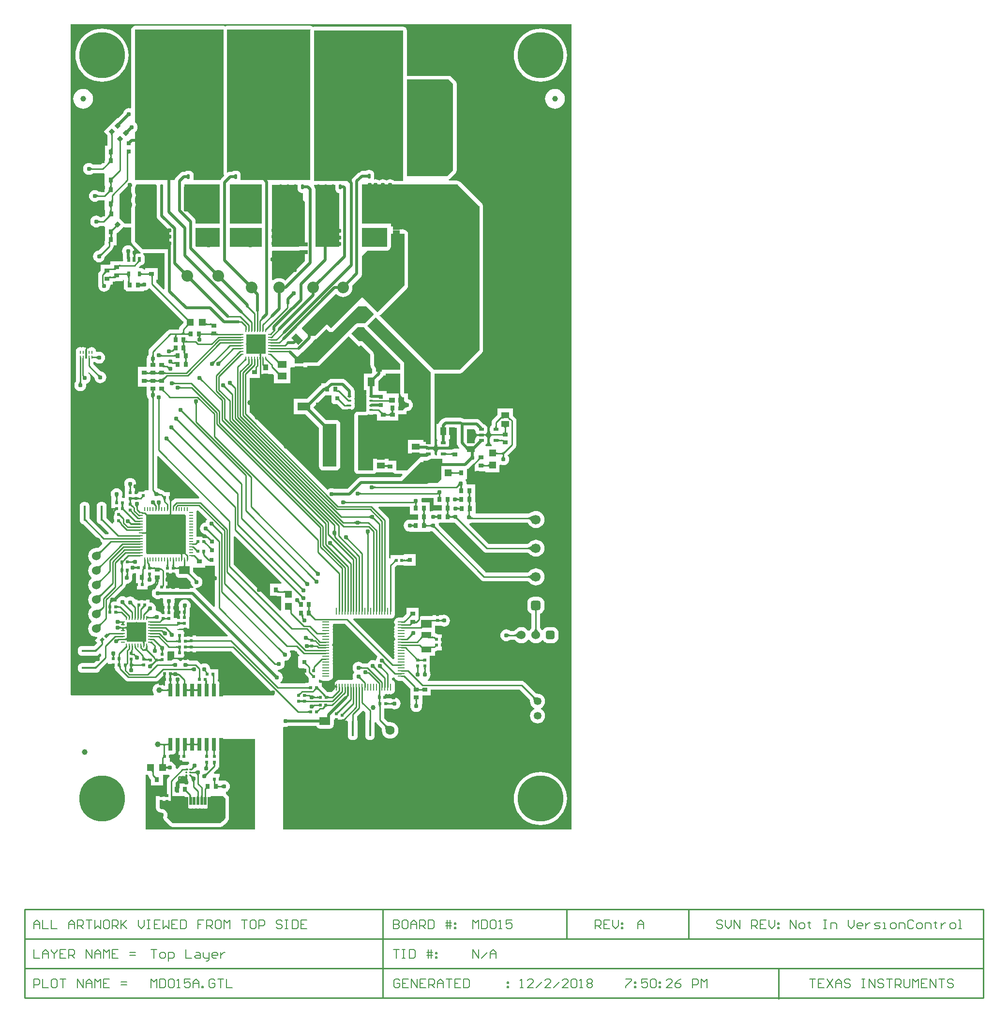
<source format=gtl>
G04*
G04 #@! TF.GenerationSoftware,Altium Limited,Altium Designer,18.1.9 (240)*
G04*
G04 Layer_Physical_Order=1*
G04 Layer_Color=255*
%FSAX25Y25*%
%MOIN*%
G70*
G01*
G75*
%ADD16C,0.01000*%
%ADD22C,0.00800*%
%ADD40C,0.03937*%
G04:AMPARAMS|DCode=41|XSize=94.49mil|YSize=295.28mil|CornerRadius=1.89mil|HoleSize=0mil|Usage=FLASHONLY|Rotation=0.000|XOffset=0mil|YOffset=0mil|HoleType=Round|Shape=RoundedRectangle|*
%AMROUNDEDRECTD41*
21,1,0.09449,0.29150,0,0,0.0*
21,1,0.09071,0.29528,0,0,0.0*
1,1,0.00378,0.04535,-0.14575*
1,1,0.00378,-0.04535,-0.14575*
1,1,0.00378,-0.04535,0.14575*
1,1,0.00378,0.04535,0.14575*
%
%ADD41ROUNDEDRECTD41*%
G04:AMPARAMS|DCode=42|XSize=25.59mil|YSize=88.58mil|CornerRadius=1.92mil|HoleSize=0mil|Usage=FLASHONLY|Rotation=0.000|XOffset=0mil|YOffset=0mil|HoleType=Round|Shape=RoundedRectangle|*
%AMROUNDEDRECTD42*
21,1,0.02559,0.08474,0,0,0.0*
21,1,0.02175,0.08858,0,0,0.0*
1,1,0.00384,0.01088,-0.04237*
1,1,0.00384,-0.01088,-0.04237*
1,1,0.00384,-0.01088,0.04237*
1,1,0.00384,0.01088,0.04237*
%
%ADD42ROUNDEDRECTD42*%
%ADD43R,0.29528X0.09843*%
%ADD44O,0.00945X0.02362*%
%ADD45O,0.02362X0.00945*%
G04:AMPARAMS|DCode=46|XSize=9.84mil|YSize=23.62mil|CornerRadius=1.97mil|HoleSize=0mil|Usage=FLASHONLY|Rotation=90.000|XOffset=0mil|YOffset=0mil|HoleType=Round|Shape=RoundedRectangle|*
%AMROUNDEDRECTD46*
21,1,0.00984,0.01968,0,0,90.0*
21,1,0.00591,0.02362,0,0,90.0*
1,1,0.00394,0.00984,0.00295*
1,1,0.00394,0.00984,-0.00295*
1,1,0.00394,-0.00984,-0.00295*
1,1,0.00394,-0.00984,0.00295*
%
%ADD46ROUNDEDRECTD46*%
G04:AMPARAMS|DCode=47|XSize=9.84mil|YSize=23.62mil|CornerRadius=1.97mil|HoleSize=0mil|Usage=FLASHONLY|Rotation=180.000|XOffset=0mil|YOffset=0mil|HoleType=Round|Shape=RoundedRectangle|*
%AMROUNDEDRECTD47*
21,1,0.00984,0.01968,0,0,180.0*
21,1,0.00591,0.02362,0,0,180.0*
1,1,0.00394,-0.00295,0.00984*
1,1,0.00394,0.00295,0.00984*
1,1,0.00394,0.00295,-0.00984*
1,1,0.00394,-0.00295,-0.00984*
%
%ADD47ROUNDEDRECTD47*%
G04:AMPARAMS|DCode=49|XSize=9.45mil|YSize=23.62mil|CornerRadius=1.98mil|HoleSize=0mil|Usage=FLASHONLY|Rotation=270.000|XOffset=0mil|YOffset=0mil|HoleType=Round|Shape=RoundedRectangle|*
%AMROUNDEDRECTD49*
21,1,0.00945,0.01965,0,0,270.0*
21,1,0.00548,0.02362,0,0,270.0*
1,1,0.00397,-0.00983,-0.00274*
1,1,0.00397,-0.00983,0.00274*
1,1,0.00397,0.00983,0.00274*
1,1,0.00397,0.00983,-0.00274*
%
%ADD49ROUNDEDRECTD49*%
G04:AMPARAMS|DCode=50|XSize=9.45mil|YSize=23.62mil|CornerRadius=1.98mil|HoleSize=0mil|Usage=FLASHONLY|Rotation=0.000|XOffset=0mil|YOffset=0mil|HoleType=Round|Shape=RoundedRectangle|*
%AMROUNDEDRECTD50*
21,1,0.00945,0.01965,0,0,0.0*
21,1,0.00548,0.02362,0,0,0.0*
1,1,0.00397,0.00274,-0.00983*
1,1,0.00397,-0.00274,-0.00983*
1,1,0.00397,-0.00274,0.00983*
1,1,0.00397,0.00274,0.00983*
%
%ADD50ROUNDEDRECTD50*%
%ADD51R,0.08661X0.05512*%
%ADD52R,0.03543X0.05512*%
%ADD53O,0.00984X0.04921*%
%ADD54O,0.04921X0.00984*%
G04:AMPARAMS|DCode=55|XSize=11.81mil|YSize=23.62mil|CornerRadius=1.95mil|HoleSize=0mil|Usage=FLASHONLY|Rotation=270.000|XOffset=0mil|YOffset=0mil|HoleType=Round|Shape=RoundedRectangle|*
%AMROUNDEDRECTD55*
21,1,0.01181,0.01972,0,0,270.0*
21,1,0.00791,0.02362,0,0,270.0*
1,1,0.00390,-0.00986,-0.00396*
1,1,0.00390,-0.00986,0.00396*
1,1,0.00390,0.00986,0.00396*
1,1,0.00390,0.00986,-0.00396*
%
%ADD55ROUNDEDRECTD55*%
G04:AMPARAMS|DCode=56|XSize=15.75mil|YSize=102.36mil|CornerRadius=1.97mil|HoleSize=0mil|Usage=FLASHONLY|Rotation=180.000|XOffset=0mil|YOffset=0mil|HoleType=Round|Shape=RoundedRectangle|*
%AMROUNDEDRECTD56*
21,1,0.01575,0.09843,0,0,180.0*
21,1,0.01181,0.10236,0,0,180.0*
1,1,0.00394,-0.00591,0.04921*
1,1,0.00394,0.00591,0.04921*
1,1,0.00394,0.00591,-0.04921*
1,1,0.00394,-0.00591,-0.04921*
%
%ADD56ROUNDEDRECTD56*%
G04:AMPARAMS|DCode=57|XSize=58.07mil|YSize=82.68mil|CornerRadius=2.03mil|HoleSize=0mil|Usage=FLASHONLY|Rotation=180.000|XOffset=0mil|YOffset=0mil|HoleType=Round|Shape=RoundedRectangle|*
%AMROUNDEDRECTD57*
21,1,0.05807,0.07861,0,0,180.0*
21,1,0.05401,0.08268,0,0,180.0*
1,1,0.00407,-0.02700,0.03931*
1,1,0.00407,0.02700,0.03931*
1,1,0.00407,0.02700,-0.03931*
1,1,0.00407,-0.02700,-0.03931*
%
%ADD57ROUNDEDRECTD57*%
G04:AMPARAMS|DCode=58|XSize=54.13mil|YSize=74.8mil|CornerRadius=1.9mil|HoleSize=0mil|Usage=FLASHONLY|Rotation=180.000|XOffset=0mil|YOffset=0mil|HoleType=Round|Shape=RoundedRectangle|*
%AMROUNDEDRECTD58*
21,1,0.05413,0.07101,0,0,180.0*
21,1,0.05034,0.07480,0,0,180.0*
1,1,0.00379,-0.02517,0.03551*
1,1,0.00379,0.02517,0.03551*
1,1,0.00379,0.02517,-0.03551*
1,1,0.00379,-0.02517,-0.03551*
%
%ADD58ROUNDEDRECTD58*%
G04:AMPARAMS|DCode=59|XSize=17.72mil|YSize=54.33mil|CornerRadius=1.95mil|HoleSize=0mil|Usage=FLASHONLY|Rotation=180.000|XOffset=0mil|YOffset=0mil|HoleType=Round|Shape=RoundedRectangle|*
%AMROUNDEDRECTD59*
21,1,0.01772,0.05043,0,0,180.0*
21,1,0.01382,0.05433,0,0,180.0*
1,1,0.00390,-0.00691,0.02522*
1,1,0.00390,0.00691,0.02522*
1,1,0.00390,0.00691,-0.02522*
1,1,0.00390,-0.00691,-0.02522*
%
%ADD59ROUNDEDRECTD59*%
%ADD60R,0.04724X0.04724*%
%ADD61R,0.03150X0.03150*%
%ADD62R,0.04724X0.04724*%
G04:AMPARAMS|DCode=63|XSize=127.95mil|YSize=135.04mil|CornerRadius=1.92mil|HoleSize=0mil|Usage=FLASHONLY|Rotation=270.000|XOffset=0mil|YOffset=0mil|HoleType=Round|Shape=RoundedRectangle|*
%AMROUNDEDRECTD63*
21,1,0.12795,0.13120,0,0,270.0*
21,1,0.12411,0.13504,0,0,270.0*
1,1,0.00384,-0.06560,-0.06206*
1,1,0.00384,-0.06560,0.06206*
1,1,0.00384,0.06560,0.06206*
1,1,0.00384,0.06560,-0.06206*
%
%ADD63ROUNDEDRECTD63*%
%ADD64R,0.07087X0.03937*%
G04:AMPARAMS|DCode=67|XSize=7.87mil|YSize=22.24mil|CornerRadius=1.97mil|HoleSize=0mil|Usage=FLASHONLY|Rotation=180.000|XOffset=0mil|YOffset=0mil|HoleType=Round|Shape=RoundedRectangle|*
%AMROUNDEDRECTD67*
21,1,0.00787,0.01831,0,0,180.0*
21,1,0.00394,0.02224,0,0,180.0*
1,1,0.00394,-0.00197,0.00915*
1,1,0.00394,0.00197,0.00915*
1,1,0.00394,0.00197,-0.00915*
1,1,0.00394,-0.00197,-0.00915*
%
%ADD67ROUNDEDRECTD67*%
G04:AMPARAMS|DCode=69|XSize=21.65mil|YSize=31.5mil|CornerRadius=1.95mil|HoleSize=0mil|Usage=FLASHONLY|Rotation=0.000|XOffset=0mil|YOffset=0mil|HoleType=Round|Shape=RoundedRectangle|*
%AMROUNDEDRECTD69*
21,1,0.02165,0.02760,0,0,0.0*
21,1,0.01776,0.03150,0,0,0.0*
1,1,0.00390,0.00888,-0.01380*
1,1,0.00390,-0.00888,-0.01380*
1,1,0.00390,-0.00888,0.01380*
1,1,0.00390,0.00888,0.01380*
%
%ADD69ROUNDEDRECTD69*%
%ADD70R,0.15748X0.08268*%
G04:AMPARAMS|DCode=71|XSize=70.87mil|YSize=55.12mil|CornerRadius=1.93mil|HoleSize=0mil|Usage=FLASHONLY|Rotation=0.000|XOffset=0mil|YOffset=0mil|HoleType=Round|Shape=RoundedRectangle|*
%AMROUNDEDRECTD71*
21,1,0.07087,0.05126,0,0,0.0*
21,1,0.06701,0.05512,0,0,0.0*
1,1,0.00386,0.03350,-0.02563*
1,1,0.00386,-0.03350,-0.02563*
1,1,0.00386,-0.03350,0.02563*
1,1,0.00386,0.03350,0.02563*
%
%ADD71ROUNDEDRECTD71*%
G04:AMPARAMS|DCode=72|XSize=208.66mil|YSize=62.99mil|CornerRadius=0mil|HoleSize=0mil|Usage=FLASHONLY|Rotation=45.000|XOffset=0mil|YOffset=0mil|HoleType=Round|Shape=Rectangle|*
%AMROTATEDRECTD72*
4,1,4,-0.05150,-0.09604,-0.09604,-0.05150,0.05150,0.09604,0.09604,0.05150,-0.05150,-0.09604,0.0*
%
%ADD72ROTATEDRECTD72*%

G04:AMPARAMS|DCode=73|XSize=68.9mil|YSize=43.31mil|CornerRadius=0mil|HoleSize=0mil|Usage=FLASHONLY|Rotation=315.000|XOffset=0mil|YOffset=0mil|HoleType=Round|Shape=Rectangle|*
%AMROTATEDRECTD73*
4,1,4,-0.03967,0.00905,-0.00905,0.03967,0.03967,-0.00905,0.00905,-0.03967,-0.03967,0.00905,0.0*
%
%ADD73ROTATEDRECTD73*%

%ADD74R,0.06299X0.04331*%
G04:AMPARAMS|DCode=75|XSize=72.84mil|YSize=51.18mil|CornerRadius=0mil|HoleSize=0mil|Usage=FLASHONLY|Rotation=225.000|XOffset=0mil|YOffset=0mil|HoleType=Round|Shape=Rectangle|*
%AMROTATEDRECTD75*
4,1,4,0.00766,0.04385,0.04385,0.00766,-0.00766,-0.04385,-0.04385,-0.00766,0.00766,0.04385,0.0*
%
%ADD75ROTATEDRECTD75*%

%ADD76R,0.05512X0.04331*%
%ADD77R,0.06300X0.05000*%
%ADD78R,0.05906X0.05118*%
%ADD79R,0.03150X0.03347*%
%ADD80R,0.02362X0.01968*%
%ADD81R,0.03347X0.03150*%
G04:AMPARAMS|DCode=82|XSize=21.65mil|YSize=31.5mil|CornerRadius=1.95mil|HoleSize=0mil|Usage=FLASHONLY|Rotation=90.000|XOffset=0mil|YOffset=0mil|HoleType=Round|Shape=RoundedRectangle|*
%AMROUNDEDRECTD82*
21,1,0.02165,0.02760,0,0,90.0*
21,1,0.01776,0.03150,0,0,90.0*
1,1,0.00390,0.01380,0.00888*
1,1,0.00390,0.01380,-0.00888*
1,1,0.00390,-0.01380,-0.00888*
1,1,0.00390,-0.01380,0.00888*
%
%ADD82ROUNDEDRECTD82*%
%ADD83R,0.03000X0.03000*%
%ADD84R,0.03000X0.03000*%
%ADD85R,0.01968X0.02362*%
%ADD86R,0.05000X0.06300*%
%ADD87R,0.04331X0.06299*%
%ADD88R,0.04331X0.05512*%
G04:AMPARAMS|DCode=89|XSize=15.75mil|YSize=102.36mil|CornerRadius=1.97mil|HoleSize=0mil|Usage=FLASHONLY|Rotation=90.000|XOffset=0mil|YOffset=0mil|HoleType=Round|Shape=RoundedRectangle|*
%AMROUNDEDRECTD89*
21,1,0.01575,0.09843,0,0,90.0*
21,1,0.01181,0.10236,0,0,90.0*
1,1,0.00394,0.04921,0.00591*
1,1,0.00394,0.04921,-0.00591*
1,1,0.00394,-0.04921,-0.00591*
1,1,0.00394,-0.04921,0.00591*
%
%ADD89ROUNDEDRECTD89*%
%ADD90P,0.04243X4X90.0*%
G04:AMPARAMS|DCode=91|XSize=19.68mil|YSize=23.62mil|CornerRadius=0mil|HoleSize=0mil|Usage=FLASHONLY|Rotation=315.000|XOffset=0mil|YOffset=0mil|HoleType=Round|Shape=Rectangle|*
%AMROTATEDRECTD91*
4,1,4,-0.01531,-0.00139,0.00139,0.01531,0.01531,0.00139,-0.00139,-0.01531,-0.01531,-0.00139,0.0*
%
%ADD91ROTATEDRECTD91*%

%ADD92R,0.03150X0.03150*%
%ADD93R,0.03937X0.03740*%
%ADD94R,0.03740X0.03937*%
%ADD154C,0.06693*%
%ADD158C,0.07087*%
%ADD168R,0.05000X0.03000*%
%ADD169R,0.13583X0.13583*%
G04:AMPARAMS|DCode=170|XSize=135.83mil|YSize=135.83mil|CornerRadius=2.04mil|HoleSize=0mil|Usage=FLASHONLY|Rotation=90.000|XOffset=0mil|YOffset=0mil|HoleType=Round|Shape=RoundedRectangle|*
%AMROUNDEDRECTD170*
21,1,0.13583,0.13175,0,0,90.0*
21,1,0.13175,0.13583,0,0,90.0*
1,1,0.00408,0.06588,0.06588*
1,1,0.00408,0.06588,-0.06588*
1,1,0.00408,-0.06588,-0.06588*
1,1,0.00408,-0.06588,0.06588*
%
%ADD170ROUNDEDRECTD170*%
G04:AMPARAMS|DCode=171|XSize=167.32mil|YSize=167.32mil|CornerRadius=1.67mil|HoleSize=0mil|Usage=FLASHONLY|Rotation=90.000|XOffset=0mil|YOffset=0mil|HoleType=Round|Shape=RoundedRectangle|*
%AMROUNDEDRECTD171*
21,1,0.16732,0.16398,0,0,90.0*
21,1,0.16398,0.16732,0,0,90.0*
1,1,0.00335,0.08199,0.08199*
1,1,0.00335,0.08199,-0.08199*
1,1,0.00335,-0.08199,-0.08199*
1,1,0.00335,-0.08199,0.08199*
%
%ADD171ROUNDEDRECTD171*%
G04:AMPARAMS|DCode=172|XSize=118.11mil|YSize=77.95mil|CornerRadius=1.95mil|HoleSize=0mil|Usage=FLASHONLY|Rotation=270.000|XOffset=0mil|YOffset=0mil|HoleType=Round|Shape=RoundedRectangle|*
%AMROUNDEDRECTD172*
21,1,0.11811,0.07406,0,0,270.0*
21,1,0.11421,0.07795,0,0,270.0*
1,1,0.00390,-0.03703,-0.05711*
1,1,0.00390,-0.03703,0.05711*
1,1,0.00390,0.03703,0.05711*
1,1,0.00390,0.03703,-0.05711*
%
%ADD172ROUNDEDRECTD172*%
G04:AMPARAMS|DCode=173|XSize=11.81mil|YSize=15.75mil|CornerRadius=3.96mil|HoleSize=0mil|Usage=FLASHONLY|Rotation=90.000|XOffset=0mil|YOffset=0mil|HoleType=Round|Shape=RoundedRectangle|*
%AMROUNDEDRECTD173*
21,1,0.01181,0.00784,0,0,90.0*
21,1,0.00390,0.01575,0,0,90.0*
1,1,0.00791,0.00392,0.00195*
1,1,0.00791,0.00392,-0.00195*
1,1,0.00791,-0.00392,-0.00195*
1,1,0.00791,-0.00392,0.00195*
%
%ADD173ROUNDEDRECTD173*%
G04:AMPARAMS|DCode=174|XSize=11.81mil|YSize=17.72mil|CornerRadius=3.96mil|HoleSize=0mil|Usage=FLASHONLY|Rotation=90.000|XOffset=0mil|YOffset=0mil|HoleType=Round|Shape=RoundedRectangle|*
%AMROUNDEDRECTD174*
21,1,0.01181,0.00980,0,0,90.0*
21,1,0.00390,0.01772,0,0,90.0*
1,1,0.00791,0.00490,0.00195*
1,1,0.00791,0.00490,-0.00195*
1,1,0.00791,-0.00490,-0.00195*
1,1,0.00791,-0.00490,0.00195*
%
%ADD174ROUNDEDRECTD174*%
G04:AMPARAMS|DCode=175|XSize=15.75mil|YSize=22.24mil|CornerRadius=1.97mil|HoleSize=0mil|Usage=FLASHONLY|Rotation=180.000|XOffset=0mil|YOffset=0mil|HoleType=Round|Shape=RoundedRectangle|*
%AMROUNDEDRECTD175*
21,1,0.01575,0.01831,0,0,180.0*
21,1,0.01181,0.02224,0,0,180.0*
1,1,0.00394,-0.00591,0.00915*
1,1,0.00394,0.00591,0.00915*
1,1,0.00394,0.00591,-0.00915*
1,1,0.00394,-0.00591,-0.00915*
%
%ADD175ROUNDEDRECTD175*%
G04:AMPARAMS|DCode=176|XSize=33.86mil|YSize=20.08mil|CornerRadius=3.92mil|HoleSize=0mil|Usage=FLASHONLY|Rotation=270.000|XOffset=0mil|YOffset=0mil|HoleType=Round|Shape=RoundedRectangle|*
%AMROUNDEDRECTD176*
21,1,0.03386,0.01225,0,0,270.0*
21,1,0.02603,0.02008,0,0,270.0*
1,1,0.00783,-0.00612,-0.01301*
1,1,0.00783,-0.00612,0.01301*
1,1,0.00783,0.00612,0.01301*
1,1,0.00783,0.00612,-0.01301*
%
%ADD176ROUNDEDRECTD176*%
G04:AMPARAMS|DCode=177|XSize=170.87mil|YSize=212.6mil|CornerRadius=4.27mil|HoleSize=0mil|Usage=FLASHONLY|Rotation=270.000|XOffset=0mil|YOffset=0mil|HoleType=Round|Shape=RoundedRectangle|*
%AMROUNDEDRECTD177*
21,1,0.17087,0.20406,0,0,270.0*
21,1,0.16232,0.21260,0,0,270.0*
1,1,0.00854,-0.10203,-0.08116*
1,1,0.00854,-0.10203,0.08116*
1,1,0.00854,0.10203,0.08116*
1,1,0.00854,0.10203,-0.08116*
%
%ADD177ROUNDEDRECTD177*%
%ADD178R,0.02000X0.06000*%
G04:AMPARAMS|DCode=179|XSize=60mil|YSize=20mil|CornerRadius=0mil|HoleSize=0mil|Usage=FLASHONLY|Rotation=45.000|XOffset=0mil|YOffset=0mil|HoleType=Round|Shape=Rectangle|*
%AMROTATEDRECTD179*
4,1,4,-0.01414,-0.02828,-0.02828,-0.01414,0.01414,0.02828,0.02828,0.01414,-0.01414,-0.02828,0.0*
%
%ADD179ROTATEDRECTD179*%

%ADD180C,0.02000*%
%ADD181C,0.01200*%
%ADD182C,0.04000*%
%ADD183C,0.06299*%
%ADD184R,0.07087X0.07087*%
G04:AMPARAMS|DCode=185|XSize=66.93mil|YSize=66.93mil|CornerRadius=16.73mil|HoleSize=0mil|Usage=FLASHONLY|Rotation=90.000|XOffset=0mil|YOffset=0mil|HoleType=Round|Shape=RoundedRectangle|*
%AMROUNDEDRECTD185*
21,1,0.06693,0.03347,0,0,90.0*
21,1,0.03347,0.06693,0,0,90.0*
1,1,0.03346,0.01673,0.01673*
1,1,0.03346,0.01673,-0.01673*
1,1,0.03346,-0.01673,-0.01673*
1,1,0.03346,-0.01673,0.01673*
%
%ADD185ROUNDEDRECTD185*%
%ADD186C,0.31496*%
G04:AMPARAMS|DCode=187|XSize=82.68mil|YSize=55.12mil|CornerRadius=27.56mil|HoleSize=0mil|Usage=FLASHONLY|Rotation=90.000|XOffset=0mil|YOffset=0mil|HoleType=Round|Shape=RoundedRectangle|*
%AMROUNDEDRECTD187*
21,1,0.08268,0.00000,0,0,90.0*
21,1,0.02756,0.05512,0,0,90.0*
1,1,0.05512,0.00000,0.01378*
1,1,0.05512,0.00000,-0.01378*
1,1,0.05512,0.00000,-0.01378*
1,1,0.05512,0.00000,0.01378*
%
%ADD187ROUNDEDRECTD187*%
%ADD188C,0.06024*%
G04:AMPARAMS|DCode=189|XSize=60.24mil|YSize=60.24mil|CornerRadius=15.06mil|HoleSize=0mil|Usage=FLASHONLY|Rotation=180.000|XOffset=0mil|YOffset=0mil|HoleType=Round|Shape=RoundedRectangle|*
%AMROUNDEDRECTD189*
21,1,0.06024,0.03012,0,0,180.0*
21,1,0.03012,0.06024,0,0,180.0*
1,1,0.03012,-0.01506,0.01506*
1,1,0.03012,0.01506,0.01506*
1,1,0.03012,0.01506,-0.01506*
1,1,0.03012,-0.01506,-0.01506*
%
%ADD189ROUNDEDRECTD189*%
%ADD190C,0.08000*%
%ADD191C,0.05315*%
%ADD192R,0.05315X0.05315*%
%ADD193C,0.03400*%
%ADD194C,0.03100*%
%ADD195C,0.01968*%
%ADD196C,0.06000*%
G36*
X0100776Y0635768D02*
X0100691Y0635723D01*
X0100616Y0635648D01*
X0100551Y0635543D01*
X0100496Y0635408D01*
X0100451Y0635243D01*
X0100416Y0635048D01*
X0100391Y0634823D01*
X0100371Y0634283D01*
X0099371D01*
X0099366Y0634568D01*
X0099326Y0635048D01*
X0099291Y0635243D01*
X0099246Y0635408D01*
X0099191Y0635543D01*
X0099126Y0635648D01*
X0099051Y0635723D01*
X0098966Y0635768D01*
X0098871Y0635783D01*
X0100871D01*
X0100776Y0635768D01*
D02*
G37*
G36*
X0106681Y0630768D02*
X0106596Y0630723D01*
X0106521Y0630648D01*
X0106456Y0630543D01*
X0106401Y0630408D01*
X0106356Y0630243D01*
X0106321Y0630048D01*
X0106296Y0629823D01*
X0106276Y0629283D01*
X0105276D01*
X0105271Y0629568D01*
X0105231Y0630048D01*
X0105196Y0630243D01*
X0105151Y0630408D01*
X0105096Y0630543D01*
X0105031Y0630648D01*
X0104956Y0630723D01*
X0104871Y0630768D01*
X0104776Y0630783D01*
X0106776D01*
X0106681Y0630768D01*
D02*
G37*
G36*
X0100375Y0625338D02*
X0100388Y0625168D01*
X0100409Y0625018D01*
X0100438Y0624888D01*
X0100477Y0624778D01*
X0100523Y0624688D01*
X0100578Y0624618D01*
X0100642Y0624568D01*
X0100714Y0624538D01*
X0100795Y0624528D01*
X0098871Y0624516D01*
X0098966Y0624527D01*
X0099051Y0624558D01*
X0099126Y0624609D01*
X0099191Y0624680D01*
X0099246Y0624771D01*
X0099291Y0624882D01*
X0099326Y0625013D01*
X0099351Y0625165D01*
X0099366Y0625336D01*
X0099371Y0625528D01*
X0100371D01*
X0100375Y0625338D01*
D02*
G37*
G36*
X0111681Y0621657D02*
X0111596Y0621626D01*
X0111521Y0621575D01*
X0111456Y0621504D01*
X0111401Y0621413D01*
X0111356Y0621302D01*
X0111321Y0621170D01*
X0111296Y0621019D01*
X0111281Y0620847D01*
X0111276Y0620656D01*
X0110276D01*
X0110288Y0621656D01*
X0111776Y0621668D01*
X0111681Y0621657D01*
D02*
G37*
G36*
X0100137Y0621208D02*
X0100052Y0621177D01*
X0099977Y0621127D01*
X0099912Y0621056D01*
X0099857Y0620965D01*
X0099812Y0620853D01*
X0099777Y0620722D01*
X0099752Y0620570D01*
X0099737Y0620398D01*
X0099732Y0620206D01*
X0098732D01*
X0098727Y0620398D01*
X0098712Y0620570D01*
X0098687Y0620722D01*
X0098652Y0620853D01*
X0098607Y0620965D01*
X0098552Y0621056D01*
X0098487Y0621127D01*
X0098412Y0621177D01*
X0098327Y0621208D01*
X0098232Y0621218D01*
X0100232D01*
X0100137Y0621208D01*
D02*
G37*
G36*
X0099737Y0619160D02*
X0099752Y0618988D01*
X0099777Y0618836D01*
X0099812Y0618705D01*
X0099857Y0618594D01*
X0099912Y0618503D01*
X0099977Y0618432D01*
X0100052Y0618381D01*
X0100137Y0618351D01*
X0100232Y0618341D01*
X0098232D01*
X0098327Y0618351D01*
X0098412Y0618381D01*
X0098487Y0618432D01*
X0098552Y0618503D01*
X0098607Y0618594D01*
X0098652Y0618705D01*
X0098687Y0618836D01*
X0098712Y0618988D01*
X0098727Y0619160D01*
X0098732Y0619353D01*
X0099732D01*
X0099737Y0619160D01*
D02*
G37*
G36*
X0099087Y0615030D02*
X0099010Y0615087D01*
X0098918Y0615115D01*
X0098812D01*
X0098691Y0615087D01*
X0098557Y0615030D01*
X0098409Y0614945D01*
X0098246Y0614832D01*
X0098069Y0614691D01*
X0097673Y0614323D01*
X0096966Y0615030D01*
X0097164Y0615235D01*
X0097475Y0615603D01*
X0097588Y0615765D01*
X0097673Y0615914D01*
X0097730Y0616048D01*
X0097758Y0616168D01*
Y0616275D01*
X0097730Y0616366D01*
X0097673Y0616444D01*
X0099087Y0615030D01*
D02*
G37*
G36*
X0085502Y0612056D02*
X0085621Y0611956D01*
X0085743Y0611868D01*
X0085868Y0611793D01*
X0085996Y0611728D01*
X0086126Y0611676D01*
X0086259Y0611635D01*
X0086396Y0611605D01*
X0086535Y0611588D01*
X0086677Y0611582D01*
Y0610582D01*
X0086535Y0610576D01*
X0086396Y0610559D01*
X0086259Y0610529D01*
X0086126Y0610488D01*
X0085996Y0610436D01*
X0085868Y0610371D01*
X0085743Y0610295D01*
X0085621Y0610208D01*
X0085502Y0610108D01*
X0085386Y0609997D01*
Y0612167D01*
X0085502Y0612056D01*
D02*
G37*
G36*
X0332080Y0672700D02*
X0335080Y0669700D01*
Y0610200D01*
X0330830Y0605951D01*
X0303300Y0605951D01*
X0303300Y0672700D01*
X0332080Y0672700D01*
D02*
G37*
G36*
X0101478Y0605196D02*
X0101279Y0604991D01*
X0100968Y0604623D01*
X0100855Y0604460D01*
X0100770Y0604312D01*
X0100714Y0604178D01*
X0100686Y0604057D01*
Y0603951D01*
X0100714Y0603859D01*
X0100770Y0603782D01*
X0099356Y0605196D01*
X0099434Y0605139D01*
X0099526Y0605111D01*
X0099632D01*
X0099752Y0605139D01*
X0099887Y0605196D01*
X0100035Y0605281D01*
X0100198Y0605394D01*
X0100374Y0605535D01*
X0100770Y0605903D01*
X0101478Y0605196D01*
D02*
G37*
G36*
X0176892Y0707064D02*
Y0707064D01*
X0176892Y0608343D01*
X0176958Y0608016D01*
X0176979Y0607683D01*
X0177054Y0607532D01*
X0177087Y0607367D01*
X0177272Y0607090D01*
X0177413Y0606804D01*
Y0606387D01*
X0175192Y0604166D01*
X0174631Y0603435D01*
X0174618Y0603404D01*
X0156085Y0603404D01*
X0156175Y0603621D01*
X0156274Y0604376D01*
Y0605667D01*
X0156275Y0605678D01*
X0156274Y0605688D01*
Y0606979D01*
X0156175Y0607734D01*
X0155883Y0608437D01*
X0155420Y0609041D01*
X0154816Y0609505D01*
X0154113Y0609796D01*
X0153358Y0609895D01*
X0152133D01*
X0151378Y0609796D01*
X0150675Y0609505D01*
X0150288Y0609208D01*
X0149535D01*
X0148621Y0609088D01*
X0147770Y0608735D01*
X0147039Y0608174D01*
X0144108Y0605243D01*
X0143547Y0604512D01*
X0143194Y0603660D01*
X0143160Y0603404D01*
X0116006D01*
X0116006Y0636464D01*
X0116540Y0636874D01*
X0117189Y0637720D01*
X0117597Y0638705D01*
X0117736Y0639762D01*
X0117597Y0640819D01*
X0117189Y0641805D01*
X0116540Y0642651D01*
X0116006Y0643060D01*
X0116006Y0707064D01*
X0176892Y0707064D01*
D02*
G37*
G36*
X0236717Y0706496D02*
X0236717Y0603404D01*
X0208129D01*
X0188570Y0603404D01*
X0188629Y0603548D01*
X0188729Y0604303D01*
Y0605595D01*
X0188730Y0605605D01*
X0188729Y0605615D01*
Y0606906D01*
X0188629Y0607661D01*
X0188338Y0608364D01*
X0187875Y0608968D01*
X0187271Y0609432D01*
X0186567Y0609723D01*
X0185812Y0609823D01*
X0184588D01*
X0183833Y0609723D01*
X0183129Y0609432D01*
X0182742Y0609135D01*
X0181623D01*
X0180709Y0609015D01*
X0179858Y0608662D01*
X0179441Y0608343D01*
X0179441Y0707064D01*
X0236830Y0707064D01*
X0236717Y0706496D01*
D02*
G37*
G36*
X0300673Y0706496D02*
X0300673Y0602836D01*
X0294568Y0602836D01*
X0294550Y0602859D01*
X0293704Y0603509D01*
X0292718Y0603917D01*
X0291661Y0604056D01*
X0290604Y0603917D01*
X0289619Y0603509D01*
X0289161Y0603158D01*
X0288704Y0603509D01*
X0287718Y0603917D01*
X0286661Y0604056D01*
X0285604Y0603917D01*
X0284619Y0603509D01*
X0284161Y0603158D01*
X0283704Y0603509D01*
X0282718Y0603917D01*
X0281661Y0604056D01*
X0280604Y0603917D01*
X0280538Y0603889D01*
X0280591Y0604017D01*
X0280690Y0604772D01*
Y0606063D01*
X0280691Y0606073D01*
X0280690Y0606083D01*
Y0607375D01*
X0280591Y0608129D01*
X0280299Y0608833D01*
X0279836Y0609437D01*
X0279232Y0609900D01*
X0278528Y0610192D01*
X0277774Y0610291D01*
X0276549D01*
X0275794Y0610192D01*
X0275091Y0609900D01*
X0274704Y0609603D01*
X0272191D01*
X0271278Y0609483D01*
X0270426Y0609130D01*
X0269695Y0608569D01*
X0266256Y0605131D01*
X0265695Y0604400D01*
X0265343Y0603548D01*
X0265249Y0602836D01*
X0258719D01*
X0258078Y0602920D01*
X0256853D01*
X0256212Y0602836D01*
X0253719D01*
X0253078Y0602920D01*
X0251853D01*
X0251212Y0602836D01*
X0248719D01*
X0248078Y0602920D01*
X0246853D01*
X0246212Y0602836D01*
X0243719D01*
X0243078Y0602920D01*
X0241853D01*
X0241212Y0602836D01*
X0239266D01*
X0239266Y0706496D01*
X0300673Y0706496D01*
D02*
G37*
G36*
X0100181Y0601875D02*
X0100096Y0601845D01*
X0100021Y0601794D01*
X0099956Y0601723D01*
X0099901Y0601632D01*
X0099856Y0601521D01*
X0099821Y0601390D01*
X0099796Y0601238D01*
X0099781Y0601066D01*
X0099776Y0600873D01*
X0098776D01*
X0098771Y0601066D01*
X0098756Y0601238D01*
X0098731Y0601390D01*
X0098696Y0601521D01*
X0098651Y0601632D01*
X0098596Y0601723D01*
X0098531Y0601794D01*
X0098456Y0601845D01*
X0098371Y0601875D01*
X0098276Y0601885D01*
X0100276D01*
X0100181Y0601875D01*
D02*
G37*
G36*
X0099781Y0599336D02*
X0099796Y0599164D01*
X0099821Y0599012D01*
X0099856Y0598880D01*
X0099901Y0598769D01*
X0099956Y0598678D01*
X0100021Y0598607D01*
X0100096Y0598557D01*
X0100181Y0598526D01*
X0100276Y0598516D01*
X0098276D01*
X0098371Y0598526D01*
X0098456Y0598557D01*
X0098531Y0598607D01*
X0098596Y0598678D01*
X0098651Y0598769D01*
X0098696Y0598880D01*
X0098731Y0599012D01*
X0098756Y0599164D01*
X0098771Y0599336D01*
X0098776Y0599528D01*
X0099776D01*
X0099781Y0599336D01*
D02*
G37*
G36*
X0099083Y0595206D02*
X0099005Y0595262D01*
X0098914Y0595291D01*
X0098807D01*
X0098687Y0595262D01*
X0098553Y0595206D01*
X0098404Y0595121D01*
X0098242Y0595008D01*
X0098065Y0594866D01*
X0097669Y0594499D01*
X0096962Y0595206D01*
X0097160Y0595411D01*
X0097471Y0595779D01*
X0097584Y0595941D01*
X0097669Y0596090D01*
X0097726Y0596224D01*
X0097754Y0596344D01*
Y0596450D01*
X0097726Y0596542D01*
X0097669Y0596620D01*
X0099083Y0595206D01*
D02*
G37*
G36*
X0089605Y0593467D02*
X0089724Y0593368D01*
X0089846Y0593280D01*
X0089971Y0593204D01*
X0090099Y0593140D01*
X0090229Y0593087D01*
X0090362Y0593046D01*
X0090499Y0593017D01*
X0090638Y0592999D01*
X0090780Y0592993D01*
Y0591994D01*
X0090638Y0591988D01*
X0090499Y0591970D01*
X0090362Y0591941D01*
X0090229Y0591900D01*
X0090099Y0591847D01*
X0089971Y0591783D01*
X0089846Y0591707D01*
X0089724Y0591619D01*
X0089605Y0591520D01*
X0089489Y0591408D01*
Y0593578D01*
X0089605Y0593467D01*
D02*
G37*
G36*
X0100770Y0588607D02*
X0099282Y0588595D01*
X0099377Y0588606D01*
X0099462Y0588637D01*
X0099537Y0588688D01*
X0099602Y0588759D01*
X0099657Y0588850D01*
X0099702Y0588961D01*
X0099737Y0589092D01*
X0099762Y0589244D01*
X0099777Y0589415D01*
X0099782Y0589607D01*
X0100782D01*
X0100770Y0588607D01*
D02*
G37*
G36*
X0100157Y0585286D02*
X0100072Y0585256D01*
X0099997Y0585205D01*
X0099932Y0585135D01*
X0099877Y0585043D01*
X0099832Y0584932D01*
X0099797Y0584801D01*
X0099772Y0584649D01*
X0099757Y0584477D01*
X0099752Y0584284D01*
X0098752D01*
X0098747Y0584477D01*
X0098732Y0584649D01*
X0098707Y0584801D01*
X0098672Y0584932D01*
X0098627Y0585043D01*
X0098572Y0585135D01*
X0098507Y0585205D01*
X0098432Y0585256D01*
X0098347Y0585286D01*
X0098252Y0585296D01*
X0100252D01*
X0100157Y0585286D01*
D02*
G37*
G36*
X0099757Y0582710D02*
X0099772Y0582538D01*
X0099797Y0582386D01*
X0099832Y0582255D01*
X0099877Y0582143D01*
X0099932Y0582052D01*
X0099997Y0581981D01*
X0100072Y0581931D01*
X0100157Y0581900D01*
X0100252Y0581890D01*
X0098252D01*
X0098347Y0581900D01*
X0098432Y0581931D01*
X0098507Y0581981D01*
X0098572Y0582052D01*
X0098627Y0582143D01*
X0098672Y0582255D01*
X0098707Y0582386D01*
X0098732Y0582538D01*
X0098747Y0582710D01*
X0098752Y0582902D01*
X0099752D01*
X0099757Y0582710D01*
D02*
G37*
G36*
X0099363Y0578580D02*
X0099285Y0578636D01*
X0099194Y0578665D01*
X0099087D01*
X0098967Y0578636D01*
X0098833Y0578580D01*
X0098684Y0578495D01*
X0098522Y0578382D01*
X0098345Y0578240D01*
X0097949Y0577873D01*
X0097242Y0578580D01*
X0097440Y0578785D01*
X0097751Y0579152D01*
X0097864Y0579315D01*
X0097949Y0579464D01*
X0098006Y0579598D01*
X0098034Y0579718D01*
Y0579824D01*
X0098006Y0579916D01*
X0097949Y0579994D01*
X0099363Y0578580D01*
D02*
G37*
G36*
X0090487Y0575841D02*
X0090606Y0575741D01*
X0090728Y0575654D01*
X0090853Y0575577D01*
X0090980Y0575513D01*
X0091111Y0575460D01*
X0091244Y0575420D01*
X0091380Y0575390D01*
X0091519Y0575373D01*
X0091661Y0575367D01*
Y0574367D01*
X0091519Y0574361D01*
X0091380Y0574343D01*
X0091244Y0574314D01*
X0091111Y0574273D01*
X0090980Y0574221D01*
X0090853Y0574156D01*
X0090728Y0574080D01*
X0090606Y0573992D01*
X0090487Y0573893D01*
X0090371Y0573782D01*
Y0575952D01*
X0090487Y0575841D01*
D02*
G37*
G36*
X0203216Y0600400D02*
Y0573380D01*
X0181218Y0573380D01*
Y0600208D01*
X0181411Y0600400D01*
X0203216D01*
D02*
G37*
G36*
X0174158Y0600400D02*
Y0573380D01*
X0157771Y0573380D01*
Y0574877D01*
X0157650Y0575791D01*
X0157298Y0576642D01*
X0156737Y0577373D01*
X0150134Y0583976D01*
Y0600400D01*
X0174158D01*
D02*
G37*
G36*
X0114041Y0600400D02*
X0114008Y0600304D01*
X0113912Y0599579D01*
X0113651Y0598948D01*
X0113651Y0598948D01*
X0113457Y0597973D01*
X0113457Y0594986D01*
X0113522Y0594659D01*
X0113544Y0594326D01*
X0113618Y0594176D01*
X0113651Y0594011D01*
X0113692Y0593950D01*
X0113964Y0593292D01*
X0114016Y0592900D01*
X0113964Y0592508D01*
X0113692Y0591850D01*
X0113651Y0591789D01*
X0113618Y0591624D01*
X0113544Y0591473D01*
X0113522Y0591141D01*
X0113457Y0590813D01*
X0113457Y0588486D01*
X0113522Y0588159D01*
X0113544Y0587826D01*
X0113618Y0587676D01*
X0113651Y0587511D01*
X0113692Y0587450D01*
X0113964Y0586792D01*
X0114016Y0586400D01*
X0113964Y0586008D01*
X0113692Y0585350D01*
X0113651Y0585289D01*
X0113618Y0585124D01*
X0113544Y0584973D01*
X0113522Y0584641D01*
X0113457Y0584314D01*
X0113457Y0573380D01*
X0109344D01*
X0109031Y0573443D01*
X0105295Y0577179D01*
X0105295Y0593582D01*
X0112113Y0600400D01*
X0114041D01*
D02*
G37*
G36*
X0103708Y0571021D02*
X0103634Y0571081D01*
X0103552Y0571120D01*
X0103463Y0571137D01*
X0103367Y0571133D01*
X0103264Y0571107D01*
X0103154Y0571061D01*
X0103036Y0570992D01*
X0102911Y0570902D01*
X0102778Y0570791D01*
X0102639Y0570659D01*
X0101932Y0571366D01*
X0102064Y0571506D01*
X0102175Y0571638D01*
X0102265Y0571763D01*
X0102333Y0571881D01*
X0102380Y0571991D01*
X0102406Y0572094D01*
X0102410Y0572191D01*
X0102393Y0572279D01*
X0102354Y0572361D01*
X0102294Y0572435D01*
X0103708Y0571021D01*
D02*
G37*
G36*
X0101508Y0569528D02*
X0101310Y0569323D01*
X0100999Y0568955D01*
X0100886Y0568793D01*
X0100801Y0568644D01*
X0100744Y0568510D01*
X0100716Y0568390D01*
Y0568284D01*
X0100744Y0568192D01*
X0100801Y0568114D01*
X0099387Y0569528D01*
X0099465Y0569472D01*
X0099556Y0569443D01*
X0099663D01*
X0099783Y0569472D01*
X0099917Y0569528D01*
X0100066Y0569613D01*
X0100228Y0569726D01*
X0100405Y0569868D01*
X0100801Y0570235D01*
X0101508Y0569528D01*
D02*
G37*
G36*
X0100496Y0566208D02*
X0100410Y0566177D01*
X0100336Y0566127D01*
X0100270Y0566056D01*
X0100215Y0565965D01*
X0100171Y0565853D01*
X0100136Y0565722D01*
X0100110Y0565570D01*
X0100095Y0565398D01*
X0100091Y0565206D01*
X0099090D01*
X0099085Y0565398D01*
X0099071Y0565570D01*
X0099045Y0565722D01*
X0099010Y0565853D01*
X0098966Y0565965D01*
X0098910Y0566056D01*
X0098845Y0566127D01*
X0098770Y0566177D01*
X0098685Y0566208D01*
X0098590Y0566218D01*
X0100591D01*
X0100496Y0566208D01*
D02*
G37*
G36*
X0100095Y0564911D02*
X0100110Y0564739D01*
X0100136Y0564587D01*
X0100171Y0564455D01*
X0100215Y0564344D01*
X0100270Y0564253D01*
X0100336Y0564182D01*
X0100410Y0564131D01*
X0100496Y0564101D01*
X0100591Y0564091D01*
X0098590D01*
X0098685Y0564101D01*
X0098770Y0564131D01*
X0098845Y0564182D01*
X0098910Y0564253D01*
X0098966Y0564344D01*
X0099010Y0564455D01*
X0099045Y0564587D01*
X0099071Y0564739D01*
X0099085Y0564911D01*
X0099090Y0565103D01*
X0100091D01*
X0100095Y0564911D01*
D02*
G37*
G36*
X0099062Y0560782D02*
X0098977Y0560751D01*
X0098902Y0560700D01*
X0098837Y0560629D01*
X0098782Y0560537D01*
X0098737Y0560426D01*
X0098702Y0560295D01*
X0098677Y0560144D01*
X0098662Y0559972D01*
X0098657Y0559781D01*
X0097657D01*
X0097669Y0560780D01*
X0099157Y0560792D01*
X0099062Y0560782D01*
D02*
G37*
G36*
X0289775Y0557585D02*
X0289616Y0557426D01*
X0272283D01*
Y0570400D01*
X0289775D01*
Y0557585D01*
D02*
G37*
G36*
X0203216Y0566776D02*
X0203246Y0566547D01*
Y0561276D01*
Y0561005D01*
X0203216Y0560776D01*
Y0557426D01*
X0181218D01*
Y0570400D01*
X0203216D01*
Y0566776D01*
D02*
G37*
G36*
X0174158Y0557426D02*
X0158167D01*
X0157771Y0557822D01*
Y0570400D01*
X0174158D01*
Y0557426D01*
D02*
G37*
G36*
X0227896Y0600070D02*
Y0598778D01*
X0227895Y0598768D01*
X0227896Y0598758D01*
Y0597467D01*
X0227996Y0596712D01*
X0228287Y0596009D01*
X0228750Y0595405D01*
X0229355Y0594941D01*
X0230058Y0594650D01*
X0230813Y0594551D01*
X0231676D01*
Y0589924D01*
X0233130Y0588470D01*
Y0557719D01*
X0229027D01*
Y0557426D01*
Y0557401D01*
X0210833Y0557400D01*
X0210807Y0557426D01*
X0210276D01*
Y0557956D01*
Y0560776D01*
X0210246Y0561005D01*
D01*
Y0566547D01*
X0210276Y0566776D01*
Y0600256D01*
X0227733D01*
X0227896Y0600070D01*
D02*
G37*
G36*
X0253937Y0600004D02*
Y0598712D01*
X0253935Y0598702D01*
X0253937Y0598692D01*
Y0597401D01*
X0254036Y0596646D01*
X0254327Y0595943D01*
X0254791Y0595339D01*
X0255395Y0594875D01*
X0256098Y0594584D01*
X0256670Y0594509D01*
Y0570400D01*
Y0557426D01*
Y0557335D01*
X0240747Y0557334D01*
X0240656Y0557426D01*
X0240191D01*
Y0557890D01*
Y0596939D01*
X0240071Y0597853D01*
X0239718Y0598704D01*
X0239182Y0599403D01*
X0239228Y0599701D01*
X0239431Y0600190D01*
X0253773D01*
X0253937Y0600004D01*
D02*
G37*
G36*
X0130880Y0599709D02*
Y0598677D01*
X0130878Y0598667D01*
Y0578822D01*
X0130999Y0577908D01*
X0131351Y0577057D01*
X0131912Y0576326D01*
X0139605Y0568633D01*
Y0555618D01*
X0121394Y0555618D01*
X0116006Y0561006D01*
X0116006Y0584314D01*
X0116040Y0584358D01*
X0116448Y0585343D01*
X0116587Y0586400D01*
X0116448Y0587457D01*
X0116040Y0588443D01*
X0116006Y0588486D01*
X0116006Y0590813D01*
X0116040Y0590857D01*
X0116448Y0591843D01*
X0116587Y0592900D01*
X0116448Y0593957D01*
X0116040Y0594942D01*
X0116006Y0594986D01*
X0116006Y0597973D01*
X0116396Y0598914D01*
X0116535Y0599971D01*
X0116996Y0600496D01*
X0130311Y0600496D01*
X0130880Y0599709D01*
D02*
G37*
G36*
X0093230Y0552208D02*
X0093134Y0552104D01*
X0093048Y0551993D01*
X0092973Y0551876D01*
X0092907Y0551753D01*
X0092852Y0551623D01*
X0092808Y0551488D01*
X0092773Y0551346D01*
X0092749Y0551198D01*
X0092735Y0551043D01*
X0092732Y0550882D01*
X0091197Y0552417D01*
X0091358Y0552420D01*
X0091513Y0552434D01*
X0091661Y0552458D01*
X0091803Y0552493D01*
X0091938Y0552537D01*
X0092068Y0552592D01*
X0092191Y0552658D01*
X0092308Y0552733D01*
X0092419Y0552819D01*
X0092523Y0552915D01*
X0093230Y0552208D01*
D02*
G37*
G36*
X0119501Y0547135D02*
X0119418Y0547185D01*
X0119323Y0547207D01*
X0119214Y0547203D01*
X0119092Y0547172D01*
X0118957Y0547113D01*
X0118809Y0547028D01*
X0118648Y0546915D01*
X0118474Y0546776D01*
X0118087Y0546416D01*
X0117248Y0546992D01*
X0117453Y0547204D01*
X0117774Y0547581D01*
X0117891Y0547746D01*
X0117977Y0547895D01*
X0118034Y0548029D01*
X0118062Y0548146D01*
X0118060Y0548249D01*
X0118028Y0548335D01*
X0117967Y0548406D01*
X0119501Y0547135D01*
D02*
G37*
G36*
X0105962Y0544012D02*
X0105770Y0544007D01*
X0105599Y0543992D01*
X0105447Y0543967D01*
X0105316Y0543932D01*
X0105205Y0543887D01*
X0105114Y0543832D01*
X0105043Y0543767D01*
X0104991Y0543692D01*
X0104961Y0543607D01*
X0104950Y0543512D01*
X0104962Y0545000D01*
X0104972Y0545003D01*
X0105002Y0545005D01*
X0105452Y0545011D01*
X0105962Y0545012D01*
Y0544012D01*
D02*
G37*
G36*
X0101639Y0541875D02*
X0100639Y0541571D01*
Y0542571D01*
X0100831Y0542576D01*
X0101002Y0542591D01*
X0101153Y0542616D01*
X0101285Y0542651D01*
X0101396Y0542696D01*
X0101487Y0542751D01*
X0101558Y0542816D01*
X0101609Y0542891D01*
X0101640Y0542976D01*
X0101651Y0543071D01*
X0101639Y0541875D01*
D02*
G37*
G36*
X0099269Y0541571D02*
X0099077Y0541566D01*
X0098906Y0541551D01*
X0098755Y0541526D01*
X0098623Y0541491D01*
X0098512Y0541446D01*
X0098421Y0541391D01*
X0098350Y0541326D01*
X0098299Y0541251D01*
X0098268Y0541166D01*
X0098257Y0541071D01*
X0098269Y0542559D01*
X0098279Y0542561D01*
X0098309Y0542563D01*
X0098759Y0542570D01*
X0099269Y0542571D01*
Y0541571D01*
D02*
G37*
G36*
X0096361Y0539433D02*
X0096283Y0539490D01*
X0096191Y0539518D01*
X0096085D01*
X0095965Y0539490D01*
X0095831Y0539433D01*
X0095682Y0539348D01*
X0095519Y0539235D01*
X0095343Y0539094D01*
X0094947Y0538726D01*
X0094239Y0539433D01*
X0094437Y0539638D01*
X0094749Y0540006D01*
X0094862Y0540169D01*
X0094947Y0540317D01*
X0095003Y0540451D01*
X0095031Y0540571D01*
Y0540678D01*
X0095003Y0540769D01*
X0094947Y0540847D01*
X0096361Y0539433D01*
D02*
G37*
G36*
X0125651Y0537697D02*
X0125641Y0537792D01*
X0125611Y0537877D01*
X0125560Y0537952D01*
X0125489Y0538017D01*
X0125398Y0538072D01*
X0125287Y0538117D01*
X0125155Y0538152D01*
X0125004Y0538177D01*
X0124832Y0538192D01*
X0124639Y0538197D01*
Y0539197D01*
X0124832Y0539202D01*
X0125004Y0539217D01*
X0125155Y0539242D01*
X0125287Y0539277D01*
X0125398Y0539322D01*
X0125489Y0539377D01*
X0125560Y0539442D01*
X0125611Y0539517D01*
X0125641Y0539602D01*
X0125651Y0539697D01*
Y0537697D01*
D02*
G37*
G36*
X0120125Y0539602D02*
X0120155Y0539517D01*
X0120205Y0539442D01*
X0120276Y0539377D01*
X0120367Y0539322D01*
X0120479Y0539277D01*
X0120610Y0539242D01*
X0120762Y0539217D01*
X0120934Y0539202D01*
X0121126Y0539197D01*
Y0538197D01*
X0120934Y0538192D01*
X0120762Y0538177D01*
X0120610Y0538152D01*
X0120479Y0538117D01*
X0120367Y0538072D01*
X0120276Y0538017D01*
X0120205Y0537952D01*
X0120155Y0537877D01*
X0120125Y0537792D01*
X0120114Y0537697D01*
Y0539697D01*
X0120125Y0539602D01*
D02*
G37*
G36*
X0110487Y0537662D02*
X0110477Y0537757D01*
X0110446Y0537842D01*
X0110396Y0537917D01*
X0110325Y0537982D01*
X0110234Y0538037D01*
X0110122Y0538082D01*
X0109991Y0538117D01*
X0109839Y0538142D01*
X0109667Y0538157D01*
X0109475Y0538162D01*
Y0539162D01*
X0109667Y0539167D01*
X0109839Y0539182D01*
X0109991Y0539207D01*
X0110122Y0539242D01*
X0110234Y0539287D01*
X0110325Y0539342D01*
X0110396Y0539407D01*
X0110446Y0539482D01*
X0110477Y0539567D01*
X0110487Y0539662D01*
Y0537662D01*
D02*
G37*
G36*
X0104972Y0539427D02*
X0105002Y0539371D01*
X0105052Y0539322D01*
X0105122Y0539280D01*
X0105212Y0539244D01*
X0105322Y0539214D01*
X0105452Y0539191D01*
X0105602Y0539175D01*
X0105962Y0539162D01*
Y0538162D01*
X0105770Y0538157D01*
X0105598Y0538142D01*
X0105447Y0538117D01*
X0105316Y0538082D01*
X0105204Y0538037D01*
X0105113Y0537982D01*
X0105042Y0537917D01*
X0104991Y0537842D01*
X0104961Y0537757D01*
X0104950Y0537662D01*
X0104962Y0539489D01*
X0104972Y0539427D01*
D02*
G37*
G36*
X0128650Y0537172D02*
X0128565Y0537142D01*
X0128490Y0537091D01*
X0128425Y0537020D01*
X0128370Y0536929D01*
X0128325Y0536818D01*
X0128290Y0536686D01*
X0128265Y0536534D01*
X0128250Y0536362D01*
X0128245Y0536170D01*
X0127245D01*
X0127240Y0536362D01*
X0127225Y0536534D01*
X0127200Y0536686D01*
X0127165Y0536818D01*
X0127120Y0536929D01*
X0127065Y0537020D01*
X0127000Y0537091D01*
X0126925Y0537142D01*
X0126840Y0537172D01*
X0126745Y0537182D01*
X0128745D01*
X0128650Y0537172D01*
D02*
G37*
G36*
X0112462Y0537131D02*
X0112377Y0537099D01*
X0112303Y0537046D01*
X0112239Y0536973D01*
X0112184Y0536877D01*
X0112140Y0536761D01*
X0112105Y0536623D01*
X0112080Y0536465D01*
X0112065Y0536285D01*
X0112060Y0536084D01*
X0111060D01*
X0111055Y0536285D01*
X0111041Y0536465D01*
X0111016Y0536623D01*
X0110981Y0536761D01*
X0110936Y0536877D01*
X0110882Y0536973D01*
X0110818Y0537046D01*
X0110743Y0537099D01*
X0110659Y0537131D01*
X0110565Y0537142D01*
X0112556D01*
X0112462Y0537131D01*
D02*
G37*
G36*
X0101639Y0536363D02*
X0100639Y0536059D01*
Y0537059D01*
X0100831Y0537064D01*
X0101002Y0537079D01*
X0101153Y0537104D01*
X0101285Y0537139D01*
X0101396Y0537184D01*
X0101487Y0537239D01*
X0101558Y0537304D01*
X0101609Y0537379D01*
X0101640Y0537464D01*
X0101651Y0537559D01*
X0101639Y0536363D01*
D02*
G37*
G36*
X0099269Y0536059D02*
X0099077Y0536054D01*
X0098906Y0536039D01*
X0098755Y0536014D01*
X0098623Y0535979D01*
X0098512Y0535934D01*
X0098421Y0535879D01*
X0098350Y0535814D01*
X0098299Y0535739D01*
X0098268Y0535654D01*
X0098257Y0535559D01*
X0098269Y0537047D01*
X0098279Y0537049D01*
X0098309Y0537051D01*
X0098759Y0537058D01*
X0099269Y0537059D01*
Y0536059D01*
D02*
G37*
G36*
X0233130Y0547862D02*
X0219526Y0534258D01*
X0218829Y0534831D01*
X0217700Y0535434D01*
X0216474Y0535806D01*
X0215200Y0535931D01*
X0213926Y0535806D01*
X0212701Y0535434D01*
X0211571Y0534831D01*
X0211063Y0534414D01*
X0210276Y0534786D01*
Y0554288D01*
X0210832Y0554850D01*
X0210833Y0554851D01*
X0229027Y0554852D01*
X0229549Y0554956D01*
X0230002Y0555046D01*
X0230002Y0555046D01*
X0230002Y0555046D01*
X0230055Y0555081D01*
X0233130D01*
Y0547862D01*
D02*
G37*
G36*
X0112065Y0533419D02*
X0112080Y0533248D01*
X0112105Y0533096D01*
X0112140Y0532965D01*
X0112185Y0532854D01*
X0112240Y0532763D01*
X0112305Y0532691D01*
X0112380Y0532641D01*
X0112465Y0532610D01*
X0112560Y0532599D01*
X0110887Y0532611D01*
X0110920Y0532621D01*
X0110950Y0532651D01*
X0110976Y0532701D01*
X0110998Y0532771D01*
X0111017Y0532861D01*
X0111033Y0532971D01*
X0111054Y0533251D01*
X0111060Y0533611D01*
X0112060D01*
X0112065Y0533419D01*
D02*
G37*
G36*
X0094514Y0532102D02*
X0093554Y0531548D01*
X0093559Y0531560D01*
X0093556Y0531577D01*
X0093547Y0531600D01*
X0093531Y0531627D01*
X0093509Y0531659D01*
X0093479Y0531696D01*
X0093400Y0531786D01*
X0093294Y0531896D01*
X0094001Y0532603D01*
X0094514Y0532102D01*
D02*
G37*
G36*
X0136268Y0553069D02*
Y0537400D01*
X0136298Y0537171D01*
Y0531629D01*
X0136268Y0531400D01*
Y0528506D01*
X0135541Y0528205D01*
X0130771Y0532975D01*
Y0534658D01*
X0131474D01*
Y0542808D01*
X0123127D01*
Y0541723D01*
X0122035D01*
X0121851Y0541964D01*
X0121288Y0542396D01*
X0120632Y0542667D01*
X0119929Y0542760D01*
X0119115D01*
X0118790Y0543547D01*
X0119742Y0544500D01*
X0119821Y0544548D01*
X0119880Y0544603D01*
X0119929D01*
X0120632Y0544696D01*
X0121288Y0544968D01*
X0121851Y0545399D01*
X0122283Y0545962D01*
X0122554Y0546618D01*
X0122647Y0547321D01*
Y0550081D01*
X0122554Y0550785D01*
X0122283Y0551440D01*
X0121851Y0552003D01*
X0121487Y0552282D01*
X0121731Y0553069D01*
X0136268Y0553069D01*
D02*
G37*
G36*
X0300812Y0566530D02*
X0301518Y0566334D01*
Y0530705D01*
X0283079Y0512266D01*
X0272464Y0522881D01*
X0250851Y0501268D01*
X0247907Y0504211D01*
X0239929Y0496232D01*
X0235778Y0496232D01*
X0230912Y0501098D01*
X0230912Y0501885D01*
X0253845Y0524818D01*
X0254582Y0524782D01*
X0255571Y0523969D01*
X0256700Y0523366D01*
X0257926Y0522994D01*
X0259200Y0522868D01*
X0260474Y0522994D01*
X0261700Y0523366D01*
X0262829Y0523969D01*
X0263818Y0524782D01*
X0264631Y0525771D01*
X0265234Y0526900D01*
X0265606Y0528126D01*
X0265731Y0529400D01*
X0265606Y0530674D01*
X0265574Y0530781D01*
X0271249Y0536456D01*
X0271810Y0537188D01*
X0272163Y0538039D01*
X0272283Y0538953D01*
Y0551108D01*
X0276026Y0554851D01*
X0287815Y0554851D01*
Y0554877D01*
X0289616D01*
X0290591Y0555071D01*
X0291418Y0555623D01*
X0291578Y0555783D01*
X0292130Y0556610D01*
X0292324Y0557585D01*
Y0566530D01*
X0300812D01*
Y0566530D01*
D02*
G37*
G36*
X0151922Y0508258D02*
X0152291Y0507945D01*
X0152454Y0507830D01*
X0152603Y0507744D01*
X0152737Y0507686D01*
X0152857Y0507657D01*
X0152962Y0507656D01*
X0153053Y0507683D01*
X0153130Y0507738D01*
X0151728Y0506336D01*
X0151783Y0506413D01*
X0151810Y0506504D01*
X0151809Y0506609D01*
X0151780Y0506729D01*
X0151722Y0506863D01*
X0151636Y0507012D01*
X0151522Y0507175D01*
X0151379Y0507352D01*
X0151009Y0507750D01*
X0151716Y0508457D01*
X0151922Y0508258D01*
D02*
G37*
G36*
X0168539Y0504719D02*
X0168551Y0503231D01*
X0168540Y0503326D01*
X0168509Y0503411D01*
X0168458Y0503486D01*
X0168387Y0503551D01*
X0168296Y0503606D01*
X0168184Y0503651D01*
X0168053Y0503686D01*
X0167902Y0503711D01*
X0167730Y0503726D01*
X0167539Y0503731D01*
Y0504731D01*
X0168539Y0504719D01*
D02*
G37*
G36*
X0164682Y0505136D02*
X0164713Y0505051D01*
X0164763Y0504976D01*
X0164834Y0504911D01*
X0164925Y0504856D01*
X0165036Y0504811D01*
X0165168Y0504776D01*
X0165320Y0504751D01*
X0165492Y0504736D01*
X0165684Y0504731D01*
Y0503731D01*
X0165492Y0503726D01*
X0165320Y0503711D01*
X0165168Y0503686D01*
X0165036Y0503651D01*
X0164925Y0503606D01*
X0164834Y0503551D01*
X0164763Y0503486D01*
X0164713Y0503411D01*
X0164682Y0503326D01*
X0164672Y0503231D01*
Y0505231D01*
X0164682Y0505136D01*
D02*
G37*
G36*
X0153130Y0503050D02*
X0153052Y0503106D01*
X0152960Y0503135D01*
X0152854D01*
X0152734Y0503106D01*
X0152600Y0503050D01*
X0152451Y0502965D01*
X0152289Y0502852D01*
X0152112Y0502710D01*
X0151716Y0502343D01*
X0151009Y0503050D01*
X0151207Y0503255D01*
X0151518Y0503623D01*
X0151631Y0503785D01*
X0151716Y0503934D01*
X0151772Y0504068D01*
X0151801Y0504188D01*
Y0504294D01*
X0151772Y0504386D01*
X0151716Y0504464D01*
X0153130Y0503050D01*
D02*
G37*
G36*
X0275078Y0516521D02*
X0280200Y0511399D01*
X0280200Y0510698D01*
X0274296Y0504793D01*
X0274212Y0504667D01*
X0268295Y0504667D01*
X0241508Y0477880D01*
X0227581Y0477880D01*
X0226306Y0479156D01*
X0226306Y0479943D01*
X0231215Y0484852D01*
X0231262Y0484888D01*
X0238584Y0492211D01*
X0238620Y0492257D01*
X0240075Y0493712D01*
X0240904Y0493877D01*
X0241731Y0494430D01*
X0247907Y0500606D01*
X0249048Y0499465D01*
X0249875Y0498913D01*
X0250851Y0498719D01*
X0251826Y0498913D01*
X0252653Y0499465D01*
X0269709Y0516521D01*
X0275078Y0516521D01*
D02*
G37*
G36*
X0149710Y0498710D02*
X0149740Y0498540D01*
X0149790Y0498390D01*
X0149860Y0498260D01*
X0149950Y0498150D01*
X0150060Y0498060D01*
X0150190Y0497990D01*
X0150340Y0497940D01*
X0150510Y0497910D01*
X0150700Y0497900D01*
X0149200Y0496900D01*
X0147700Y0497900D01*
X0147890Y0497910D01*
X0148060Y0497940D01*
X0148210Y0497990D01*
X0148340Y0498060D01*
X0148450Y0498150D01*
X0148540Y0498260D01*
X0148610Y0498390D01*
X0148660Y0498540D01*
X0148690Y0498710D01*
X0148700Y0498900D01*
X0149700D01*
X0149710Y0498710D01*
D02*
G37*
G36*
X0152881Y0496400D02*
X0152871Y0496495D01*
X0152841Y0496580D01*
X0152791Y0496655D01*
X0152721Y0496720D01*
X0152631Y0496775D01*
X0152521Y0496820D01*
X0152391Y0496855D01*
X0152241Y0496880D01*
X0152071Y0496895D01*
X0151881Y0496900D01*
Y0497900D01*
X0152071Y0497905D01*
X0152241Y0497920D01*
X0152391Y0497945D01*
X0152521Y0497980D01*
X0152631Y0498025D01*
X0152721Y0498080D01*
X0152791Y0498145D01*
X0152841Y0498220D01*
X0152871Y0498305D01*
X0152881Y0498400D01*
Y0496400D01*
D02*
G37*
G36*
X0168551Y0496290D02*
X0168541Y0496385D01*
X0168510Y0496470D01*
X0168460Y0496545D01*
X0168389Y0496610D01*
X0168298Y0496665D01*
X0168186Y0496710D01*
X0168055Y0496745D01*
X0167903Y0496770D01*
X0167731Y0496785D01*
X0167539Y0496790D01*
Y0497790D01*
X0167731Y0497795D01*
X0167903Y0497810D01*
X0168055Y0497835D01*
X0168186Y0497870D01*
X0168298Y0497915D01*
X0168389Y0497970D01*
X0168460Y0498035D01*
X0168510Y0498110D01*
X0168541Y0498195D01*
X0168551Y0498290D01*
Y0496290D01*
D02*
G37*
G36*
X0161517Y0498195D02*
X0161547Y0498110D01*
X0161598Y0498035D01*
X0161669Y0497970D01*
X0161760Y0497915D01*
X0161871Y0497870D01*
X0162003Y0497835D01*
X0162154Y0497810D01*
X0162326Y0497795D01*
X0162519Y0497790D01*
Y0496790D01*
X0162326Y0496785D01*
X0162154Y0496770D01*
X0162003Y0496745D01*
X0161871Y0496710D01*
X0161760Y0496665D01*
X0161669Y0496610D01*
X0161598Y0496545D01*
X0161547Y0496470D01*
X0161517Y0496385D01*
X0161507Y0496290D01*
Y0498290D01*
X0161517Y0498195D01*
D02*
G37*
G36*
X0171859Y0498132D02*
X0171890Y0498047D01*
X0171940Y0497972D01*
X0172011Y0497907D01*
X0172102Y0497852D01*
X0172214Y0497807D01*
X0172345Y0497772D01*
X0172497Y0497747D01*
X0172669Y0497732D01*
X0172861Y0497727D01*
Y0496727D01*
X0172669Y0496722D01*
X0172497Y0496707D01*
X0172345Y0496682D01*
X0172214Y0496647D01*
X0172102Y0496602D01*
X0172011Y0496547D01*
X0171940Y0496482D01*
X0171890Y0496407D01*
X0171859Y0496322D01*
X0171849Y0496227D01*
Y0498227D01*
X0171859Y0498132D01*
D02*
G37*
G36*
X0201345Y0496181D02*
X0202121Y0496079D01*
X0202897Y0496181D01*
X0203105Y0496268D01*
X0203314Y0496181D01*
X0204090Y0496079D01*
X0204227Y0496097D01*
X0204929Y0495396D01*
X0204911Y0495258D01*
X0205013Y0494482D01*
X0205099Y0494274D01*
X0205013Y0494066D01*
X0204911Y0493290D01*
X0205013Y0492514D01*
X0205099Y0492306D01*
X0205013Y0492097D01*
X0204911Y0491321D01*
X0205013Y0490545D01*
X0205099Y0490337D01*
X0205013Y0490129D01*
X0204911Y0489353D01*
X0205013Y0488577D01*
X0205099Y0488369D01*
X0205013Y0488160D01*
X0204911Y0487384D01*
X0205013Y0486608D01*
X0205099Y0486400D01*
X0205013Y0486192D01*
X0204911Y0485416D01*
X0204929Y0485278D01*
X0204227Y0484577D01*
X0204090Y0484595D01*
X0203314Y0484493D01*
X0202591Y0484193D01*
X0202121Y0483833D01*
X0201652Y0484193D01*
X0200929Y0484493D01*
X0200153Y0484595D01*
X0199377Y0484493D01*
X0199169Y0484407D01*
X0198960Y0484493D01*
X0198184Y0484595D01*
X0197408Y0484493D01*
X0197200Y0484407D01*
X0196992Y0484493D01*
X0196216Y0484595D01*
X0195440Y0484493D01*
X0195231Y0484407D01*
X0195023Y0484493D01*
X0194247Y0484595D01*
X0194110Y0484577D01*
X0193408Y0485278D01*
X0193426Y0485416D01*
X0193324Y0486192D01*
X0193238Y0486400D01*
X0193324Y0486608D01*
X0193426Y0487384D01*
X0193324Y0488160D01*
X0193238Y0488369D01*
X0193324Y0488577D01*
X0193426Y0489353D01*
X0193324Y0490129D01*
X0193238Y0490337D01*
X0193324Y0490545D01*
X0193426Y0491321D01*
X0193324Y0492097D01*
X0193238Y0492306D01*
X0193324Y0492514D01*
X0193426Y0493290D01*
X0193324Y0494066D01*
X0193238Y0494274D01*
X0193324Y0494482D01*
X0193426Y0495258D01*
X0193408Y0495396D01*
X0194110Y0496097D01*
X0194247Y0496079D01*
X0195023Y0496181D01*
X0195231Y0496268D01*
X0195440Y0496181D01*
X0196216Y0496079D01*
X0196992Y0496181D01*
X0197200Y0496268D01*
X0197408Y0496181D01*
X0198184Y0496079D01*
X0198960Y0496181D01*
X0199169Y0496268D01*
X0199377Y0496181D01*
X0200153Y0496079D01*
X0200929Y0496181D01*
X0201137Y0496268D01*
X0201345Y0496181D01*
D02*
G37*
G36*
X0144359Y0495869D02*
X0144374Y0495697D01*
X0144399Y0495545D01*
X0144434Y0495414D01*
X0144479Y0495302D01*
X0144534Y0495211D01*
X0144599Y0495140D01*
X0144674Y0495090D01*
X0144759Y0495059D01*
X0144854Y0495049D01*
X0142854D01*
X0142949Y0495059D01*
X0143034Y0495090D01*
X0143109Y0495140D01*
X0143174Y0495211D01*
X0143229Y0495302D01*
X0143274Y0495414D01*
X0143309Y0495545D01*
X0143334Y0495697D01*
X0143349Y0495869D01*
X0143354Y0496061D01*
X0144354D01*
X0144359Y0495869D01*
D02*
G37*
G36*
X0161280Y0495741D02*
X0161195Y0495710D01*
X0161120Y0495660D01*
X0161055Y0495589D01*
X0161000Y0495498D01*
X0160955Y0495386D01*
X0160935Y0495310D01*
X0160969Y0495199D01*
X0161021Y0495069D01*
X0161086Y0494941D01*
X0161162Y0494817D01*
X0161250Y0494695D01*
X0161349Y0494576D01*
X0161460Y0494460D01*
X0159290D01*
X0159401Y0494576D01*
X0159501Y0494695D01*
X0159589Y0494817D01*
X0159665Y0494941D01*
X0159729Y0495069D01*
X0159782Y0495199D01*
X0159816Y0495310D01*
X0159795Y0495386D01*
X0159750Y0495498D01*
X0159695Y0495589D01*
X0159630Y0495660D01*
X0159555Y0495710D01*
X0159470Y0495741D01*
X0159375Y0495751D01*
X0161375D01*
X0161280Y0495741D01*
D02*
G37*
G36*
X0150927Y0493132D02*
X0150958Y0493047D01*
X0151009Y0492972D01*
X0151081Y0492907D01*
X0151172Y0492852D01*
X0151283Y0492807D01*
X0151414Y0492772D01*
X0151566Y0492747D01*
X0151737Y0492732D01*
X0151929Y0492727D01*
Y0491727D01*
X0150929Y0491739D01*
X0150917Y0493227D01*
X0150927Y0493132D01*
D02*
G37*
G36*
X0150271Y0491741D02*
X0150186Y0491710D01*
X0150111Y0491660D01*
X0150046Y0491589D01*
X0149991Y0491498D01*
X0149946Y0491386D01*
X0149911Y0491255D01*
X0149886Y0491103D01*
X0149871Y0490931D01*
X0149866Y0490739D01*
X0148866D01*
X0148861Y0490931D01*
X0148846Y0491103D01*
X0148821Y0491255D01*
X0148786Y0491386D01*
X0148741Y0491498D01*
X0148686Y0491589D01*
X0148621Y0491660D01*
X0148546Y0491710D01*
X0148461Y0491741D01*
X0148366Y0491751D01*
X0150366D01*
X0150271Y0491741D01*
D02*
G37*
G36*
X0149871Y0490385D02*
X0149886Y0490213D01*
X0149911Y0490062D01*
X0149946Y0489930D01*
X0149991Y0489819D01*
X0150046Y0489728D01*
X0150111Y0489657D01*
X0150186Y0489606D01*
X0150271Y0489576D01*
X0150366Y0489566D01*
X0148366D01*
X0148461Y0489576D01*
X0148546Y0489606D01*
X0148621Y0489657D01*
X0148686Y0489728D01*
X0148741Y0489819D01*
X0148786Y0489930D01*
X0148821Y0490062D01*
X0148846Y0490213D01*
X0148861Y0490385D01*
X0148866Y0490578D01*
X0149866D01*
X0149871Y0490385D01*
D02*
G37*
G36*
X0143415Y0486267D02*
X0143367Y0486297D01*
X0143305Y0486303D01*
X0143229Y0486287D01*
X0143138Y0486249D01*
X0143033Y0486189D01*
X0142913Y0486105D01*
X0142779Y0486000D01*
X0142468Y0485721D01*
X0142291Y0485548D01*
X0141584Y0486255D01*
X0141757Y0486432D01*
X0142141Y0486877D01*
X0142225Y0486997D01*
X0142285Y0487102D01*
X0142323Y0487193D01*
X0142339Y0487269D01*
X0142332Y0487331D01*
X0142303Y0487379D01*
X0143415Y0486267D01*
D02*
G37*
G36*
X0150786Y0486257D02*
X0150701Y0486227D01*
X0150626Y0486176D01*
X0150561Y0486105D01*
X0150506Y0486014D01*
X0150461Y0485903D01*
X0150426Y0485771D01*
X0150401Y0485620D01*
X0150386Y0485448D01*
X0150381Y0485255D01*
X0149381D01*
X0149376Y0485448D01*
X0149361Y0485620D01*
X0149336Y0485771D01*
X0149301Y0485903D01*
X0149256Y0486014D01*
X0149201Y0486105D01*
X0149136Y0486176D01*
X0149061Y0486227D01*
X0148976Y0486257D01*
X0148881Y0486267D01*
X0150881D01*
X0150786Y0486257D01*
D02*
G37*
G36*
X0140232Y0486544D02*
X0140521Y0486406D01*
X0140663Y0486349D01*
X0140944Y0486263D01*
X0141082Y0486233D01*
X0141219Y0486211D01*
X0141355Y0486198D01*
X0141489Y0486194D01*
X0141729Y0485194D01*
X0141591Y0485187D01*
X0141460Y0485167D01*
X0141335Y0485134D01*
X0141217Y0485088D01*
X0141106Y0485028D01*
X0141001Y0484955D01*
X0140903Y0484869D01*
X0140812Y0484769D01*
X0140727Y0484657D01*
X0140649Y0484531D01*
X0140086Y0486627D01*
X0140232Y0486544D01*
D02*
G37*
G36*
X0150386Y0484870D02*
X0150401Y0484698D01*
X0150426Y0484547D01*
X0150461Y0484415D01*
X0150506Y0484304D01*
X0150561Y0484213D01*
X0150626Y0484142D01*
X0150701Y0484091D01*
X0150786Y0484060D01*
X0150881Y0484049D01*
X0149393Y0484061D01*
X0149391Y0484071D01*
X0149389Y0484101D01*
X0149382Y0484551D01*
X0149381Y0485061D01*
X0150381D01*
X0150386Y0484870D01*
D02*
G37*
G36*
X0190011Y0482990D02*
X0189910Y0483021D01*
X0189800Y0483030D01*
X0189681Y0483015D01*
X0189554Y0482977D01*
X0189417Y0482917D01*
X0189271Y0482834D01*
X0189116Y0482727D01*
X0188952Y0482598D01*
X0188779Y0482446D01*
X0188597Y0482271D01*
X0187948Y0483036D01*
X0188577Y0483627D01*
X0190011Y0482990D01*
D02*
G37*
G36*
X0203058Y0483560D02*
X0202973Y0483529D01*
X0202898Y0483479D01*
X0202833Y0483408D01*
X0202778Y0483317D01*
X0202733Y0483205D01*
X0202698Y0483074D01*
X0202673Y0482922D01*
X0202658Y0482750D01*
X0202653Y0482558D01*
X0201653D01*
X0201648Y0482750D01*
X0201633Y0482922D01*
X0201608Y0483074D01*
X0201573Y0483205D01*
X0201528Y0483317D01*
X0201473Y0483408D01*
X0201408Y0483479D01*
X0201333Y0483529D01*
X0201248Y0483560D01*
X0201153Y0483570D01*
X0203153D01*
X0203058Y0483560D01*
D02*
G37*
G36*
X0209782Y0483619D02*
X0209812Y0483594D01*
X0209912Y0483503D01*
X0210389Y0483036D01*
X0209740Y0482271D01*
X0209558Y0482446D01*
X0209221Y0482727D01*
X0209066Y0482834D01*
X0208920Y0482917D01*
X0208783Y0482977D01*
X0208656Y0483015D01*
X0208537Y0483030D01*
X0208427Y0483021D01*
X0208326Y0482990D01*
X0209760Y0483627D01*
X0209764Y0483630D01*
X0209782Y0483619D01*
D02*
G37*
G36*
X0143893Y0481454D02*
X0143883Y0481549D01*
X0143853Y0481634D01*
X0143802Y0481709D01*
X0143731Y0481774D01*
X0143640Y0481829D01*
X0143529Y0481874D01*
X0143397Y0481909D01*
X0143246Y0481934D01*
X0143074Y0481949D01*
X0142881Y0481954D01*
Y0482954D01*
X0143074Y0482959D01*
X0143246Y0482974D01*
X0143397Y0482999D01*
X0143529Y0483034D01*
X0143640Y0483079D01*
X0143731Y0483134D01*
X0143802Y0483199D01*
X0143853Y0483274D01*
X0143883Y0483359D01*
X0143893Y0483454D01*
Y0481454D01*
D02*
G37*
G36*
X0133592Y0483458D02*
X0133700Y0483352D01*
X0133812Y0483259D01*
X0133929Y0483178D01*
X0134050Y0483110D01*
X0134176Y0483054D01*
X0134306Y0483010D01*
X0134441Y0482979D01*
X0134580Y0482961D01*
X0134724Y0482954D01*
X0134625Y0481954D01*
X0134486Y0481949D01*
X0134347Y0481933D01*
X0134210Y0481906D01*
X0134074Y0481868D01*
X0133940Y0481820D01*
X0133807Y0481760D01*
X0133675Y0481690D01*
X0133544Y0481609D01*
X0133415Y0481518D01*
X0133287Y0481415D01*
X0133489Y0483576D01*
X0133592Y0483458D01*
D02*
G37*
G36*
X0151861Y0480741D02*
X0151776Y0480710D01*
X0151701Y0480660D01*
X0151636Y0480589D01*
X0151581Y0480498D01*
X0151536Y0480386D01*
X0151501Y0480255D01*
X0151476Y0480103D01*
X0151461Y0479931D01*
X0151456Y0479739D01*
X0150456D01*
X0150451Y0479931D01*
X0150436Y0480103D01*
X0150411Y0480255D01*
X0150376Y0480386D01*
X0150331Y0480498D01*
X0150276Y0480589D01*
X0150211Y0480660D01*
X0150136Y0480710D01*
X0150051Y0480741D01*
X0149956Y0480751D01*
X0151956D01*
X0151861Y0480741D01*
D02*
G37*
G36*
X0206484Y0481079D02*
X0206476Y0480969D01*
X0206491Y0480850D01*
X0206528Y0480722D01*
X0206589Y0480585D01*
X0206672Y0480439D01*
X0206778Y0480284D01*
X0206908Y0480120D01*
X0207060Y0479947D01*
X0207235Y0479765D01*
X0206469Y0479116D01*
X0205879Y0479746D01*
X0206516Y0481179D01*
X0206484Y0481079D01*
D02*
G37*
G36*
X0192458Y0479746D02*
X0192461Y0479741D01*
X0192450Y0479724D01*
X0192426Y0479693D01*
X0192335Y0479593D01*
X0191868Y0479116D01*
X0191102Y0479765D01*
X0191277Y0479947D01*
X0191559Y0480284D01*
X0191665Y0480439D01*
X0191748Y0480585D01*
X0191809Y0480722D01*
X0191846Y0480850D01*
X0191861Y0480969D01*
X0191853Y0481079D01*
X0191821Y0481179D01*
X0192458Y0479746D01*
D02*
G37*
G36*
X0151461Y0478869D02*
X0151476Y0478697D01*
X0151501Y0478545D01*
X0151536Y0478414D01*
X0151581Y0478302D01*
X0151636Y0478211D01*
X0151701Y0478140D01*
X0151776Y0478090D01*
X0151861Y0478059D01*
X0151956Y0478049D01*
X0149956D01*
X0150051Y0478059D01*
X0150136Y0478090D01*
X0150211Y0478140D01*
X0150276Y0478211D01*
X0150331Y0478302D01*
X0150376Y0478414D01*
X0150411Y0478545D01*
X0150436Y0478697D01*
X0150451Y0478869D01*
X0150456Y0479061D01*
X0151456D01*
X0151461Y0478869D01*
D02*
G37*
G36*
X0128706Y0482655D02*
X0128723Y0482516D01*
X0128753Y0482380D01*
X0128794Y0482247D01*
X0128846Y0482116D01*
X0128911Y0481989D01*
X0128987Y0481864D01*
X0129074Y0481742D01*
X0129174Y0481623D01*
X0129285Y0481507D01*
X0128200Y0480400D01*
X0129285Y0479293D01*
X0129174Y0479177D01*
X0129074Y0479058D01*
X0128987Y0478936D01*
X0128911Y0478811D01*
X0128846Y0478684D01*
X0128794Y0478553D01*
X0128753Y0478420D01*
X0128728Y0478308D01*
X0128745Y0478209D01*
X0128780Y0478079D01*
X0128825Y0477969D01*
X0128880Y0477879D01*
X0128945Y0477809D01*
X0129020Y0477759D01*
X0129105Y0477729D01*
X0129200Y0477719D01*
X0127200D01*
X0127295Y0477729D01*
X0127380Y0477759D01*
X0127455Y0477809D01*
X0127520Y0477879D01*
X0127575Y0477969D01*
X0127620Y0478079D01*
X0127655Y0478209D01*
X0127672Y0478308D01*
X0127647Y0478420D01*
X0127606Y0478553D01*
X0127554Y0478684D01*
X0127489Y0478811D01*
X0127413Y0478936D01*
X0127326Y0479058D01*
X0127226Y0479177D01*
X0127115Y0479293D01*
X0128200Y0480400D01*
X0127115Y0481507D01*
X0127226Y0481623D01*
X0127326Y0481742D01*
X0127413Y0481864D01*
X0127489Y0481989D01*
X0127554Y0482116D01*
X0127606Y0482247D01*
X0127647Y0482380D01*
X0127677Y0482516D01*
X0127694Y0482655D01*
X0127700Y0482797D01*
X0128700D01*
X0128706Y0482655D01*
D02*
G37*
G36*
X0214046Y0479387D02*
X0214427Y0479062D01*
X0214593Y0478945D01*
X0214743Y0478859D01*
X0214876Y0478804D01*
X0214993Y0478779D01*
X0215093Y0478785D01*
X0215177Y0478821D01*
X0215244Y0478888D01*
X0214062Y0477242D01*
X0214105Y0477334D01*
X0214114Y0477444D01*
X0214091Y0477574D01*
X0214034Y0477722D01*
X0213945Y0477890D01*
X0213822Y0478076D01*
X0213666Y0478281D01*
X0213256Y0478748D01*
X0213001Y0479010D01*
X0213830Y0479595D01*
X0214046Y0479387D01*
D02*
G37*
G36*
X0175249Y0478186D02*
X0175152Y0478082D01*
X0175066Y0477971D01*
X0174991Y0477854D01*
X0174925Y0477731D01*
X0174871Y0477601D01*
X0174826Y0477466D01*
X0174791Y0477324D01*
X0174767Y0477176D01*
X0174753Y0477021D01*
X0174750Y0476860D01*
X0173215Y0478395D01*
X0173376Y0478398D01*
X0173531Y0478412D01*
X0173679Y0478436D01*
X0173821Y0478471D01*
X0173957Y0478515D01*
X0174086Y0478570D01*
X0174209Y0478636D01*
X0174326Y0478711D01*
X0174437Y0478797D01*
X0174541Y0478894D01*
X0175249Y0478186D01*
D02*
G37*
G36*
X0170993D02*
X0170897Y0478082D01*
X0170811Y0477971D01*
X0170735Y0477854D01*
X0170670Y0477731D01*
X0170615Y0477601D01*
X0170570Y0477466D01*
X0170536Y0477324D01*
X0170512Y0477176D01*
X0170498Y0477021D01*
X0170494Y0476860D01*
X0168960Y0478395D01*
X0169121Y0478398D01*
X0169275Y0478412D01*
X0169423Y0478436D01*
X0169565Y0478471D01*
X0169701Y0478515D01*
X0169831Y0478570D01*
X0169954Y0478636D01*
X0170071Y0478711D01*
X0170182Y0478797D01*
X0170286Y0478894D01*
X0170993Y0478186D01*
D02*
G37*
G36*
X0143881Y0478061D02*
X0143893Y0476573D01*
X0143882Y0476668D01*
X0143851Y0476753D01*
X0143800Y0476828D01*
X0143729Y0476893D01*
X0143638Y0476948D01*
X0143527Y0476993D01*
X0143396Y0477028D01*
X0143244Y0477053D01*
X0143073Y0477068D01*
X0142881Y0477073D01*
Y0478073D01*
X0143881Y0478061D01*
D02*
G37*
G36*
X0135860Y0475986D02*
X0135891Y0475901D01*
X0135942Y0475826D01*
X0136013Y0475761D01*
X0136104Y0475706D01*
X0136215Y0475661D01*
X0136347Y0475626D01*
X0136498Y0475601D01*
X0136670Y0475586D01*
X0136861Y0475581D01*
Y0474581D01*
X0135861Y0474593D01*
X0135849Y0476081D01*
X0135860Y0475986D01*
D02*
G37*
G36*
X0138627Y0475122D02*
X0138739Y0475037D01*
X0138856Y0474968D01*
X0138976Y0474913D01*
X0139101Y0474873D01*
X0139229Y0474847D01*
X0139362Y0474836D01*
X0139498Y0474841D01*
X0139639Y0474859D01*
X0139783Y0474893D01*
X0138699Y0473013D01*
X0138654Y0473175D01*
X0138548Y0473477D01*
X0138487Y0473617D01*
X0138350Y0473877D01*
X0138274Y0473996D01*
X0138192Y0474108D01*
X0138105Y0474213D01*
X0138013Y0474311D01*
X0138518Y0475221D01*
X0138627Y0475122D01*
D02*
G37*
G36*
X0293884Y0600400D02*
X0293890Y0600397D01*
X0293994Y0600390D01*
X0294235Y0600309D01*
X0294403Y0600319D01*
X0294568Y0600287D01*
X0300673Y0600287D01*
X0301242Y0600400D01*
X0332254Y0600400D01*
X0332254D01*
X0337949D01*
X0338181Y0600354D01*
X0338377Y0600222D01*
X0345700Y0592900D01*
X0353023Y0585577D01*
X0353154Y0585381D01*
X0353200Y0585149D01*
X0353200Y0486651D01*
X0353154Y0486419D01*
X0353023Y0486223D01*
X0339672Y0472872D01*
X0339475Y0472740D01*
X0339243Y0472694D01*
X0322301D01*
X0322301Y0472694D01*
X0321738D01*
X0321555Y0472969D01*
X0321555D01*
Y0472969D01*
X0284389Y0510135D01*
X0284881Y0510464D01*
X0303320Y0528902D01*
X0303320Y0528902D01*
X0303320Y0528902D01*
X0303650Y0529396D01*
X0303873Y0529729D01*
Y0529729D01*
X0303873Y0529730D01*
X0303990Y0530317D01*
X0304067Y0530705D01*
Y0530705D01*
Y0530705D01*
Y0566334D01*
X0304036Y0566489D01*
X0304048Y0566645D01*
X0303940Y0566972D01*
X0303873Y0567310D01*
X0303785Y0567440D01*
X0303736Y0567590D01*
X0303511Y0567850D01*
X0303320Y0568136D01*
X0303189Y0568224D01*
X0303086Y0568343D01*
X0302779Y0568498D01*
X0302493Y0568689D01*
X0302339Y0568720D01*
X0302198Y0568790D01*
X0301492Y0568986D01*
X0301149Y0569011D01*
X0300812Y0569079D01*
Y0571530D01*
X0292200D01*
Y0573380D01*
X0280956D01*
X0272283D01*
Y0600400D01*
X0293884D01*
D02*
G37*
G36*
X0273743Y0502015D02*
X0274296Y0501189D01*
X0298651Y0476833D01*
X0298651Y0472694D01*
X0288608D01*
X0288608Y0472694D01*
X0281826D01*
Y0473372D01*
Y0473372D01*
Y0473372D01*
X0281711Y0473954D01*
X0281632Y0474348D01*
X0281632Y0474348D01*
Y0474348D01*
X0281300Y0474846D01*
X0281080Y0475175D01*
X0281080Y0475175D01*
X0281080Y0475175D01*
X0280838Y0475417D01*
X0280706Y0475613D01*
X0280660Y0475845D01*
X0280660Y0483223D01*
X0280466Y0484198D01*
X0279914Y0485025D01*
X0273204Y0491735D01*
X0272377Y0492288D01*
X0271401Y0492482D01*
X0270426Y0492288D01*
X0270401Y0492271D01*
X0264952Y0497720D01*
D01*
X0268921Y0501689D01*
X0269035Y0501736D01*
X0269533Y0502118D01*
X0273723Y0502118D01*
X0273743Y0502015D01*
D02*
G37*
G36*
X0199877Y0472601D02*
X0198389Y0472589D01*
X0198484Y0472600D01*
X0198569Y0472631D01*
X0198644Y0472682D01*
X0198709Y0472753D01*
X0198764Y0472844D01*
X0198809Y0472955D01*
X0198844Y0473086D01*
X0198869Y0473238D01*
X0198884Y0473409D01*
X0198889Y0473601D01*
X0199889D01*
X0199877Y0472601D01*
D02*
G37*
G36*
X0416651Y0155949D02*
X0217924D01*
Y0221817D01*
Y0226341D01*
X0218711Y0226849D01*
X0219493Y0226746D01*
X0220550Y0226885D01*
X0221535Y0227293D01*
X0221545Y0227301D01*
X0240909D01*
X0241071Y0226910D01*
X0241502Y0226348D01*
X0242065Y0225916D01*
X0242720Y0225645D01*
X0243423Y0225552D01*
X0250124D01*
X0250827Y0225645D01*
X0251482Y0225916D01*
X0252044Y0226348D01*
X0252476Y0226910D01*
X0252747Y0227565D01*
X0252840Y0228268D01*
Y0231918D01*
X0255216D01*
Y0231018D01*
X0255461D01*
X0255452Y0232325D01*
X0255463Y0232230D01*
X0255494Y0232145D01*
X0255545Y0232070D01*
X0255616Y0232005D01*
X0255707Y0231950D01*
X0255818Y0231905D01*
X0255950Y0231870D01*
X0256101Y0231845D01*
X0256273Y0231830D01*
X0256464Y0231825D01*
Y0231018D01*
X0256728D01*
Y0231825D01*
X0256918Y0231826D01*
X0257638Y0231877D01*
X0257688Y0231893D01*
X0257718Y0231911D01*
X0257728Y0231931D01*
X0257735Y0231018D01*
X0261992D01*
X0262711Y0230449D01*
X0262685Y0230257D01*
Y0220414D01*
X0262778Y0219710D01*
X0263050Y0219054D01*
X0263482Y0218491D01*
X0264046Y0218059D01*
X0264702Y0217787D01*
X0265406Y0217694D01*
X0266587D01*
X0267291Y0217787D01*
X0267947Y0218059D01*
X0268510Y0218491D01*
X0268942Y0219054D01*
X0269214Y0219710D01*
X0269307Y0220414D01*
Y0230257D01*
X0269215Y0230955D01*
X0269215Y0230958D01*
X0269214Y0230960D01*
X0269214Y0230961D01*
X0269120Y0231188D01*
X0269083Y0231374D01*
X0269046Y0231430D01*
X0269045Y0231489D01*
X0269022Y0231597D01*
Y0234102D01*
X0272521Y0237601D01*
X0272634Y0237749D01*
X0273652Y0237844D01*
X0274781Y0236715D01*
Y0231597D01*
X0274758Y0231489D01*
X0274758Y0231430D01*
X0274720Y0231374D01*
X0274683Y0231188D01*
X0274589Y0230961D01*
X0274589Y0230960D01*
X0274588Y0230958D01*
X0274588Y0230955D01*
X0274497Y0230257D01*
Y0220414D01*
X0274589Y0219710D01*
X0274861Y0219054D01*
X0275293Y0218491D01*
X0275857Y0218059D01*
X0276513Y0217787D01*
X0277217Y0217694D01*
X0278398D01*
X0279102Y0217787D01*
X0279758Y0218059D01*
X0280321Y0218491D01*
X0280753Y0219054D01*
X0281025Y0219710D01*
X0281118Y0220414D01*
Y0229799D01*
X0281905Y0229956D01*
X0281911Y0229941D01*
X0282392Y0229314D01*
X0285797Y0225909D01*
X0285809Y0225888D01*
X0285815Y0225871D01*
X0285845Y0225762D01*
X0285879Y0225593D01*
X0285906Y0225396D01*
X0285949Y0224737D01*
X0285951Y0224350D01*
X0285952Y0224344D01*
X0285951Y0224336D01*
X0286145Y0222861D01*
X0286715Y0221486D01*
X0287620Y0220306D01*
X0288800Y0219401D01*
X0290175Y0218831D01*
X0291650Y0218637D01*
X0293125Y0218831D01*
X0294499Y0219401D01*
X0295679Y0220306D01*
X0296585Y0221486D01*
X0297154Y0222861D01*
X0297348Y0224336D01*
X0297154Y0225811D01*
X0296585Y0227185D01*
X0295679Y0228365D01*
X0294499Y0229271D01*
X0293125Y0229840D01*
X0291650Y0230034D01*
X0291641Y0230033D01*
X0291635Y0230034D01*
X0291248Y0230037D01*
X0290589Y0230079D01*
X0290393Y0230106D01*
X0290224Y0230140D01*
X0290115Y0230170D01*
X0290097Y0230176D01*
X0290077Y0230188D01*
X0287557Y0232707D01*
Y0239417D01*
X0289288D01*
X0289355Y0239396D01*
X0289498Y0239408D01*
X0289638Y0239380D01*
X0289824Y0239417D01*
X0292150D01*
X0292150Y0239417D01*
X0292890Y0239305D01*
X0293732Y0238956D01*
X0294789Y0238817D01*
X0295847Y0238956D01*
X0296832Y0239364D01*
X0297678Y0240013D01*
X0298327Y0240859D01*
X0298735Y0241844D01*
X0298874Y0242901D01*
X0298735Y0243959D01*
X0298327Y0244944D01*
X0297678Y0245790D01*
X0296832Y0246439D01*
X0295847Y0246847D01*
X0294789Y0246987D01*
X0293732Y0246847D01*
X0292918Y0246510D01*
Y0246146D01*
X0292802Y0246258D01*
X0292683Y0246357D01*
X0292561Y0246445D01*
X0292557Y0246448D01*
X0292150Y0246386D01*
X0292150Y0246386D01*
X0292150Y0246386D01*
X0289824D01*
X0289638Y0246423D01*
X0289498Y0246395D01*
X0289355Y0246407D01*
X0289291Y0246387D01*
X0289277Y0246349D01*
X0289267Y0246259D01*
Y0246386D01*
X0288641D01*
X0287864Y0246535D01*
X0287842Y0246605D01*
Y0249017D01*
X0288098Y0249241D01*
X0288879Y0249344D01*
X0289082Y0249428D01*
X0289286Y0249344D01*
X0290067Y0249241D01*
X0290848Y0249344D01*
X0291051Y0249428D01*
X0291254Y0249344D01*
X0292035Y0249241D01*
X0292816Y0249344D01*
X0293544Y0249645D01*
X0294169Y0250125D01*
X0294649Y0250750D01*
X0294950Y0251478D01*
X0295053Y0252259D01*
Y0256196D01*
X0294950Y0256977D01*
X0294649Y0257705D01*
X0294169Y0258330D01*
X0293544Y0258810D01*
X0293093Y0258997D01*
Y0260394D01*
X0293880Y0260829D01*
X0294279Y0260663D01*
X0294621Y0260618D01*
X0294835Y0260101D01*
X0295315Y0259475D01*
X0295940Y0258996D01*
X0296668Y0258694D01*
X0297449Y0258592D01*
X0299357D01*
X0299417Y0258584D01*
X0300084D01*
X0300092Y0258576D01*
X0300181Y0258519D01*
X0305511Y0253189D01*
Y0248413D01*
Y0242901D01*
X0305511D01*
X0305855Y0242387D01*
X0305739Y0242107D01*
X0305599Y0241049D01*
X0305739Y0239992D01*
X0306147Y0239007D01*
X0306796Y0238161D01*
X0307642Y0237512D01*
X0308627Y0237104D01*
X0309684Y0236964D01*
X0310742Y0237104D01*
X0311727Y0237512D01*
X0312573Y0238161D01*
X0313222Y0239007D01*
X0313630Y0239992D01*
X0313769Y0241049D01*
X0313630Y0242107D01*
X0313514Y0242387D01*
X0313858Y0242901D01*
X0313858D01*
Y0248311D01*
X0319733D01*
Y0252356D01*
X0380964D01*
X0387908Y0245413D01*
X0387916Y0245386D01*
X0387938Y0245286D01*
X0387956Y0245171D01*
X0387991Y0244690D01*
X0387994Y0244404D01*
X0388004Y0244356D01*
X0388175Y0243054D01*
X0388695Y0241799D01*
X0389522Y0240722D01*
X0390599Y0239895D01*
X0390844Y0239793D01*
Y0239006D01*
X0390599Y0238905D01*
X0389522Y0238078D01*
X0388695Y0237001D01*
X0388175Y0235746D01*
X0387998Y0234400D01*
X0388175Y0233054D01*
X0388695Y0231799D01*
X0389522Y0230722D01*
X0390599Y0229895D01*
X0391854Y0229375D01*
X0393200Y0229198D01*
X0394546Y0229375D01*
X0395801Y0229895D01*
X0396878Y0230722D01*
X0397705Y0231799D01*
X0398225Y0233054D01*
X0398402Y0234400D01*
X0398225Y0235746D01*
X0397705Y0237001D01*
X0396878Y0238078D01*
X0395801Y0238905D01*
X0395556Y0239006D01*
Y0239793D01*
X0395801Y0239895D01*
X0396878Y0240722D01*
X0397705Y0241799D01*
X0398225Y0243054D01*
X0398402Y0244400D01*
X0398225Y0245746D01*
X0397705Y0247001D01*
X0396878Y0248078D01*
X0395801Y0248905D01*
X0394546Y0249425D01*
X0393345Y0249583D01*
X0393247Y0249605D01*
X0392622Y0249623D01*
X0392460Y0249639D01*
X0392314Y0249662D01*
X0392214Y0249684D01*
X0392187Y0249692D01*
X0384358Y0257522D01*
X0383731Y0258003D01*
X0383001Y0258305D01*
X0382218Y0258408D01*
X0317686D01*
X0317529Y0259195D01*
X0317535Y0259197D01*
X0318381Y0259846D01*
X0319030Y0260692D01*
X0319438Y0261678D01*
X0319577Y0262735D01*
X0319438Y0263792D01*
X0319240Y0264271D01*
X0318976Y0264981D01*
X0318976Y0264981D01*
X0318976Y0264981D01*
Y0267307D01*
X0319013Y0267493D01*
X0318986Y0267633D01*
X0318998Y0267775D01*
X0318976Y0267842D01*
Y0268918D01*
Y0275745D01*
X0322673D01*
Y0278728D01*
X0322914Y0278760D01*
X0323644Y0279062D01*
X0324132Y0279436D01*
X0324311Y0279551D01*
X0324344Y0279583D01*
X0327394D01*
Y0283583D01*
Y0284027D01*
X0326649D01*
X0326745Y0284037D01*
X0326830Y0284068D01*
X0326905Y0284118D01*
X0326970Y0284189D01*
X0327025Y0284280D01*
X0327069Y0284391D01*
X0327104Y0284523D01*
X0327130Y0284675D01*
X0327145Y0284847D01*
X0327150Y0285039D01*
X0327394D01*
Y0285095D01*
X0327150D01*
X0327145Y0285287D01*
X0327130Y0285459D01*
X0327104Y0285611D01*
X0327069Y0285742D01*
X0327025Y0285854D01*
X0326970Y0285945D01*
X0326905Y0286016D01*
X0326830Y0286066D01*
X0326745Y0286097D01*
X0326649Y0286107D01*
X0327394D01*
Y0290551D01*
X0324343D01*
X0324325Y0290569D01*
X0324232Y0290630D01*
X0324134Y0290727D01*
X0323508Y0291208D01*
X0322778Y0291511D01*
X0322673Y0291524D01*
Y0294525D01*
X0322673D01*
X0322501Y0294721D01*
X0322559Y0295162D01*
Y0296403D01*
X0323420D01*
X0323500Y0296387D01*
X0323580Y0296403D01*
X0323753D01*
X0323770Y0296402D01*
X0323776Y0296403D01*
X0326819D01*
X0327766Y0296011D01*
X0328823Y0295872D01*
X0329880Y0296011D01*
X0330865Y0296419D01*
X0331711Y0297068D01*
X0332361Y0297914D01*
X0332769Y0298900D01*
X0332908Y0299957D01*
X0332769Y0301014D01*
X0332361Y0301999D01*
X0331711Y0302845D01*
X0330865Y0303494D01*
X0329880Y0303903D01*
X0328823Y0304042D01*
X0327766Y0303903D01*
X0327435Y0303766D01*
X0320976D01*
Y0303014D01*
X0320941Y0302985D01*
X0320033Y0302979D01*
X0319843Y0303004D01*
X0313142D01*
X0312439Y0302912D01*
X0312160Y0302797D01*
X0311373Y0303258D01*
Y0308756D01*
X0303027D01*
Y0304980D01*
X0302998Y0304951D01*
X0302940Y0304861D01*
X0300181Y0302101D01*
X0300092Y0302045D01*
X0300084Y0302037D01*
X0299417D01*
X0299357Y0302029D01*
X0297449D01*
X0296668Y0301926D01*
X0295940Y0301625D01*
X0295315Y0301145D01*
X0294835Y0300520D01*
X0294533Y0299792D01*
X0294431Y0299011D01*
X0294533Y0298230D01*
X0294835Y0297502D01*
X0295188Y0297043D01*
X0294835Y0296583D01*
X0294533Y0295855D01*
X0294431Y0295074D01*
X0294533Y0294293D01*
X0294618Y0294090D01*
X0294533Y0293887D01*
X0294431Y0293106D01*
X0294533Y0292324D01*
X0294618Y0292121D01*
X0294533Y0291918D01*
X0294431Y0291137D01*
X0294533Y0290356D01*
X0294618Y0290153D01*
X0294533Y0289950D01*
X0294431Y0289169D01*
X0294533Y0288387D01*
X0294835Y0287660D01*
X0295188Y0287200D01*
X0294835Y0286740D01*
X0294533Y0286013D01*
X0294431Y0285231D01*
X0294533Y0284450D01*
X0294618Y0284247D01*
X0294533Y0284044D01*
X0294431Y0283263D01*
X0294533Y0282482D01*
X0294618Y0282279D01*
X0294533Y0282076D01*
X0294431Y0281294D01*
X0294533Y0280513D01*
X0294618Y0280310D01*
X0294533Y0280107D01*
X0294431Y0279326D01*
X0294533Y0278545D01*
X0294618Y0278342D01*
X0294533Y0278139D01*
X0294431Y0277358D01*
X0294533Y0276576D01*
X0294618Y0276373D01*
X0294533Y0276170D01*
X0294431Y0275389D01*
X0294533Y0274608D01*
X0294618Y0274405D01*
X0294533Y0274202D01*
X0294454Y0273599D01*
X0293990Y0273344D01*
X0293655Y0273285D01*
X0266310Y0300630D01*
X0266368Y0300966D01*
X0266623Y0301430D01*
X0267226Y0301509D01*
X0267429Y0301593D01*
X0267632Y0301509D01*
X0268413Y0301407D01*
X0269194Y0301509D01*
X0269397Y0301593D01*
X0269601Y0301509D01*
X0270382Y0301407D01*
X0271163Y0301509D01*
X0271366Y0301593D01*
X0271569Y0301509D01*
X0272350Y0301407D01*
X0273131Y0301509D01*
X0273334Y0301593D01*
X0273538Y0301509D01*
X0274319Y0301407D01*
X0275100Y0301509D01*
X0275303Y0301593D01*
X0275506Y0301509D01*
X0276287Y0301407D01*
X0277068Y0301509D01*
X0277271Y0301593D01*
X0277475Y0301509D01*
X0278256Y0301407D01*
X0279037Y0301509D01*
X0279240Y0301593D01*
X0279443Y0301509D01*
X0280224Y0301407D01*
X0281005Y0301509D01*
X0281208Y0301593D01*
X0281412Y0301509D01*
X0282193Y0301407D01*
X0282974Y0301509D01*
X0283177Y0301593D01*
X0283380Y0301509D01*
X0284161Y0301407D01*
X0284942Y0301509D01*
X0285145Y0301593D01*
X0285349Y0301509D01*
X0286130Y0301407D01*
X0286911Y0301509D01*
X0287114Y0301593D01*
X0287317Y0301509D01*
X0288098Y0301407D01*
X0288879Y0301509D01*
X0289082Y0301593D01*
X0289286Y0301509D01*
X0290067Y0301407D01*
X0290848Y0301509D01*
X0291051Y0301593D01*
X0291254Y0301509D01*
X0292035Y0301407D01*
X0292816Y0301509D01*
X0293544Y0301811D01*
X0294169Y0302290D01*
X0294649Y0302916D01*
X0294950Y0303643D01*
X0295053Y0304424D01*
Y0306333D01*
X0295061Y0306393D01*
Y0336681D01*
X0296300Y0337920D01*
X0296379Y0337969D01*
X0296445Y0338030D01*
X0300568D01*
X0300631Y0338010D01*
X0301283Y0337683D01*
X0301283Y0337683D01*
X0301283Y0337683D01*
X0309433D01*
Y0345832D01*
X0301283D01*
Y0345753D01*
X0301115Y0345424D01*
X0300636Y0345020D01*
X0300568Y0344999D01*
X0292131D01*
Y0342766D01*
X0291911Y0342603D01*
X0291124Y0342998D01*
Y0369042D01*
X0291124Y0369042D01*
X0291021Y0369825D01*
X0290719Y0370555D01*
X0290238Y0371182D01*
X0283760Y0377659D01*
X0284062Y0378386D01*
X0305304D01*
Y0373227D01*
X0310816D01*
Y0369573D01*
X0305304D01*
Y0369573D01*
X0304584Y0369412D01*
X0304077Y0369346D01*
X0303092Y0368938D01*
X0302246Y0368288D01*
X0301597Y0367442D01*
X0301189Y0366457D01*
X0301050Y0365400D01*
X0301189Y0364343D01*
X0301597Y0363357D01*
X0302246Y0362511D01*
X0303092Y0361862D01*
X0304077Y0361454D01*
X0304546Y0361392D01*
X0305304Y0361227D01*
Y0361227D01*
X0305304Y0361227D01*
X0318965D01*
Y0361227D01*
X0319752Y0361616D01*
X0320143Y0361454D01*
X0320953Y0361348D01*
X0320979Y0361342D01*
X0354325Y0327995D01*
X0354952Y0327514D01*
X0355682Y0327212D01*
X0356465Y0327109D01*
X0386521D01*
X0386565Y0327097D01*
X0386596Y0327082D01*
X0386713Y0327014D01*
X0386879Y0326902D01*
X0387062Y0326762D01*
X0387609Y0326279D01*
X0387912Y0325979D01*
X0388061Y0325881D01*
X0388830Y0325250D01*
X0389845Y0324707D01*
X0390947Y0324373D01*
X0392093Y0324260D01*
X0393239Y0324373D01*
X0394342Y0324707D01*
X0395357Y0325250D01*
X0396248Y0325981D01*
X0396978Y0326871D01*
X0397521Y0327887D01*
X0397855Y0328989D01*
X0397968Y0330135D01*
X0397855Y0331281D01*
X0397521Y0332383D01*
X0396978Y0333399D01*
X0396248Y0334289D01*
X0395357Y0335020D01*
X0394342Y0335562D01*
X0393239Y0335897D01*
X0392093Y0336010D01*
X0390947Y0335897D01*
X0389845Y0335562D01*
X0388830Y0335020D01*
X0388061Y0334389D01*
X0387912Y0334291D01*
X0387609Y0333991D01*
X0387062Y0333508D01*
X0386879Y0333368D01*
X0386713Y0333256D01*
X0386596Y0333188D01*
X0386565Y0333173D01*
X0386521Y0333161D01*
X0357718D01*
X0325258Y0365621D01*
X0325252Y0365647D01*
X0325146Y0366457D01*
X0325044Y0366702D01*
X0325482Y0367357D01*
X0335311D01*
Y0367357D01*
X0336098Y0367502D01*
X0336283Y0367477D01*
X0336309Y0367472D01*
X0356101Y0347680D01*
X0356727Y0347200D01*
X0357457Y0346897D01*
X0358240Y0346794D01*
X0358240Y0346794D01*
X0386521D01*
X0386565Y0346781D01*
X0386596Y0346767D01*
X0386713Y0346699D01*
X0386879Y0346587D01*
X0387062Y0346447D01*
X0387609Y0345964D01*
X0387912Y0345664D01*
X0388061Y0345566D01*
X0388830Y0344935D01*
X0389845Y0344392D01*
X0390947Y0344058D01*
X0392093Y0343945D01*
X0393239Y0344058D01*
X0394342Y0344392D01*
X0395357Y0344935D01*
X0396248Y0345666D01*
X0396978Y0346556D01*
X0397521Y0347572D01*
X0397855Y0348674D01*
X0397968Y0349820D01*
X0397855Y0350966D01*
X0397521Y0352068D01*
X0396978Y0353084D01*
X0396248Y0353974D01*
X0395357Y0354705D01*
X0394342Y0355247D01*
X0393239Y0355582D01*
X0392093Y0355695D01*
X0390947Y0355582D01*
X0389845Y0355247D01*
X0388830Y0354705D01*
X0388061Y0354074D01*
X0387912Y0353976D01*
X0387609Y0353676D01*
X0387062Y0353193D01*
X0386879Y0353053D01*
X0386713Y0352941D01*
X0386596Y0352873D01*
X0386565Y0352858D01*
X0386521Y0352846D01*
X0359494D01*
X0346222Y0366117D01*
X0346504Y0366948D01*
X0347140Y0367032D01*
X0347930Y0367359D01*
X0348121Y0367422D01*
X0348220Y0367477D01*
X0348238Y0367487D01*
X0348335Y0367527D01*
X0348355Y0367528D01*
X0348380Y0367534D01*
X0348382Y0367534D01*
X0348384Y0367535D01*
X0348449Y0367550D01*
X0348484D01*
X0348563Y0367543D01*
X0348584Y0367550D01*
X0386423D01*
X0386435Y0367535D01*
X0386534Y0367394D01*
X0386652Y0367195D01*
X0386815Y0366880D01*
X0386973Y0366682D01*
X0387209Y0366241D01*
X0387939Y0365351D01*
X0388830Y0364620D01*
X0389845Y0364077D01*
X0390947Y0363743D01*
X0392093Y0363630D01*
X0393239Y0363743D01*
X0394342Y0364077D01*
X0395357Y0364620D01*
X0396248Y0365351D01*
X0396978Y0366241D01*
X0397521Y0367257D01*
X0397855Y0368359D01*
X0397968Y0369505D01*
X0397855Y0370651D01*
X0397521Y0371753D01*
X0396978Y0372769D01*
X0396248Y0373659D01*
X0395357Y0374390D01*
X0394342Y0374933D01*
X0393239Y0375267D01*
X0392093Y0375380D01*
X0390947Y0375267D01*
X0389845Y0374933D01*
X0389656Y0374832D01*
X0389462Y0374781D01*
X0388029Y0374082D01*
X0387366Y0373792D01*
X0386911Y0373622D01*
X0386849Y0373604D01*
X0386840Y0373602D01*
X0350555D01*
Y0381424D01*
X0350275D01*
Y0387703D01*
X0350275D01*
Y0393703D01*
X0344901D01*
X0344382Y0394295D01*
X0344396Y0394400D01*
X0344257Y0395457D01*
X0343849Y0396443D01*
X0343625Y0396734D01*
X0344013Y0397521D01*
X0344763D01*
Y0404279D01*
X0345141Y0404436D01*
X0345872Y0404997D01*
X0349005Y0408129D01*
X0349177Y0408152D01*
X0349964Y0407622D01*
Y0402722D01*
X0350960D01*
X0351020Y0402779D01*
Y0402722D01*
X0357298D01*
Y0402202D01*
X0367023D01*
Y0407197D01*
X0367810Y0407521D01*
X0368654Y0407172D01*
X0369711Y0407032D01*
X0370768Y0407172D01*
X0371754Y0407580D01*
X0372600Y0408229D01*
X0373249Y0409075D01*
X0373657Y0410060D01*
X0373796Y0411118D01*
X0373657Y0412175D01*
X0373249Y0413160D01*
X0372751Y0413808D01*
X0372740Y0413826D01*
X0372758Y0413904D01*
X0372760Y0413940D01*
X0372784Y0413966D01*
X0372833Y0414045D01*
X0377718Y0418930D01*
X0378199Y0419557D01*
X0378502Y0420287D01*
X0378605Y0421070D01*
Y0437646D01*
X0378605Y0437646D01*
X0378502Y0438429D01*
X0378199Y0439159D01*
X0377718Y0439785D01*
X0377718Y0439785D01*
X0376464Y0441040D01*
X0376291Y0441172D01*
Y0446018D01*
X0365780D01*
Y0441898D01*
X0365687Y0441827D01*
X0362384Y0438524D01*
X0361903Y0437897D01*
X0361601Y0437168D01*
X0361498Y0436384D01*
Y0434650D01*
X0361222Y0434439D01*
X0360790Y0433876D01*
X0360518Y0433220D01*
X0360426Y0432516D01*
Y0430741D01*
X0360518Y0430037D01*
X0360790Y0429382D01*
X0361222Y0428819D01*
X0361785Y0428387D01*
X0361960Y0428314D01*
Y0427463D01*
X0361785Y0427390D01*
X0361222Y0426958D01*
X0360790Y0426395D01*
X0360518Y0425740D01*
X0360426Y0425036D01*
Y0423261D01*
X0360518Y0422557D01*
X0360790Y0421902D01*
X0361222Y0421339D01*
X0361687Y0420982D01*
X0361663Y0420633D01*
X0361469Y0420194D01*
X0357539D01*
X0357345Y0420633D01*
X0357321Y0420982D01*
X0357786Y0421339D01*
X0358218Y0421902D01*
X0358490Y0422557D01*
X0358582Y0423261D01*
Y0425036D01*
X0358490Y0425740D01*
X0358218Y0426395D01*
X0357786Y0426958D01*
X0357223Y0427390D01*
X0357048Y0427463D01*
Y0427471D01*
X0356866Y0427466D01*
X0356691Y0427451D01*
X0356537Y0427427D01*
X0356403Y0427392D01*
X0356290Y0427347D01*
X0356198Y0427293D01*
X0356127Y0427228D01*
X0356077Y0427154D01*
X0356048Y0427070D01*
X0356039Y0426976D01*
X0356004Y0428916D01*
X0356048Y0428832D01*
X0356105Y0428756D01*
X0356177Y0428689D01*
X0356262Y0428631D01*
X0356361Y0428582D01*
X0356473Y0428543D01*
X0356600Y0428511D01*
X0356740Y0428489D01*
X0356894Y0428476D01*
X0357062Y0428471D01*
Y0428320D01*
X0357223Y0428387D01*
X0357786Y0428819D01*
X0358218Y0429382D01*
X0358490Y0430037D01*
X0358582Y0430741D01*
Y0432516D01*
X0358490Y0433220D01*
X0358218Y0433876D01*
X0357786Y0434439D01*
X0357223Y0434870D01*
X0356568Y0435142D01*
X0356433Y0435160D01*
X0353696Y0437896D01*
X0352965Y0438457D01*
X0352114Y0438810D01*
X0351200Y0438930D01*
X0342577D01*
X0342211Y0439211D01*
X0341360Y0439564D01*
X0340446Y0439684D01*
X0329954D01*
X0329040Y0439564D01*
X0328189Y0439211D01*
X0327458Y0438650D01*
X0325704Y0436896D01*
X0325691Y0436880D01*
X0325675Y0436868D01*
X0325114Y0436137D01*
X0324876Y0435561D01*
X0323618D01*
Y0425049D01*
X0323799D01*
X0323860Y0425008D01*
X0324289Y0424262D01*
X0324166Y0423966D01*
X0324074Y0423263D01*
Y0421487D01*
X0324166Y0420784D01*
X0324438Y0420128D01*
X0324870Y0419565D01*
X0325433Y0419133D01*
X0325608Y0419061D01*
Y0418209D01*
X0325433Y0418136D01*
X0324870Y0417704D01*
X0324438Y0417141D01*
X0324166Y0416486D01*
X0324074Y0415782D01*
Y0414007D01*
X0323978Y0413897D01*
X0322972Y0413897D01*
X0322230Y0414684D01*
Y0415782D01*
X0322138Y0416486D01*
X0321866Y0417141D01*
X0321434Y0417704D01*
X0320871Y0418136D01*
X0320696Y0418209D01*
Y0419061D01*
X0320871Y0419133D01*
X0321434Y0419565D01*
X0321866Y0420128D01*
X0322138Y0420784D01*
X0322230Y0421487D01*
Y0422512D01*
X0322301Y0422869D01*
Y0470145D01*
X0339243D01*
X0339489Y0470194D01*
X0339740Y0470194D01*
X0339972Y0470240D01*
X0339972Y0470240D01*
X0339972D01*
X0340204Y0470336D01*
X0340219Y0470339D01*
X0340231Y0470347D01*
X0340633Y0470514D01*
X0340647Y0470517D01*
X0340659Y0470525D01*
X0340891Y0470621D01*
X0340891Y0470621D01*
X0340891Y0470621D01*
X0341088Y0470752D01*
X0341266Y0470930D01*
X0341474Y0471069D01*
X0354825Y0484420D01*
X0354964Y0484629D01*
X0355142Y0484806D01*
X0355273Y0485003D01*
X0355369Y0485235D01*
X0355377Y0485247D01*
X0355380Y0485261D01*
X0355475Y0485490D01*
X0355547Y0485664D01*
X0355555Y0485676D01*
X0355558Y0485690D01*
X0355654Y0485922D01*
X0355700Y0486154D01*
X0355700Y0486405D01*
X0355749Y0486651D01*
X0355749Y0585149D01*
X0355700Y0585395D01*
X0355700Y0585646D01*
X0355654Y0585878D01*
X0355654Y0585878D01*
Y0585878D01*
X0355558Y0586110D01*
X0355555Y0586124D01*
X0355547Y0586136D01*
X0355380Y0586539D01*
X0355377Y0586553D01*
X0355369Y0586565D01*
X0355273Y0586797D01*
X0355273Y0586797D01*
X0355273Y0586797D01*
X0355142Y0586994D01*
X0354964Y0587171D01*
X0354825Y0587380D01*
X0347502Y0594702D01*
X0347502Y0594702D01*
X0340180Y0602025D01*
X0339971Y0602164D01*
X0339793Y0602342D01*
X0339597Y0602473D01*
X0339365Y0602569D01*
X0339353Y0602577D01*
X0339339Y0602580D01*
X0339110Y0602675D01*
X0338936Y0602747D01*
X0338924Y0602755D01*
X0338910Y0602758D01*
X0338678Y0602854D01*
X0338446Y0602900D01*
X0338195Y0602900D01*
X0337949Y0602949D01*
X0332254D01*
X0332016Y0603736D01*
X0332633Y0604148D01*
X0336882Y0608398D01*
X0337435Y0609225D01*
X0337629Y0610200D01*
Y0669700D01*
X0337435Y0670676D01*
X0336882Y0671502D01*
X0333882Y0674502D01*
X0333055Y0675055D01*
X0332080Y0675249D01*
X0303300Y0675249D01*
X0303222Y0675313D01*
Y0706496D01*
X0303028Y0707471D01*
X0302475Y0708298D01*
X0301648Y0708851D01*
X0300673Y0709045D01*
X0239266Y0709045D01*
X0238572Y0708907D01*
X0238424Y0709006D01*
X0238246Y0709184D01*
X0238014Y0709279D01*
X0237806Y0709419D01*
X0237559Y0709468D01*
X0237327Y0709564D01*
X0237076D01*
X0236830Y0709613D01*
X0179441Y0709613D01*
X0178466Y0709419D01*
X0178167Y0709219D01*
X0177868Y0709419D01*
X0176892Y0709613D01*
X0116006Y0709613D01*
X0115031Y0709419D01*
X0114204Y0708867D01*
X0113651Y0708040D01*
X0113457Y0707064D01*
X0113457Y0653243D01*
X0113321Y0653152D01*
X0112670Y0652832D01*
X0111756Y0652952D01*
X0110699Y0652813D01*
X0109713Y0652405D01*
X0108867Y0651756D01*
X0108218Y0650909D01*
X0107810Y0649924D01*
X0107801Y0649858D01*
X0104139Y0646195D01*
X0103830Y0646504D01*
X0098173Y0640847D01*
X0094214Y0636887D01*
X0096802Y0634299D01*
X0096809Y0634283D01*
X0096821Y0634272D01*
X0096822Y0634238D01*
X0096845Y0634133D01*
Y0627040D01*
X0095157D01*
Y0618694D01*
X0095161D01*
Y0616858D01*
X0095155Y0616842D01*
X0095156Y0616825D01*
X0095132Y0616801D01*
X0095074Y0616711D01*
X0092471Y0614108D01*
X0086993D01*
X0086970Y0614122D01*
X0086322Y0614620D01*
X0085337Y0615028D01*
X0084279Y0615167D01*
X0083222Y0615028D01*
X0082237Y0614620D01*
X0081391Y0613970D01*
X0080742Y0613124D01*
X0080334Y0612139D01*
X0080194Y0611082D01*
X0080334Y0610025D01*
X0080742Y0609039D01*
X0081391Y0608193D01*
X0082237Y0607544D01*
X0083222Y0607136D01*
X0084279Y0606997D01*
X0085337Y0607136D01*
X0086322Y0607544D01*
X0086970Y0608042D01*
X0086993Y0608056D01*
X0093725D01*
X0094508Y0608159D01*
X0094538Y0608171D01*
X0095133Y0607566D01*
Y0599361D01*
X0095157D01*
Y0597033D01*
X0095151Y0597017D01*
X0095152Y0597001D01*
X0095128Y0596976D01*
X0095070Y0596886D01*
X0093703Y0595519D01*
X0091096D01*
X0091073Y0595534D01*
X0090425Y0596031D01*
X0089440Y0596439D01*
X0088382Y0596578D01*
X0087325Y0596439D01*
X0086340Y0596031D01*
X0085494Y0595382D01*
X0084845Y0594536D01*
X0084437Y0593551D01*
X0084298Y0592493D01*
X0084437Y0591436D01*
X0084845Y0590451D01*
X0085494Y0589605D01*
X0086340Y0588956D01*
X0087325Y0588548D01*
X0088382Y0588409D01*
X0089440Y0588548D01*
X0090425Y0588956D01*
X0091073Y0589453D01*
X0091096Y0589468D01*
X0094957D01*
X0095133Y0589313D01*
Y0582772D01*
X0095437D01*
Y0580407D01*
X0095431Y0580391D01*
X0095432Y0580375D01*
X0095408Y0580350D01*
X0095350Y0580260D01*
X0092983Y0577893D01*
X0091978D01*
X0091955Y0577907D01*
X0091307Y0578405D01*
X0090321Y0578813D01*
X0089264Y0578952D01*
X0088207Y0578813D01*
X0087222Y0578405D01*
X0086376Y0577755D01*
X0085727Y0576909D01*
X0085318Y0575924D01*
X0085179Y0574867D01*
X0085318Y0573810D01*
X0085727Y0572824D01*
X0086376Y0571978D01*
X0087222Y0571329D01*
X0088207Y0570921D01*
X0089264Y0570782D01*
X0090321Y0570921D01*
X0091307Y0571329D01*
X0091955Y0571827D01*
X0091978Y0571841D01*
X0094236D01*
X0094376Y0571860D01*
X0095163Y0571188D01*
Y0566615D01*
X0095157D01*
Y0561465D01*
X0095131Y0561269D01*
Y0560863D01*
X0095120Y0560811D01*
X0095108Y0559811D01*
X0095111Y0559796D01*
X0095108Y0559781D01*
X0095131Y0559664D01*
Y0559095D01*
X0090961Y0554925D01*
X0090935Y0554919D01*
X0090125Y0554813D01*
X0089139Y0554405D01*
X0088293Y0553755D01*
X0087644Y0552909D01*
X0087236Y0551924D01*
X0087097Y0550867D01*
X0087236Y0549810D01*
X0087644Y0548825D01*
X0088293Y0547978D01*
X0089139Y0547329D01*
X0090125Y0546921D01*
X0091182Y0546782D01*
X0092239Y0546921D01*
X0093224Y0547329D01*
X0094070Y0547978D01*
X0094719Y0548825D01*
X0095128Y0549810D01*
X0095234Y0550620D01*
X0095240Y0550646D01*
X0100297Y0555702D01*
X0100297Y0555702D01*
X0100777Y0556329D01*
X0101080Y0557059D01*
X0101183Y0557842D01*
Y0558268D01*
X0103307D01*
Y0563694D01*
X0103313D01*
Y0566734D01*
X0104044Y0567116D01*
X0104044D01*
X0108031Y0571104D01*
X0108055Y0571088D01*
X0108302Y0571039D01*
X0108534Y0570942D01*
X0108847Y0570880D01*
X0109098D01*
X0109344Y0570831D01*
X0113457D01*
X0113457Y0561006D01*
X0113651Y0560031D01*
X0114204Y0559204D01*
X0119591Y0553816D01*
X0120002Y0553541D01*
X0119696Y0552799D01*
X0118153D01*
X0117449Y0552707D01*
X0116794Y0552435D01*
X0116458Y0552178D01*
X0116662Y0552148D01*
X0116541Y0552052D01*
X0116433Y0551951D01*
X0116337Y0551844D01*
X0116254Y0551732D01*
X0116184Y0551615D01*
X0116127Y0551491D01*
X0116082Y0551363D01*
X0116050Y0551229D01*
X0116031Y0551090D01*
X0116030Y0551070D01*
X0116052Y0550793D01*
X0116073Y0550663D01*
X0116100Y0550549D01*
X0116134Y0550451D01*
X0116173Y0550369D01*
X0116219Y0550304D01*
X0116271Y0550254D01*
X0116328Y0550221D01*
X0114524Y0550267D01*
X0114620Y0550275D01*
X0114705Y0550304D01*
X0114779Y0550353D01*
X0114845Y0550423D01*
X0114900Y0550514D01*
X0114945Y0550625D01*
X0114980Y0550758D01*
X0115005Y0550911D01*
X0115020Y0551085D01*
X0115022Y0551173D01*
X0115019Y0551238D01*
X0115004Y0551375D01*
X0114979Y0551513D01*
X0114943Y0551650D01*
X0114897Y0551786D01*
X0114877Y0551834D01*
X0114730Y0551993D01*
Y0552136D01*
X0114698Y0552193D01*
X0114612Y0552327D01*
X0114515Y0552461D01*
X0114766Y0552425D01*
X0115146Y0553343D01*
X0115285Y0554400D01*
X0115146Y0555457D01*
X0114738Y0556442D01*
X0114088Y0557289D01*
X0113242Y0557938D01*
X0112257Y0558346D01*
X0111200Y0558485D01*
X0110143Y0558346D01*
X0109158Y0557938D01*
X0108311Y0557289D01*
X0107662Y0556442D01*
X0107254Y0555457D01*
X0107115Y0554400D01*
X0107254Y0553343D01*
X0107662Y0552357D01*
X0107670Y0552348D01*
Y0549829D01*
X0107698Y0549615D01*
X0107670Y0549400D01*
X0107790Y0548486D01*
X0107857Y0548325D01*
X0107477Y0547538D01*
X0106078D01*
X0105962Y0547561D01*
X0105959Y0547561D01*
X0105956Y0547561D01*
X0105446Y0547560D01*
X0105430Y0547557D01*
X0105414Y0547560D01*
X0104964Y0547553D01*
X0104897Y0547539D01*
X0104829Y0547548D01*
X0104799Y0547546D01*
X0104771Y0547538D01*
X0104375D01*
X0104375Y0547538D01*
X0104179Y0547512D01*
X0099127D01*
Y0545729D01*
X0098722Y0545118D01*
X0098272Y0545112D01*
X0098204Y0545097D01*
X0098136Y0545106D01*
X0098106Y0545104D01*
X0098078Y0545097D01*
X0097683D01*
X0097683Y0545097D01*
X0097486Y0545071D01*
X0092435D01*
Y0541260D01*
X0092429Y0541245D01*
X0092430Y0541228D01*
X0092406Y0541204D01*
X0092348Y0541114D01*
X0091508Y0540273D01*
X0091027Y0539647D01*
X0090724Y0538917D01*
X0090621Y0538134D01*
Y0532249D01*
X0090724Y0531466D01*
X0090774Y0531346D01*
X0090672Y0530571D01*
X0090812Y0529514D01*
X0091220Y0528528D01*
X0091869Y0527682D01*
X0092715Y0527033D01*
X0093700Y0526625D01*
X0094757Y0526486D01*
X0095815Y0526625D01*
X0096800Y0527033D01*
X0097646Y0527682D01*
X0098295Y0528528D01*
X0098703Y0529514D01*
X0098842Y0530571D01*
X0098810Y0530818D01*
X0099329Y0531409D01*
X0100781D01*
Y0533533D01*
X0101835D01*
X0102618Y0533636D01*
X0103137Y0533851D01*
X0107474D01*
Y0534873D01*
X0107588Y0534924D01*
X0108375Y0534414D01*
Y0532941D01*
X0108350Y0532859D01*
X0108362Y0532743D01*
X0108338Y0532629D01*
X0108375Y0532436D01*
Y0526777D01*
X0122037D01*
Y0527172D01*
X0122200Y0527315D01*
X0123257Y0527454D01*
X0124242Y0527862D01*
X0125089Y0528511D01*
X0125294Y0528780D01*
X0126339Y0528848D01*
X0149094Y0506093D01*
X0149142Y0506014D01*
X0149204Y0505948D01*
Y0504877D01*
X0149198Y0504861D01*
X0149199Y0504845D01*
X0149175Y0504820D01*
X0149117Y0504730D01*
X0147060Y0502673D01*
X0146580Y0502047D01*
X0146277Y0501317D01*
X0146174Y0500534D01*
Y0500426D01*
X0140363D01*
X0139580Y0500323D01*
X0138850Y0500021D01*
X0138224Y0499540D01*
X0138224Y0499540D01*
X0126060Y0487376D01*
X0125580Y0486750D01*
X0125277Y0486020D01*
X0125174Y0485237D01*
Y0483113D01*
X0125160Y0483091D01*
X0124662Y0482443D01*
X0124254Y0481457D01*
X0124193Y0480988D01*
X0124027Y0480231D01*
X0124027D01*
X0124027Y0480231D01*
Y0474719D01*
X0118027D01*
Y0466569D01*
Y0461081D01*
X0124027D01*
Y0455569D01*
X0124027D01*
X0124188Y0454849D01*
X0124254Y0454343D01*
X0124662Y0453358D01*
X0125160Y0452709D01*
X0125174Y0452687D01*
Y0389870D01*
X0118260D01*
Y0387894D01*
X0116093D01*
Y0389001D01*
X0116114Y0389068D01*
X0116102Y0389210D01*
X0116130Y0389350D01*
X0116093Y0389536D01*
Y0391862D01*
X0116093Y0391862D01*
X0116327Y0392552D01*
X0116554Y0393100D01*
X0116693Y0394157D01*
X0116554Y0395214D01*
X0116146Y0396199D01*
X0115497Y0397045D01*
X0114651Y0397695D01*
X0113666Y0398103D01*
X0112608Y0398242D01*
X0111551Y0398103D01*
X0110566Y0397695D01*
X0109720Y0397045D01*
X0109071Y0396199D01*
X0108663Y0395214D01*
X0108523Y0394157D01*
X0108663Y0393100D01*
X0108877Y0392583D01*
X0109124Y0391862D01*
X0109124Y0391862D01*
X0109124Y0391862D01*
Y0389536D01*
X0109087Y0389350D01*
X0109115Y0389210D01*
X0109103Y0389068D01*
X0109124Y0389001D01*
Y0384551D01*
X0107386D01*
X0106947Y0385338D01*
X0107215Y0385985D01*
X0107354Y0387042D01*
X0107215Y0388100D01*
X0106807Y0389085D01*
X0106157Y0389931D01*
X0105311Y0390580D01*
X0104326Y0390988D01*
X0103269Y0391127D01*
X0102212Y0390988D01*
X0101226Y0390580D01*
X0100380Y0389931D01*
X0099731Y0389085D01*
X0099323Y0388100D01*
X0099184Y0387042D01*
X0099323Y0385985D01*
X0099591Y0385338D01*
X0099588Y0384551D01*
X0099588Y0384551D01*
X0099588Y0384551D01*
Y0377582D01*
X0103525D01*
Y0376582D01*
X0103026D01*
X0103514Y0376094D01*
X0103436Y0376151D01*
X0103344Y0376179D01*
X0103238D01*
X0103118Y0376151D01*
X0102984Y0376094D01*
X0102835Y0376009D01*
X0102673Y0375896D01*
X0102496Y0375755D01*
X0102100Y0375387D01*
X0101393Y0376094D01*
X0101591Y0376299D01*
X0101830Y0376582D01*
X0100811D01*
Y0375070D01*
X0101736D01*
X0101724Y0374070D01*
X0100811Y0374063D01*
Y0372138D01*
X0101590D01*
X0101495Y0372128D01*
X0101410Y0372097D01*
X0101335Y0372047D01*
X0101270Y0371976D01*
X0101215Y0371885D01*
X0101170Y0371773D01*
X0101135Y0371642D01*
X0101110Y0371490D01*
X0101095Y0371318D01*
X0101090Y0371126D01*
X0100811D01*
Y0370685D01*
X0101090D01*
X0101095Y0370493D01*
X0101110Y0370320D01*
X0101135Y0370169D01*
X0101170Y0370037D01*
X0101215Y0369926D01*
X0101270Y0369835D01*
X0101335Y0369764D01*
X0101410Y0369713D01*
X0101495Y0369683D01*
X0101590Y0369673D01*
X0100811D01*
Y0369614D01*
X0100882D01*
Y0367117D01*
X0100155Y0366816D01*
X0096424Y0370547D01*
X0096376Y0370626D01*
X0096322Y0370684D01*
Y0378933D01*
X0096229Y0379637D01*
X0095957Y0380293D01*
X0095525Y0380856D01*
X0094962Y0381288D01*
X0094306Y0381560D01*
X0093602Y0381653D01*
X0092421D01*
X0091716Y0381560D01*
X0091060Y0381288D01*
X0090497Y0380856D01*
X0090065Y0380293D01*
X0089793Y0379637D01*
X0089700Y0378933D01*
Y0369090D01*
X0089793Y0368386D01*
X0090065Y0367730D01*
X0090497Y0367167D01*
X0091060Y0366735D01*
X0091214Y0366671D01*
X0091323Y0366589D01*
X0091409Y0366568D01*
X0091483Y0366520D01*
X0091654Y0366489D01*
X0091716Y0366463D01*
X0091935Y0366434D01*
X0091943Y0366432D01*
X0091952Y0366425D01*
X0092044Y0366337D01*
X0092130Y0366283D01*
X0098094Y0360318D01*
X0097793Y0359591D01*
X0095569D01*
X0084613Y0370547D01*
X0084565Y0370626D01*
X0084511Y0370684D01*
Y0378933D01*
X0084418Y0379637D01*
X0084146Y0380293D01*
X0083714Y0380856D01*
X0083151Y0381288D01*
X0082495Y0381560D01*
X0081791Y0381653D01*
X0080610D01*
X0079905Y0381560D01*
X0079249Y0381288D01*
X0078686Y0380856D01*
X0078254Y0380293D01*
X0077982Y0379637D01*
X0077889Y0378933D01*
Y0369090D01*
X0077982Y0368386D01*
X0078254Y0367730D01*
X0078686Y0367167D01*
X0079249Y0366735D01*
X0079403Y0366671D01*
X0079512Y0366589D01*
X0079598Y0366568D01*
X0079672Y0366520D01*
X0079843Y0366489D01*
X0079905Y0366463D01*
X0080124Y0366434D01*
X0080132Y0366432D01*
X0080141Y0366425D01*
X0080233Y0366337D01*
X0080319Y0366283D01*
X0092176Y0354426D01*
X0092803Y0353945D01*
X0093191Y0353784D01*
X0093436Y0352915D01*
X0090600Y0350079D01*
X0090594Y0350076D01*
X0090586Y0350073D01*
X0090494Y0350047D01*
X0090346Y0350017D01*
X0090174Y0349992D01*
X0089568Y0349951D01*
X0089211Y0349949D01*
X0089203Y0349947D01*
X0089200Y0349948D01*
X0087764Y0349758D01*
X0086426Y0349204D01*
X0085277Y0348323D01*
X0084396Y0347174D01*
X0083842Y0345836D01*
X0083653Y0344400D01*
X0083842Y0342964D01*
X0084396Y0341626D01*
X0085277Y0340477D01*
X0086066Y0339872D01*
X0086077Y0339851D01*
Y0338949D01*
X0086066Y0338928D01*
X0085277Y0338323D01*
X0084396Y0337174D01*
X0083842Y0335836D01*
X0083653Y0334400D01*
X0083842Y0332964D01*
X0084396Y0331626D01*
X0085277Y0330477D01*
X0086066Y0329872D01*
X0086077Y0329851D01*
Y0328949D01*
X0086066Y0328928D01*
X0085277Y0328323D01*
X0084396Y0327174D01*
X0083842Y0325836D01*
X0083653Y0324400D01*
X0083842Y0322964D01*
X0084396Y0321626D01*
X0085277Y0320477D01*
X0086072Y0319867D01*
X0086088Y0319837D01*
Y0318952D01*
X0086072Y0318922D01*
X0085277Y0318312D01*
X0084396Y0317163D01*
X0083842Y0315825D01*
X0083653Y0314389D01*
X0083842Y0312953D01*
X0084396Y0311615D01*
X0085277Y0310466D01*
X0086060Y0309866D01*
X0086067Y0309853D01*
Y0308936D01*
X0086060Y0308923D01*
X0085277Y0308323D01*
X0084396Y0307174D01*
X0083842Y0305836D01*
X0083653Y0304400D01*
X0083842Y0302964D01*
X0084396Y0301626D01*
X0085277Y0300477D01*
X0086062Y0299875D01*
X0086076Y0299850D01*
X0086072Y0298948D01*
X0086063Y0298931D01*
X0085270Y0298323D01*
X0084389Y0297174D01*
X0083834Y0295836D01*
X0083645Y0294400D01*
X0083834Y0292964D01*
X0084389Y0291626D01*
X0085270Y0290477D01*
X0086419Y0289596D01*
X0087757Y0289042D01*
X0089193Y0288853D01*
X0089676Y0288916D01*
X0090043Y0288171D01*
X0088349Y0286477D01*
X0089982Y0284844D01*
X0087665Y0282526D01*
X0087586Y0282477D01*
X0087528Y0282423D01*
X0079279D01*
X0078575Y0282331D01*
X0077919Y0282059D01*
X0077355Y0281627D01*
X0076923Y0281063D01*
X0076651Y0280407D01*
X0076559Y0279703D01*
Y0278522D01*
X0076651Y0277818D01*
X0076923Y0277162D01*
X0077355Y0276599D01*
X0077919Y0276167D01*
X0078575Y0275895D01*
X0079279Y0275802D01*
X0089121D01*
X0089825Y0275895D01*
X0090481Y0276167D01*
X0091045Y0276599D01*
X0091477Y0277162D01*
X0091541Y0277316D01*
X0091622Y0277425D01*
X0091644Y0277511D01*
X0091692Y0277585D01*
X0091719Y0277588D01*
X0092506Y0276890D01*
Y0275556D01*
X0090312Y0273363D01*
Y0272814D01*
X0090138Y0272811D01*
X0089836Y0272783D01*
X0089710Y0272760D01*
X0089378Y0272428D01*
X0089389Y0272262D01*
X0089293Y0272343D01*
X0087665Y0270715D01*
X0087586Y0270666D01*
X0087528Y0270613D01*
X0079279D01*
X0078575Y0270520D01*
X0077919Y0270248D01*
X0077355Y0269816D01*
X0076923Y0269252D01*
X0076651Y0268596D01*
X0076559Y0267892D01*
Y0266711D01*
X0076651Y0266007D01*
X0076923Y0265351D01*
X0077355Y0264788D01*
X0077919Y0264356D01*
X0078575Y0264084D01*
X0079279Y0263991D01*
X0089121D01*
X0089825Y0264084D01*
X0090481Y0264356D01*
X0091045Y0264788D01*
X0091477Y0265351D01*
X0091541Y0265505D01*
X0091622Y0265614D01*
X0091644Y0265700D01*
X0091692Y0265774D01*
X0091723Y0265945D01*
X0091749Y0266007D01*
X0091777Y0266226D01*
X0091780Y0266234D01*
X0091786Y0266242D01*
X0091874Y0266335D01*
X0091929Y0266421D01*
X0096700Y0271192D01*
X0097427Y0270891D01*
Y0270230D01*
X0101361D01*
Y0268423D01*
X0102105D01*
X0102011Y0268413D01*
X0101926Y0268383D01*
X0101850Y0268332D01*
X0101786Y0268261D01*
X0101731Y0268170D01*
X0101686Y0268059D01*
X0101651Y0267927D01*
X0101630Y0267806D01*
X0101658Y0267677D01*
X0101699Y0267544D01*
X0101752Y0267413D01*
X0101816Y0267286D01*
X0101892Y0267161D01*
X0101980Y0267039D01*
X0102079Y0266920D01*
X0102190Y0266804D01*
X0101361D01*
Y0265899D01*
X0102705D01*
X0102917Y0265386D01*
X0103398Y0264759D01*
X0109208Y0258949D01*
X0109835Y0258469D01*
X0110564Y0258166D01*
X0111347Y0258063D01*
X0130003D01*
X0130787Y0258166D01*
X0131517Y0258469D01*
X0132143Y0258949D01*
X0135548Y0262354D01*
X0135480Y0262399D01*
X0135395Y0262430D01*
X0135300Y0262440D01*
X0135633D01*
X0135829Y0262636D01*
X0136302Y0262440D01*
X0137300D01*
X0137205Y0262430D01*
X0137120Y0262399D01*
X0137045Y0262349D01*
X0136980Y0262278D01*
X0136925Y0262187D01*
X0136880Y0262075D01*
X0136845Y0261944D01*
X0136820Y0261792D01*
X0136805Y0261620D01*
X0136800Y0261428D01*
X0136556D01*
Y0261372D01*
X0136800D01*
X0136805Y0261180D01*
X0136820Y0261008D01*
X0136845Y0260856D01*
X0136880Y0260725D01*
X0136925Y0260613D01*
X0136980Y0260522D01*
X0137045Y0260451D01*
X0137120Y0260401D01*
X0137205Y0260370D01*
X0137300Y0260360D01*
X0136556D01*
Y0259916D01*
Y0255916D01*
X0136583D01*
Y0255127D01*
X0135818D01*
X0135694Y0255288D01*
X0134761Y0256004D01*
X0133674Y0256454D01*
X0132507Y0256608D01*
X0131341Y0256454D01*
X0130254Y0256004D01*
X0129320Y0255288D01*
X0128604Y0254354D01*
X0128154Y0253267D01*
X0128000Y0252101D01*
X0128154Y0250934D01*
X0128604Y0249847D01*
X0129109Y0249190D01*
X0128752Y0248403D01*
X0072200D01*
X0071749Y0248773D01*
Y0710851D01*
X0416651D01*
Y0155949D01*
D02*
G37*
G36*
X0135859Y0471468D02*
X0135890Y0471383D01*
X0135940Y0471308D01*
X0136011Y0471243D01*
X0136102Y0471188D01*
X0136214Y0471143D01*
X0136345Y0471108D01*
X0136497Y0471083D01*
X0136669Y0471068D01*
X0136861Y0471063D01*
Y0470063D01*
X0136669Y0470058D01*
X0136497Y0470043D01*
X0136345Y0470018D01*
X0136214Y0469983D01*
X0136102Y0469938D01*
X0136011Y0469883D01*
X0135940Y0469818D01*
X0135890Y0469743D01*
X0135859Y0469658D01*
X0135849Y0469563D01*
Y0471563D01*
X0135859Y0471468D01*
D02*
G37*
G36*
X0132551Y0469563D02*
X0132541Y0469658D01*
X0132510Y0469743D01*
X0132460Y0469818D01*
X0132389Y0469883D01*
X0132298Y0469938D01*
X0132186Y0469983D01*
X0132055Y0470018D01*
X0131903Y0470043D01*
X0131731Y0470058D01*
X0131539Y0470063D01*
Y0471063D01*
X0131731Y0471068D01*
X0131903Y0471083D01*
X0132055Y0471108D01*
X0132186Y0471143D01*
X0132298Y0471188D01*
X0132389Y0471243D01*
X0132460Y0471308D01*
X0132510Y0471383D01*
X0132541Y0471468D01*
X0132551Y0471563D01*
Y0469563D01*
D02*
G37*
G36*
X0129859Y0471468D02*
X0129890Y0471383D01*
X0129940Y0471308D01*
X0130011Y0471243D01*
X0130102Y0471188D01*
X0130214Y0471143D01*
X0130345Y0471108D01*
X0130497Y0471083D01*
X0130669Y0471068D01*
X0130861Y0471063D01*
Y0470063D01*
X0130669Y0470058D01*
X0130497Y0470043D01*
X0130345Y0470018D01*
X0130214Y0469983D01*
X0130102Y0469938D01*
X0130011Y0469883D01*
X0129940Y0469818D01*
X0129890Y0469743D01*
X0129859Y0469658D01*
X0129849Y0469563D01*
Y0471563D01*
X0129859Y0471468D01*
D02*
G37*
G36*
X0126551Y0469563D02*
X0126541Y0469658D01*
X0126510Y0469743D01*
X0126460Y0469818D01*
X0126389Y0469883D01*
X0126298Y0469938D01*
X0126186Y0469983D01*
X0126055Y0470018D01*
X0125903Y0470043D01*
X0125731Y0470058D01*
X0125539Y0470063D01*
Y0471063D01*
X0125731Y0471068D01*
X0125903Y0471083D01*
X0126055Y0471108D01*
X0126186Y0471143D01*
X0126298Y0471188D01*
X0126389Y0471243D01*
X0126460Y0471308D01*
X0126510Y0471383D01*
X0126541Y0471468D01*
X0126551Y0471563D01*
Y0469563D01*
D02*
G37*
G36*
X0123859Y0471468D02*
X0123890Y0471383D01*
X0123940Y0471308D01*
X0124011Y0471243D01*
X0124102Y0471188D01*
X0124214Y0471143D01*
X0124345Y0471108D01*
X0124497Y0471083D01*
X0124669Y0471068D01*
X0124861Y0471063D01*
Y0470063D01*
X0124669Y0470058D01*
X0124497Y0470043D01*
X0124345Y0470018D01*
X0124214Y0469983D01*
X0124102Y0469938D01*
X0124011Y0469883D01*
X0123940Y0469818D01*
X0123890Y0469743D01*
X0123859Y0469658D01*
X0123849Y0469563D01*
Y0471563D01*
X0123859Y0471468D01*
D02*
G37*
G36*
X0214267Y0471397D02*
X0214635Y0471086D01*
X0214797Y0470973D01*
X0214946Y0470888D01*
X0215080Y0470831D01*
X0215200Y0470803D01*
X0215306D01*
X0215398Y0470831D01*
X0215476Y0470888D01*
X0214062Y0469474D01*
X0214119Y0469552D01*
X0214147Y0469643D01*
Y0469750D01*
X0214119Y0469870D01*
X0214062Y0470004D01*
X0213977Y0470153D01*
X0213864Y0470315D01*
X0213723Y0470492D01*
X0213355Y0470888D01*
X0214062Y0471595D01*
X0214267Y0471397D01*
D02*
G37*
G36*
X0136568Y0466719D02*
X0136370Y0466514D01*
X0136059Y0466146D01*
X0135946Y0465983D01*
X0135861Y0465835D01*
X0135805Y0465700D01*
X0135776Y0465580D01*
Y0465474D01*
X0135805Y0465382D01*
X0135861Y0465305D01*
X0134447Y0466719D01*
X0134525Y0466662D01*
X0134617Y0466634D01*
X0134723D01*
X0134843Y0466662D01*
X0134977Y0466719D01*
X0135126Y0466804D01*
X0135289Y0466917D01*
X0135465Y0467058D01*
X0135861Y0467426D01*
X0136568Y0466719D01*
D02*
G37*
G36*
X0161929Y0467049D02*
X0161943Y0466894D01*
X0161967Y0466746D01*
X0162001Y0466604D01*
X0162046Y0466468D01*
X0162101Y0466339D01*
X0162166Y0466216D01*
X0162242Y0466098D01*
X0162328Y0465988D01*
X0162424Y0465883D01*
X0161717Y0465176D01*
X0161612Y0465272D01*
X0161502Y0465358D01*
X0161384Y0465434D01*
X0161261Y0465499D01*
X0161132Y0465554D01*
X0160996Y0465599D01*
X0160854Y0465633D01*
X0160706Y0465658D01*
X0160552Y0465671D01*
X0160391Y0465675D01*
X0161925Y0467209D01*
X0161929Y0467049D01*
D02*
G37*
G36*
X0132551Y0464156D02*
X0132541Y0464251D01*
X0132510Y0464336D01*
X0132460Y0464411D01*
X0132389Y0464476D01*
X0132298Y0464531D01*
X0132186Y0464576D01*
X0132055Y0464611D01*
X0131903Y0464636D01*
X0131731Y0464651D01*
X0131539Y0464656D01*
Y0465656D01*
X0131731Y0465661D01*
X0131903Y0465676D01*
X0132055Y0465701D01*
X0132186Y0465736D01*
X0132298Y0465781D01*
X0132389Y0465836D01*
X0132460Y0465901D01*
X0132510Y0465976D01*
X0132541Y0466061D01*
X0132551Y0466156D01*
Y0464156D01*
D02*
G37*
G36*
X0129859Y0466061D02*
X0129890Y0465976D01*
X0129940Y0465901D01*
X0130011Y0465836D01*
X0130102Y0465781D01*
X0130214Y0465736D01*
X0130345Y0465701D01*
X0130497Y0465676D01*
X0130669Y0465661D01*
X0130861Y0465656D01*
Y0464656D01*
X0130669Y0464651D01*
X0130497Y0464636D01*
X0130345Y0464611D01*
X0130214Y0464576D01*
X0130102Y0464531D01*
X0130011Y0464476D01*
X0129940Y0464411D01*
X0129890Y0464336D01*
X0129859Y0464251D01*
X0129849Y0464156D01*
Y0466156D01*
X0129859Y0466061D01*
D02*
G37*
G36*
X0126551Y0464156D02*
X0126541Y0464251D01*
X0126510Y0464336D01*
X0126460Y0464411D01*
X0126389Y0464476D01*
X0126298Y0464531D01*
X0126186Y0464576D01*
X0126055Y0464611D01*
X0125903Y0464636D01*
X0125731Y0464651D01*
X0125539Y0464656D01*
Y0465656D01*
X0125731Y0465661D01*
X0125903Y0465676D01*
X0126055Y0465701D01*
X0126186Y0465736D01*
X0126298Y0465781D01*
X0126389Y0465836D01*
X0126460Y0465901D01*
X0126510Y0465976D01*
X0126541Y0466061D01*
X0126551Y0466156D01*
Y0464156D01*
D02*
G37*
G36*
X0123859Y0466061D02*
X0123890Y0465976D01*
X0123940Y0465901D01*
X0124011Y0465836D01*
X0124102Y0465781D01*
X0124214Y0465736D01*
X0124345Y0465701D01*
X0124497Y0465676D01*
X0124669Y0465661D01*
X0124861Y0465656D01*
Y0464656D01*
X0124669Y0464651D01*
X0124497Y0464636D01*
X0124345Y0464611D01*
X0124214Y0464576D01*
X0124102Y0464531D01*
X0124011Y0464476D01*
X0123940Y0464411D01*
X0123890Y0464336D01*
X0123859Y0464251D01*
X0123849Y0464156D01*
Y0466156D01*
X0123859Y0466061D01*
D02*
G37*
G36*
X0270268Y0488799D02*
X0270918Y0489450D01*
X0271932Y0489402D01*
X0277934Y0483400D01*
X0278065Y0483204D01*
X0278111Y0482972D01*
X0278111Y0475845D01*
X0278160Y0475599D01*
Y0475348D01*
X0278206Y0475116D01*
X0278302Y0474884D01*
X0278305Y0474870D01*
X0278313Y0474858D01*
X0278480Y0474455D01*
X0278483Y0474441D01*
X0278491Y0474429D01*
X0278587Y0474197D01*
X0278587Y0474197D01*
X0278718Y0474000D01*
X0278896Y0473823D01*
X0279035Y0473614D01*
X0279100Y0473550D01*
X0279180Y0473429D01*
X0279180Y0473429D01*
X0279180Y0473429D01*
X0279231Y0473353D01*
X0279277Y0473121D01*
Y0470533D01*
X0278795Y0470050D01*
X0273787D01*
Y0458750D01*
X0275257D01*
Y0456037D01*
X0275069Y0455582D01*
X0274976Y0454878D01*
Y0454087D01*
X0275069Y0453383D01*
X0275266Y0452908D01*
X0275069Y0452432D01*
X0274976Y0451729D01*
Y0450937D01*
X0275069Y0450234D01*
X0275266Y0449758D01*
X0275069Y0449283D01*
X0274976Y0448579D01*
Y0447788D01*
X0275069Y0447084D01*
X0275266Y0446609D01*
X0275069Y0446133D01*
X0274976Y0445430D01*
Y0444638D01*
X0274986Y0444562D01*
X0274284Y0443879D01*
X0271252D01*
X0271200Y0443868D01*
X0271148Y0443879D01*
X0269594D01*
X0268619Y0443684D01*
X0267792Y0443132D01*
X0267239Y0442305D01*
X0267045Y0441329D01*
X0267045Y0403511D01*
X0267239Y0402535D01*
X0267792Y0401708D01*
X0268619Y0401156D01*
X0269594Y0400962D01*
X0280010Y0400962D01*
X0280985Y0401156D01*
X0281812Y0401708D01*
X0282086Y0402119D01*
X0287476D01*
Y0402081D01*
X0293771D01*
X0294020Y0401708D01*
X0294847Y0401156D01*
X0295823Y0400962D01*
X0299976Y0400962D01*
X0300277Y0400235D01*
X0298762Y0398719D01*
X0271751D01*
X0270837Y0398599D01*
X0269986Y0398246D01*
X0269255Y0397685D01*
X0262176Y0390606D01*
X0253326D01*
X0253316Y0390614D01*
X0252331Y0391022D01*
X0251273Y0391161D01*
X0250216Y0391022D01*
X0249231Y0390614D01*
X0248536Y0390080D01*
X0195038Y0443577D01*
Y0466963D01*
X0202389D01*
Y0469837D01*
X0210344D01*
Y0469837D01*
X0210690Y0469980D01*
X0211439Y0469232D01*
X0211487Y0469153D01*
X0211545Y0469091D01*
X0211544Y0469076D01*
X0211550Y0469061D01*
Y0463400D01*
X0222850D01*
Y0471400D01*
Y0474227D01*
X0223574Y0474378D01*
Y0474378D01*
X0234479D01*
Y0475331D01*
X0241508Y0475331D01*
X0242483Y0475525D01*
X0243310Y0476078D01*
X0263150Y0495917D01*
X0270268Y0488799D01*
D02*
G37*
G36*
X0142423Y0464374D02*
X0142542Y0464274D01*
X0142664Y0464187D01*
X0142789Y0464111D01*
X0142916Y0464046D01*
X0143047Y0463994D01*
X0143180Y0463953D01*
X0143316Y0463923D01*
X0143455Y0463906D01*
X0143597Y0463900D01*
Y0462900D01*
X0143455Y0462894D01*
X0143316Y0462877D01*
X0143180Y0462847D01*
X0143047Y0462806D01*
X0142916Y0462754D01*
X0142789Y0462689D01*
X0142664Y0462613D01*
X0142542Y0462526D01*
X0142423Y0462426D01*
X0142307Y0462315D01*
Y0464485D01*
X0142423Y0464374D01*
D02*
G37*
G36*
X0182753Y0463599D02*
X0182767Y0463444D01*
X0182791Y0463296D01*
X0182826Y0463154D01*
X0182870Y0463018D01*
X0182925Y0462889D01*
X0182991Y0462766D01*
X0183066Y0462648D01*
X0183152Y0462538D01*
X0183249Y0462433D01*
X0182542Y0461726D01*
X0182437Y0461822D01*
X0182326Y0461908D01*
X0182209Y0461984D01*
X0182086Y0462049D01*
X0181957Y0462104D01*
X0181821Y0462149D01*
X0181679Y0462183D01*
X0181531Y0462208D01*
X0181376Y0462221D01*
X0181216Y0462225D01*
X0182750Y0463759D01*
X0182753Y0463599D01*
D02*
G37*
G36*
X0178178Y0461944D02*
X0178192Y0461789D01*
X0178216Y0461641D01*
X0178250Y0461499D01*
X0178295Y0461363D01*
X0178350Y0461234D01*
X0178415Y0461111D01*
X0178491Y0460994D01*
X0178577Y0460883D01*
X0178673Y0460779D01*
X0177966Y0460071D01*
X0177861Y0460168D01*
X0177751Y0460253D01*
X0177634Y0460329D01*
X0177510Y0460394D01*
X0177381Y0460450D01*
X0177245Y0460494D01*
X0177103Y0460529D01*
X0176955Y0460553D01*
X0176801Y0460567D01*
X0176640Y0460570D01*
X0178174Y0462105D01*
X0178178Y0461944D01*
D02*
G37*
G36*
X0146423Y0461374D02*
X0146542Y0461274D01*
X0146664Y0461187D01*
X0146789Y0461111D01*
X0146916Y0461046D01*
X0147047Y0460994D01*
X0147180Y0460953D01*
X0147316Y0460923D01*
X0147455Y0460906D01*
X0147597Y0460900D01*
Y0459900D01*
X0147455Y0459894D01*
X0147316Y0459877D01*
X0147180Y0459847D01*
X0147047Y0459806D01*
X0146916Y0459754D01*
X0146789Y0459689D01*
X0146664Y0459613D01*
X0146542Y0459526D01*
X0146423Y0459426D01*
X0146307Y0459315D01*
Y0461485D01*
X0146423Y0461374D01*
D02*
G37*
G36*
X0135794Y0459419D02*
X0135767Y0459328D01*
X0135768Y0459222D01*
X0135798Y0459102D01*
X0135855Y0458968D01*
X0135941Y0458820D01*
X0136056Y0458657D01*
X0136198Y0458479D01*
X0136568Y0458081D01*
X0135861Y0457374D01*
X0135655Y0457573D01*
X0135286Y0457887D01*
X0135123Y0458001D01*
X0134974Y0458087D01*
X0134840Y0458145D01*
X0134720Y0458175D01*
X0134615Y0458176D01*
X0134524Y0458149D01*
X0134447Y0458093D01*
X0135849Y0459495D01*
X0135794Y0459419D01*
D02*
G37*
G36*
X0129105Y0458071D02*
X0129020Y0458041D01*
X0128945Y0457991D01*
X0128880Y0457921D01*
X0128825Y0457831D01*
X0128780Y0457721D01*
X0128745Y0457591D01*
X0128728Y0457492D01*
X0128753Y0457380D01*
X0128794Y0457247D01*
X0128846Y0457116D01*
X0128911Y0456989D01*
X0128987Y0456864D01*
X0129074Y0456742D01*
X0129174Y0456623D01*
X0129285Y0456507D01*
X0127115D01*
X0127226Y0456623D01*
X0127326Y0456742D01*
X0127413Y0456864D01*
X0127489Y0456989D01*
X0127554Y0457116D01*
X0127606Y0457247D01*
X0127647Y0457380D01*
X0127672Y0457492D01*
X0127655Y0457591D01*
X0127620Y0457721D01*
X0127575Y0457831D01*
X0127520Y0457921D01*
X0127455Y0457991D01*
X0127380Y0458041D01*
X0127295Y0458071D01*
X0127200Y0458081D01*
X0129200D01*
X0129105Y0458071D01*
D02*
G37*
G36*
X0129174Y0454177D02*
X0129074Y0454058D01*
X0128987Y0453936D01*
X0128911Y0453811D01*
X0128846Y0453684D01*
X0128794Y0453553D01*
X0128753Y0453420D01*
X0128723Y0453284D01*
X0128706Y0453145D01*
X0128700Y0453003D01*
X0127700D01*
X0127694Y0453145D01*
X0127677Y0453284D01*
X0127647Y0453420D01*
X0127606Y0453553D01*
X0127554Y0453684D01*
X0127489Y0453811D01*
X0127413Y0453936D01*
X0127326Y0454058D01*
X0127226Y0454177D01*
X0127115Y0454293D01*
X0129285D01*
X0129174Y0454177D01*
D02*
G37*
G36*
X0279819Y0451862D02*
X0279852Y0451856D01*
X0279904Y0451851D01*
X0280179Y0451839D01*
X0280821Y0451833D01*
Y0450833D01*
X0279806Y0450797D01*
Y0451869D01*
X0279819Y0451862D01*
D02*
G37*
G36*
X0291106Y0450333D02*
X0291096Y0450428D01*
X0291065Y0450513D01*
X0291015Y0450588D01*
X0290944Y0450653D01*
X0290853Y0450708D01*
X0290742Y0450753D01*
X0290610Y0450788D01*
X0290458Y0450813D01*
X0290286Y0450828D01*
X0290094Y0450833D01*
Y0451833D01*
X0290286Y0451838D01*
X0290458Y0451853D01*
X0290610Y0451878D01*
X0290742Y0451913D01*
X0290853Y0451958D01*
X0290944Y0452013D01*
X0291015Y0452078D01*
X0291065Y0452153D01*
X0291096Y0452238D01*
X0291106Y0452333D01*
Y0450333D01*
D02*
G37*
G36*
X0158865Y0449866D02*
X0158766Y0449747D01*
X0158678Y0449625D01*
X0158602Y0449500D01*
X0158538Y0449373D01*
X0158485Y0449242D01*
X0158444Y0449109D01*
X0158415Y0448973D01*
X0158397Y0448834D01*
X0158391Y0448692D01*
X0157392D01*
X0157386Y0448834D01*
X0157368Y0448973D01*
X0157339Y0449109D01*
X0157298Y0449242D01*
X0157245Y0449373D01*
X0157181Y0449500D01*
X0157105Y0449625D01*
X0157017Y0449747D01*
X0156918Y0449866D01*
X0156807Y0449982D01*
X0158976D01*
X0158865Y0449866D01*
D02*
G37*
G36*
X0298651Y0456270D02*
X0298845Y0455295D01*
X0299398Y0454468D01*
X0300224Y0453915D01*
X0301200Y0453721D01*
X0301269D01*
Y0452411D01*
X0301334Y0452084D01*
X0301356Y0451751D01*
X0301430Y0451600D01*
X0301463Y0451435D01*
X0301648Y0451158D01*
X0301796Y0450859D01*
X0301922Y0450748D01*
X0302016Y0450608D01*
X0302293Y0450423D01*
X0302544Y0450203D01*
X0302703Y0450149D01*
X0302843Y0450056D01*
X0303170Y0449991D01*
X0303485Y0449884D01*
X0303646Y0449862D01*
X0304011Y0449711D01*
X0304324Y0449471D01*
X0304565Y0449157D01*
X0304716Y0448792D01*
X0304768Y0448400D01*
X0304716Y0448008D01*
X0304565Y0447643D01*
X0304324Y0447330D01*
X0304011Y0447089D01*
X0303646Y0446938D01*
X0302921Y0446842D01*
X0302683Y0446762D01*
X0302434Y0446729D01*
X0302217Y0446603D01*
X0301979Y0446523D01*
X0301791Y0446357D01*
X0301573Y0446232D01*
X0301218Y0445920D01*
X0301167Y0445853D01*
X0301096Y0445806D01*
X0300866Y0445461D01*
X0300613Y0445131D01*
X0300591Y0445049D01*
X0300544Y0444979D01*
X0300477Y0444644D01*
X0297387D01*
Y0447530D01*
X0297519D01*
Y0456270D01*
X0289161D01*
Y0458133D01*
X0284198D01*
X0283787Y0458750D01*
Y0465058D01*
X0286439Y0467709D01*
X0287000Y0468440D01*
X0287128Y0468750D01*
X0288608D01*
Y0470145D01*
X0298651D01*
X0298651Y0456270D01*
D02*
G37*
G36*
X0279819Y0445563D02*
X0279852Y0445557D01*
X0279904Y0445551D01*
X0280179Y0445540D01*
X0280821Y0445534D01*
Y0444534D01*
X0279806Y0444498D01*
Y0445570D01*
X0279819Y0445563D01*
D02*
G37*
G36*
X0294105Y0444609D02*
X0294020Y0444578D01*
X0293945Y0444528D01*
X0293880Y0444457D01*
X0293825Y0444366D01*
X0293780Y0444254D01*
X0293745Y0444123D01*
X0293720Y0443971D01*
X0293717Y0443938D01*
X0293720Y0443904D01*
X0293745Y0443753D01*
X0293780Y0443621D01*
X0293825Y0443510D01*
X0293880Y0443419D01*
X0293945Y0443348D01*
X0294020Y0443297D01*
X0294105Y0443267D01*
X0294200Y0443257D01*
X0292200D01*
X0292295Y0443267D01*
X0292380Y0443297D01*
X0292455Y0443348D01*
X0292520Y0443419D01*
X0292575Y0443510D01*
X0292620Y0443621D01*
X0292655Y0443753D01*
X0292680Y0443904D01*
X0292683Y0443938D01*
X0292680Y0443971D01*
X0292655Y0444123D01*
X0292620Y0444254D01*
X0292575Y0444366D01*
X0292520Y0444457D01*
X0292455Y0444528D01*
X0292380Y0444578D01*
X0292295Y0444609D01*
X0292200Y0444619D01*
X0294200D01*
X0294105Y0444609D01*
D02*
G37*
G36*
X0285461Y0443878D02*
X0285829Y0443567D01*
X0285991Y0443454D01*
X0286140Y0443369D01*
X0286274Y0443312D01*
X0286394Y0443284D01*
X0286500D01*
X0286592Y0443312D01*
X0286670Y0443369D01*
X0285256Y0441955D01*
X0285312Y0442032D01*
X0285341Y0442124D01*
Y0442230D01*
X0285312Y0442350D01*
X0285256Y0442485D01*
X0285171Y0442633D01*
X0285058Y0442796D01*
X0284916Y0442973D01*
X0284549Y0443369D01*
X0285256Y0444076D01*
X0285461Y0443878D01*
D02*
G37*
G36*
X0291551Y0440756D02*
X0291541Y0440851D01*
X0291510Y0440936D01*
X0291460Y0441011D01*
X0291389Y0441076D01*
X0291298Y0441131D01*
X0291186Y0441176D01*
X0291055Y0441211D01*
X0290903Y0441236D01*
X0290731Y0441251D01*
X0290539Y0441256D01*
Y0442256D01*
X0290731Y0442261D01*
X0290903Y0442276D01*
X0291055Y0442301D01*
X0291186Y0442336D01*
X0291298Y0442381D01*
X0291389Y0442436D01*
X0291460Y0442501D01*
X0291510Y0442576D01*
X0291541Y0442661D01*
X0291551Y0442756D01*
Y0440756D01*
D02*
G37*
G36*
X0288576Y0442661D02*
X0288607Y0442576D01*
X0288657Y0442501D01*
X0288728Y0442436D01*
X0288819Y0442381D01*
X0288931Y0442336D01*
X0289062Y0442301D01*
X0289214Y0442276D01*
X0289386Y0442261D01*
X0289578Y0442256D01*
Y0441256D01*
X0289386Y0441251D01*
X0289214Y0441236D01*
X0289062Y0441211D01*
X0288931Y0441176D01*
X0288819Y0441131D01*
X0288728Y0441076D01*
X0288657Y0441011D01*
X0288607Y0440936D01*
X0288576Y0440851D01*
X0288566Y0440756D01*
Y0442756D01*
X0288576Y0442661D01*
D02*
G37*
G36*
X0319752Y0471167D02*
Y0422869D01*
X0318965Y0422481D01*
X0318860Y0422562D01*
X0318009Y0422915D01*
X0317095Y0423035D01*
X0314635D01*
Y0424271D01*
X0304123D01*
Y0414940D01*
X0313627D01*
X0313953Y0414153D01*
X0303311Y0403511D01*
X0295823Y0403511D01*
Y0410231D01*
X0290521D01*
Y0411449D01*
X0280010D01*
Y0403511D01*
X0269594Y0403511D01*
X0269594Y0441329D01*
X0271148D01*
X0271200Y0441323D01*
X0271252Y0441329D01*
X0274903D01*
X0275606Y0441422D01*
X0276262Y0441694D01*
X0276787Y0442097D01*
X0276991Y0442013D01*
X0277694Y0441920D01*
X0279666D01*
X0279902Y0441951D01*
X0280911Y0441986D01*
X0281002Y0442008D01*
X0282139D01*
X0282738Y0441557D01*
X0282744Y0441541D01*
Y0437731D01*
X0289027D01*
Y0437631D01*
X0297373D01*
Y0442095D01*
X0302899D01*
Y0444004D01*
X0303254Y0444315D01*
X0304311Y0444454D01*
X0305296Y0444862D01*
X0306142Y0445511D01*
X0306791Y0446357D01*
X0307200Y0447343D01*
X0307339Y0448400D01*
X0307200Y0449457D01*
X0306791Y0450443D01*
X0306142Y0451289D01*
X0305296Y0451938D01*
X0304311Y0452346D01*
X0303818Y0452411D01*
Y0456270D01*
X0301200D01*
X0301200Y0477889D01*
X0276098Y0502991D01*
X0282013Y0508906D01*
X0319752Y0471167D01*
D02*
G37*
G36*
X0145728Y0439048D02*
X0145742Y0438893D01*
X0145766Y0438745D01*
X0145800Y0438603D01*
X0145845Y0438467D01*
X0145900Y0438338D01*
X0145965Y0438215D01*
X0146041Y0438098D01*
X0146127Y0437987D01*
X0146223Y0437882D01*
X0145516Y0437175D01*
X0145411Y0437271D01*
X0145301Y0437357D01*
X0145184Y0437433D01*
X0145061Y0437498D01*
X0144931Y0437553D01*
X0144795Y0437598D01*
X0144653Y0437633D01*
X0144505Y0437657D01*
X0144351Y0437670D01*
X0144190Y0437674D01*
X0145724Y0439208D01*
X0145728Y0439048D01*
D02*
G37*
G36*
X0365029Y0433522D02*
X0365044Y0433350D01*
X0365069Y0433198D01*
X0365104Y0433067D01*
X0365149Y0432956D01*
X0365204Y0432864D01*
X0365269Y0432794D01*
X0365344Y0432743D01*
X0365429Y0432713D01*
X0365524Y0432702D01*
X0363524D01*
X0363619Y0432713D01*
X0363704Y0432743D01*
X0363779Y0432794D01*
X0363844Y0432864D01*
X0363899Y0432956D01*
X0363944Y0433067D01*
X0363979Y0433198D01*
X0364004Y0433350D01*
X0364019Y0433522D01*
X0364024Y0433714D01*
X0365024D01*
X0365029Y0433522D01*
D02*
G37*
G36*
X0371940Y0433284D02*
X0371855Y0433254D01*
X0371780Y0433204D01*
X0371715Y0433134D01*
X0371660Y0433044D01*
X0371616Y0432934D01*
X0371581Y0432804D01*
X0371555Y0432654D01*
X0371540Y0432484D01*
X0371535Y0432294D01*
X0370535D01*
X0370531Y0432484D01*
X0370515Y0432654D01*
X0370491Y0432804D01*
X0370456Y0432934D01*
X0370410Y0433044D01*
X0370356Y0433134D01*
X0370290Y0433204D01*
X0370216Y0433254D01*
X0370130Y0433284D01*
X0370035Y0433294D01*
X0372035D01*
X0371940Y0433284D01*
D02*
G37*
G36*
X0142433Y0432995D02*
X0142447Y0432840D01*
X0142471Y0432692D01*
X0142506Y0432550D01*
X0142550Y0432414D01*
X0142605Y0432285D01*
X0142671Y0432162D01*
X0142746Y0432045D01*
X0142832Y0431934D01*
X0142928Y0431830D01*
X0142221Y0431122D01*
X0142117Y0431219D01*
X0142006Y0431305D01*
X0141889Y0431380D01*
X0141766Y0431446D01*
X0141636Y0431501D01*
X0141501Y0431545D01*
X0141359Y0431580D01*
X0141210Y0431604D01*
X0141056Y0431618D01*
X0140895Y0431621D01*
X0142430Y0433156D01*
X0142433Y0432995D01*
D02*
G37*
G36*
X0371540Y0430529D02*
X0371555Y0430359D01*
X0371581Y0430209D01*
X0371616Y0430079D01*
X0371660Y0429969D01*
X0371715Y0429879D01*
X0371780Y0429809D01*
X0371855Y0429759D01*
X0371940Y0429729D01*
X0372035Y0429719D01*
X0370035D01*
X0370130Y0429729D01*
X0370216Y0429759D01*
X0370290Y0429809D01*
X0370356Y0429879D01*
X0370410Y0429969D01*
X0370456Y0430079D01*
X0370491Y0430209D01*
X0370515Y0430359D01*
X0370531Y0430529D01*
X0370535Y0430719D01*
X0371535D01*
X0371540Y0430529D01*
D02*
G37*
G36*
X0369386Y0426971D02*
X0369376Y0427066D01*
X0369346Y0427151D01*
X0369295Y0427226D01*
X0369224Y0427291D01*
X0369133Y0427346D01*
X0369022Y0427391D01*
X0368890Y0427426D01*
X0368739Y0427451D01*
X0368566Y0427466D01*
X0368374Y0427471D01*
Y0428471D01*
X0368566Y0428476D01*
X0368739Y0428491D01*
X0368890Y0428516D01*
X0369022Y0428551D01*
X0369133Y0428596D01*
X0369224Y0428651D01*
X0369295Y0428716D01*
X0369346Y0428791D01*
X0369376Y0428876D01*
X0369386Y0428971D01*
Y0426971D01*
D02*
G37*
G36*
X0350386Y0431221D02*
Y0430741D01*
X0350479Y0430037D01*
X0350750Y0429382D01*
X0351182Y0428819D01*
X0351745Y0428387D01*
X0351906Y0428320D01*
Y0428389D01*
X0352107Y0428394D01*
X0352287Y0428408D01*
X0352446Y0428433D01*
X0352583Y0428468D01*
X0352700Y0428512D01*
X0352795Y0428567D01*
X0352869Y0428631D01*
X0352922Y0428706D01*
X0352953Y0428790D01*
X0352964Y0428884D01*
Y0426893D01*
X0352953Y0426987D01*
X0352922Y0427072D01*
X0352869Y0427146D01*
X0352795Y0427210D01*
X0352700Y0427265D01*
X0352583Y0427309D01*
X0352446Y0427344D01*
X0352287Y0427369D01*
X0352107Y0427384D01*
X0351906Y0427389D01*
Y0427457D01*
X0351745Y0427390D01*
X0351182Y0426958D01*
X0350750Y0426395D01*
X0350479Y0425740D01*
X0350386Y0425036D01*
Y0424887D01*
X0348416Y0422917D01*
X0345676D01*
X0344730Y0423862D01*
Y0431870D01*
X0349738D01*
X0350386Y0431221D01*
D02*
G37*
G36*
X0139343Y0425146D02*
X0139357Y0424991D01*
X0139381Y0424843D01*
X0139416Y0424701D01*
X0139461Y0424565D01*
X0139515Y0424436D01*
X0139581Y0424313D01*
X0139656Y0424196D01*
X0139742Y0424085D01*
X0139839Y0423981D01*
X0139131Y0423273D01*
X0139027Y0423370D01*
X0138916Y0423455D01*
X0138799Y0423531D01*
X0138676Y0423596D01*
X0138547Y0423652D01*
X0138411Y0423696D01*
X0138269Y0423731D01*
X0138121Y0423755D01*
X0137966Y0423769D01*
X0137805Y0423772D01*
X0139340Y0425307D01*
X0139343Y0425146D01*
D02*
G37*
G36*
X0366055Y0425050D02*
X0366086Y0424965D01*
X0366139Y0424891D01*
X0366213Y0424827D01*
X0366308Y0424772D01*
X0366425Y0424728D01*
X0366562Y0424693D01*
X0366721Y0424668D01*
X0366901Y0424653D01*
X0367102Y0424648D01*
Y0423648D01*
X0366901Y0423643D01*
X0366721Y0423629D01*
X0366562Y0423604D01*
X0366425Y0423569D01*
X0366308Y0423525D01*
X0366213Y0423470D01*
X0366139Y0423406D01*
X0366086Y0423331D01*
X0366055Y0423247D01*
X0366044Y0423153D01*
Y0425144D01*
X0366055Y0425050D01*
D02*
G37*
G36*
X0369374Y0424207D02*
X0369386Y0423148D01*
X0369375Y0423243D01*
X0369344Y0423328D01*
X0369293Y0423403D01*
X0369222Y0423468D01*
X0369130Y0423523D01*
X0369019Y0423568D01*
X0368888Y0423603D01*
X0368737Y0423628D01*
X0368566Y0423643D01*
X0368374Y0423648D01*
Y0424648D01*
X0369374Y0424207D01*
D02*
G37*
G36*
X0337670Y0422400D02*
X0337790Y0421486D01*
X0338143Y0420635D01*
X0338704Y0419904D01*
X0339467Y0419140D01*
X0339166Y0418413D01*
X0332044D01*
Y0418217D01*
X0331260Y0417995D01*
X0330824Y0418334D01*
X0330874Y0419118D01*
X0330911Y0419133D01*
X0331473Y0419565D01*
X0331906Y0420128D01*
X0332177Y0420784D01*
X0332270Y0421487D01*
Y0423263D01*
X0332177Y0423966D01*
X0332055Y0424262D01*
X0332484Y0425008D01*
X0332544Y0425049D01*
X0332948D01*
Y0432624D01*
X0337670D01*
Y0422400D01*
D02*
G37*
G36*
X0364509Y0416107D02*
X0364539Y0416022D01*
X0364590Y0415947D01*
X0364661Y0415882D01*
X0364752Y0415827D01*
X0364863Y0415782D01*
X0364995Y0415747D01*
X0365146Y0415722D01*
X0365319Y0415707D01*
X0365511Y0415702D01*
Y0414702D01*
X0365319Y0414697D01*
X0365146Y0414682D01*
X0364995Y0414657D01*
X0364863Y0414622D01*
X0364752Y0414577D01*
X0364661Y0414522D01*
X0364590Y0414457D01*
X0364539Y0414382D01*
X0364509Y0414297D01*
X0364499Y0414202D01*
Y0416202D01*
X0364509Y0416107D01*
D02*
G37*
G36*
X0329735Y0415713D02*
X0329764Y0415629D01*
X0329815Y0415555D01*
X0329886Y0415490D01*
X0329977Y0415436D01*
X0330090Y0415391D01*
X0330224Y0415356D01*
X0330378Y0415332D01*
X0330553Y0415317D01*
X0330749Y0415312D01*
Y0414312D01*
X0330582Y0414307D01*
X0330428Y0414294D01*
X0330287Y0414272D01*
X0330161Y0414241D01*
X0330048Y0414201D01*
X0329949Y0414152D01*
X0329864Y0414094D01*
X0329793Y0414027D01*
X0329735Y0413951D01*
X0329692Y0413867D01*
X0329726Y0415807D01*
X0329735Y0415713D01*
D02*
G37*
G36*
X0334568Y0413812D02*
X0334558Y0413907D01*
X0334528Y0413992D01*
X0334477Y0414067D01*
X0334406Y0414132D01*
X0334315Y0414187D01*
X0334204Y0414232D01*
X0334072Y0414267D01*
X0333920Y0414292D01*
X0333748Y0414307D01*
X0333556Y0414312D01*
Y0415312D01*
X0333748Y0415317D01*
X0333920Y0415332D01*
X0334072Y0415357D01*
X0334204Y0415392D01*
X0334315Y0415437D01*
X0334406Y0415492D01*
X0334477Y0415557D01*
X0334528Y0415632D01*
X0334558Y0415717D01*
X0334568Y0415812D01*
Y0413812D01*
D02*
G37*
G36*
X0370918Y0415702D02*
X0370784Y0415558D01*
X0370664Y0415408D01*
X0370558Y0415252D01*
X0370466Y0415090D01*
X0370388Y0414922D01*
X0370324Y0414748D01*
X0370275Y0414569D01*
X0370239Y0414384D01*
X0370218Y0414192D01*
X0370211Y0413995D01*
X0369211Y0413702D01*
X0369201Y0413892D01*
X0369171Y0414062D01*
X0369121Y0414212D01*
X0369051Y0414342D01*
X0368961Y0414452D01*
X0368851Y0414542D01*
X0368721Y0414612D01*
X0368571Y0414662D01*
X0368401Y0414692D01*
X0368211Y0414702D01*
X0368504Y0415702D01*
X0368701Y0415709D01*
X0368892Y0415731D01*
X0369078Y0415766D01*
X0369257Y0415816D01*
X0369431Y0415879D01*
X0369599Y0415957D01*
X0369760Y0416049D01*
X0369917Y0416155D01*
X0370067Y0416275D01*
X0370211Y0416409D01*
X0370918Y0415702D01*
D02*
G37*
G36*
X0370217Y0413373D02*
X0370234Y0413234D01*
X0370264Y0413097D01*
X0370305Y0412964D01*
X0370357Y0412834D01*
X0370422Y0412706D01*
X0370498Y0412581D01*
X0370585Y0412460D01*
X0370685Y0412340D01*
X0370796Y0412224D01*
X0368626D01*
X0368737Y0412340D01*
X0368837Y0412460D01*
X0368924Y0412581D01*
X0369001Y0412706D01*
X0369065Y0412834D01*
X0369117Y0412964D01*
X0369158Y0413097D01*
X0369188Y0413234D01*
X0369205Y0413373D01*
X0369211Y0413515D01*
X0370211D01*
X0370217Y0413373D01*
D02*
G37*
G36*
X0353890Y0410746D02*
X0353812Y0410802D01*
X0353720Y0410831D01*
X0353614D01*
X0353494Y0410802D01*
X0353360Y0410746D01*
X0353211Y0410661D01*
X0353048Y0410548D01*
X0352872Y0410406D01*
X0352476Y0410039D01*
X0351769Y0410746D01*
X0351967Y0410951D01*
X0352278Y0411319D01*
X0352391Y0411481D01*
X0352476Y0411630D01*
X0352532Y0411764D01*
X0352561Y0411884D01*
Y0411990D01*
X0352532Y0412082D01*
X0352476Y0412160D01*
X0353890Y0410746D01*
D02*
G37*
G36*
X0290000Y0405470D02*
X0289990Y0405565D01*
X0289960Y0405650D01*
X0289909Y0405725D01*
X0289839Y0405790D01*
X0289747Y0405845D01*
X0289636Y0405890D01*
X0289505Y0405925D01*
X0289353Y0405950D01*
X0289181Y0405965D01*
X0288999Y0405970D01*
X0288817Y0405965D01*
X0288645Y0405950D01*
X0288493Y0405925D01*
X0288362Y0405890D01*
X0288250Y0405845D01*
X0288159Y0405790D01*
X0288088Y0405725D01*
X0288038Y0405650D01*
X0288007Y0405565D01*
X0287997Y0405470D01*
Y0407470D01*
X0288007Y0407375D01*
X0288038Y0407290D01*
X0288088Y0407215D01*
X0288159Y0407150D01*
X0288250Y0407095D01*
X0288362Y0407050D01*
X0288493Y0407015D01*
X0288645Y0406990D01*
X0288817Y0406975D01*
X0288999Y0406970D01*
X0289181Y0406975D01*
X0289353Y0406990D01*
X0289505Y0407015D01*
X0289636Y0407050D01*
X0289747Y0407095D01*
X0289839Y0407150D01*
X0289909Y0407215D01*
X0289960Y0407290D01*
X0289990Y0407375D01*
X0290000Y0407470D01*
Y0405470D01*
D02*
G37*
G36*
X0359810Y0405931D02*
X0359800Y0406026D01*
X0359770Y0406111D01*
X0359720Y0406186D01*
X0359650Y0406251D01*
X0359560Y0406306D01*
X0359450Y0406351D01*
X0359320Y0406386D01*
X0359170Y0406411D01*
X0359000Y0406426D01*
X0358810Y0406431D01*
Y0407431D01*
X0359000Y0407436D01*
X0359170Y0407451D01*
X0359320Y0407476D01*
X0359450Y0407511D01*
X0359560Y0407556D01*
X0359650Y0407611D01*
X0359720Y0407676D01*
X0359770Y0407751D01*
X0359800Y0407836D01*
X0359810Y0407931D01*
Y0405931D01*
D02*
G37*
G36*
X0355796Y0407836D02*
X0355827Y0407751D01*
X0355877Y0407676D01*
X0355948Y0407611D01*
X0356039Y0407556D01*
X0356151Y0407511D01*
X0356282Y0407476D01*
X0356434Y0407451D01*
X0356606Y0407436D01*
X0356798Y0407431D01*
Y0406431D01*
X0356606Y0406426D01*
X0356434Y0406411D01*
X0356282Y0406386D01*
X0356151Y0406351D01*
X0356039Y0406306D01*
X0355948Y0406251D01*
X0355877Y0406186D01*
X0355827Y0406111D01*
X0355796Y0406026D01*
X0355786Y0405931D01*
Y0407931D01*
X0355796Y0407836D01*
D02*
G37*
G36*
X0339125Y0400694D02*
X0339115Y0400789D01*
X0339085Y0400874D01*
X0339035Y0400949D01*
X0338965Y0401014D01*
X0338875Y0401069D01*
X0338765Y0401114D01*
X0338635Y0401149D01*
X0338485Y0401174D01*
X0338315Y0401189D01*
X0338125Y0401194D01*
Y0402194D01*
X0338315Y0402199D01*
X0338485Y0402214D01*
X0338635Y0402239D01*
X0338765Y0402274D01*
X0338875Y0402319D01*
X0338965Y0402374D01*
X0339035Y0402439D01*
X0339085Y0402514D01*
X0339115Y0402599D01*
X0339125Y0402694D01*
Y0400694D01*
D02*
G37*
G36*
X0334124Y0402599D02*
X0334154Y0402514D01*
X0334205Y0402439D01*
X0334276Y0402374D01*
X0334367Y0402319D01*
X0334478Y0402274D01*
X0334610Y0402239D01*
X0334762Y0402214D01*
X0334933Y0402199D01*
X0335126Y0402194D01*
Y0401194D01*
X0334933Y0401189D01*
X0334762Y0401174D01*
X0334610Y0401149D01*
X0334478Y0401114D01*
X0334367Y0401069D01*
X0334276Y0401014D01*
X0334205Y0400949D01*
X0334154Y0400874D01*
X0334124Y0400789D01*
X0334114Y0400694D01*
Y0402694D01*
X0334124Y0402599D01*
D02*
G37*
G36*
X0326792Y0411289D02*
X0327717D01*
Y0406556D01*
X0326913D01*
Y0397272D01*
X0324459Y0394818D01*
X0299686D01*
X0299465Y0395818D01*
X0312682Y0409035D01*
X0314635D01*
Y0410170D01*
X0316938D01*
X0317851Y0410290D01*
X0318703Y0410643D01*
X0319434Y0411204D01*
X0319520Y0411290D01*
X0319966Y0411348D01*
X0326338Y0411348D01*
X0326792Y0411289D01*
D02*
G37*
G36*
X0113582Y0392934D02*
X0113483Y0392815D01*
X0113395Y0392693D01*
X0113319Y0392568D01*
X0113255Y0392441D01*
X0113202Y0392310D01*
X0113161Y0392177D01*
X0113132Y0392041D01*
X0113114Y0391902D01*
X0113108Y0391760D01*
X0112108D01*
X0112102Y0391902D01*
X0112085Y0392041D01*
X0112056Y0392177D01*
X0112015Y0392310D01*
X0111962Y0392441D01*
X0111898Y0392568D01*
X0111822Y0392693D01*
X0111734Y0392815D01*
X0111635Y0392934D01*
X0111523Y0393050D01*
X0113693D01*
X0113582Y0392934D01*
D02*
G37*
G36*
X0339823Y0393186D02*
X0341576Y0393505D01*
X0341483Y0393367D01*
X0341327Y0393091D01*
X0341264Y0392953D01*
X0341210Y0392816D01*
X0341166Y0392678D01*
X0341132Y0392541D01*
X0341108Y0392403D01*
X0341093Y0392266D01*
X0341089Y0392155D01*
X0341093Y0391999D01*
X0341108Y0391827D01*
X0341133Y0391675D01*
X0341168Y0391544D01*
X0341213Y0391432D01*
X0341268Y0391341D01*
X0341333Y0391270D01*
X0341408Y0391220D01*
X0341493Y0391189D01*
X0341588Y0391179D01*
X0339588D01*
X0339683Y0391189D01*
X0339768Y0391220D01*
X0339843Y0391270D01*
X0339908Y0391341D01*
X0339963Y0391432D01*
X0340008Y0391544D01*
X0340043Y0391675D01*
X0340068Y0391827D01*
X0340083Y0391999D01*
X0340084Y0392030D01*
X0340082Y0392082D01*
X0340062Y0392221D01*
X0340030Y0392354D01*
X0339984Y0392481D01*
X0339926Y0392603D01*
X0339855Y0392718D01*
X0339771Y0392827D01*
X0339705Y0392897D01*
X0339608Y0392892D01*
X0339471Y0392873D01*
X0339339Y0392840D01*
X0339211Y0392795D01*
X0339089Y0392736D01*
X0338972Y0392664D01*
X0338860Y0392579D01*
X0338753Y0392481D01*
X0338165Y0393308D01*
X0338259Y0393409D01*
X0338346Y0393517D01*
X0338425Y0393632D01*
X0338498Y0393754D01*
X0338562Y0393882D01*
X0338620Y0394018D01*
X0338670Y0394161D01*
X0338714Y0394310D01*
X0338750Y0394466D01*
X0338778Y0394630D01*
X0339823Y0393186D01*
D02*
G37*
G36*
X0280299Y0392766D02*
X0280418Y0392666D01*
X0280540Y0392578D01*
X0280665Y0392502D01*
X0280792Y0392438D01*
X0280923Y0392385D01*
X0281056Y0392344D01*
X0281192Y0392315D01*
X0281331Y0392298D01*
X0281473Y0392292D01*
Y0391292D01*
X0281331Y0391286D01*
X0281192Y0391268D01*
X0281056Y0391239D01*
X0280923Y0391198D01*
X0280792Y0391145D01*
X0280665Y0391081D01*
X0280540Y0391005D01*
X0280418Y0390917D01*
X0280299Y0390818D01*
X0280183Y0390707D01*
Y0392877D01*
X0280299Y0392766D01*
D02*
G37*
G36*
X0113113Y0390160D02*
X0113127Y0389990D01*
X0113151Y0389840D01*
X0113184Y0389710D01*
X0113226Y0389600D01*
X0113278Y0389510D01*
X0113340Y0389440D01*
X0113411Y0389390D01*
X0113491Y0389360D01*
X0113581Y0389350D01*
X0111636D01*
X0111726Y0389360D01*
X0111806Y0389390D01*
X0111877Y0389440D01*
X0111938Y0389510D01*
X0111990Y0389600D01*
X0112033Y0389710D01*
X0112066Y0389840D01*
X0112090Y0389990D01*
X0112104Y0390160D01*
X0112108Y0390350D01*
X0113108D01*
X0113113Y0390160D01*
D02*
G37*
G36*
X0129569Y0389157D02*
X0129677Y0389071D01*
X0129793Y0388992D01*
X0129915Y0388920D01*
X0130044Y0388857D01*
X0130180Y0388801D01*
X0130322Y0388753D01*
X0130472Y0388713D01*
X0130629Y0388680D01*
X0130792Y0388655D01*
X0129063Y0387343D01*
X0129080Y0387497D01*
X0129084Y0387646D01*
X0129075Y0387789D01*
X0129054Y0387928D01*
X0129019Y0388060D01*
X0128972Y0388188D01*
X0128913Y0388311D01*
X0128840Y0388428D01*
X0128755Y0388540D01*
X0128658Y0388647D01*
X0129467Y0389251D01*
X0129569Y0389157D01*
D02*
G37*
G36*
X0347105Y0387871D02*
X0347020Y0387840D01*
X0346945Y0387790D01*
X0346880Y0387719D01*
X0346825Y0387628D01*
X0346780Y0387516D01*
X0346745Y0387385D01*
X0346720Y0387233D01*
X0346705Y0387061D01*
X0346700Y0386869D01*
X0345700D01*
X0345695Y0387061D01*
X0345680Y0387233D01*
X0345655Y0387385D01*
X0345620Y0387516D01*
X0345575Y0387628D01*
X0345520Y0387719D01*
X0345455Y0387790D01*
X0345380Y0387840D01*
X0345295Y0387871D01*
X0345200Y0387881D01*
X0347200D01*
X0347105Y0387871D01*
D02*
G37*
G36*
X0270423Y0388437D02*
X0270542Y0388337D01*
X0270664Y0388250D01*
X0270789Y0388174D01*
X0270916Y0388109D01*
X0271047Y0388057D01*
X0271180Y0388016D01*
X0271316Y0387986D01*
X0271455Y0387969D01*
X0271597Y0387963D01*
Y0386963D01*
X0271455Y0386957D01*
X0271316Y0386940D01*
X0271180Y0386910D01*
X0271047Y0386869D01*
X0270916Y0386817D01*
X0270789Y0386752D01*
X0270664Y0386676D01*
X0270542Y0386589D01*
X0270423Y0386489D01*
X0270307Y0386378D01*
Y0388548D01*
X0270423Y0388437D01*
D02*
G37*
G36*
X0131938Y0387921D02*
X0132040Y0387813D01*
X0132148Y0387718D01*
X0132261Y0387635D01*
X0132379Y0387566D01*
X0132502Y0387508D01*
X0132631Y0387464D01*
X0132765Y0387432D01*
X0132905Y0387413D01*
X0133049Y0387407D01*
X0132904Y0386407D01*
X0132766Y0386402D01*
X0132628Y0386386D01*
X0132491Y0386361D01*
X0132354Y0386324D01*
X0132218Y0386278D01*
X0132082Y0386222D01*
X0131947Y0386155D01*
X0131813Y0386077D01*
X0131679Y0385990D01*
X0131546Y0385892D01*
X0131841Y0388042D01*
X0131938Y0387921D01*
D02*
G37*
G36*
X0346705Y0385999D02*
X0346720Y0385827D01*
X0346745Y0385675D01*
X0346780Y0385543D01*
X0346825Y0385432D01*
X0346880Y0385341D01*
X0346945Y0385270D01*
X0347020Y0385220D01*
X0347105Y0385189D01*
X0347200Y0385179D01*
X0345200D01*
X0345295Y0385189D01*
X0345380Y0385220D01*
X0345455Y0385270D01*
X0345520Y0385341D01*
X0345575Y0385432D01*
X0345620Y0385543D01*
X0345655Y0385675D01*
X0345680Y0385827D01*
X0345695Y0385999D01*
X0345700Y0386191D01*
X0346700D01*
X0346705Y0385999D01*
D02*
G37*
G36*
X0324640Y0387409D02*
X0326791Y0387470D01*
X0326682Y0387350D01*
X0326585Y0387227D01*
X0326499Y0387103D01*
X0326425Y0386976D01*
X0326362Y0386846D01*
X0326310Y0386715D01*
X0326270Y0386580D01*
X0326242Y0386444D01*
X0326224Y0386305D01*
X0326219Y0386175D01*
X0326224Y0385999D01*
X0326239Y0385827D01*
X0326264Y0385675D01*
X0326299Y0385543D01*
X0326344Y0385432D01*
X0326399Y0385341D01*
X0326464Y0385270D01*
X0326539Y0385220D01*
X0326624Y0385189D01*
X0326719Y0385179D01*
X0324719D01*
X0324814Y0385189D01*
X0324899Y0385220D01*
X0324974Y0385270D01*
X0325039Y0385341D01*
X0325094Y0385432D01*
X0325139Y0385543D01*
X0325174Y0385675D01*
X0325199Y0385827D01*
X0325214Y0385999D01*
X0325218Y0386156D01*
X0325213Y0386277D01*
X0325195Y0386416D01*
X0325165Y0386551D01*
X0325123Y0386684D01*
X0325069Y0386813D01*
X0325004Y0386939D01*
X0324926Y0387061D01*
X0324837Y0387180D01*
X0324735Y0387296D01*
X0324657Y0387373D01*
X0324656Y0387372D01*
X0324646Y0387366D01*
X0324631Y0387353D01*
X0324554Y0387282D01*
X0324378Y0387109D01*
X0323671Y0387817D01*
X0324153Y0388254D01*
X0324640Y0387409D01*
D02*
G37*
G36*
X0122186Y0385020D02*
X0122109Y0385077D01*
X0122017Y0385105D01*
X0121911D01*
X0121791Y0385077D01*
X0121656Y0385020D01*
X0121508Y0384935D01*
X0121345Y0384822D01*
X0121168Y0384681D01*
X0120772Y0384313D01*
X0120065Y0385020D01*
X0120263Y0385225D01*
X0120574Y0385593D01*
X0120687Y0385755D01*
X0120772Y0385904D01*
X0120829Y0386038D01*
X0120857Y0386158D01*
Y0386264D01*
X0120829Y0386356D01*
X0120772Y0386434D01*
X0122186Y0385020D01*
D02*
G37*
G36*
X0104243Y0385820D02*
X0104143Y0385700D01*
X0104056Y0385579D01*
X0103980Y0385454D01*
X0103915Y0385326D01*
X0103863Y0385196D01*
X0103822Y0385063D01*
X0103792Y0384926D01*
X0103775Y0384787D01*
X0103769Y0384645D01*
X0102769D01*
X0102763Y0384787D01*
X0102745Y0384926D01*
X0102716Y0385063D01*
X0102675Y0385196D01*
X0102623Y0385326D01*
X0102558Y0385454D01*
X0102482Y0385579D01*
X0102394Y0385700D01*
X0102295Y0385820D01*
X0102184Y0385936D01*
X0104354D01*
X0104243Y0385820D01*
D02*
G37*
G36*
X0135293Y0386316D02*
X0135660Y0386004D01*
X0135823Y0385891D01*
X0135971Y0385805D01*
X0136106Y0385747D01*
X0136226Y0385717D01*
X0136332Y0385715D01*
X0136425Y0385741D01*
X0136503Y0385795D01*
X0135069Y0384424D01*
X0135126Y0384499D01*
X0135154Y0384589D01*
X0135153Y0384694D01*
X0135124Y0384813D01*
X0135067Y0384947D01*
X0134981Y0385096D01*
X0134866Y0385260D01*
X0134722Y0385438D01*
X0134350Y0385838D01*
X0135088Y0386514D01*
X0135293Y0386316D01*
D02*
G37*
G36*
X0115599Y0383228D02*
X0115589Y0383323D01*
X0115559Y0383408D01*
X0115508Y0383483D01*
X0115437Y0383548D01*
X0115346Y0383603D01*
X0115235Y0383648D01*
X0115103Y0383683D01*
X0114951Y0383708D01*
X0114779Y0383723D01*
X0114587Y0383728D01*
Y0384728D01*
X0114779Y0384733D01*
X0114951Y0384748D01*
X0115103Y0384773D01*
X0115235Y0384808D01*
X0115346Y0384853D01*
X0115437Y0384908D01*
X0115508Y0384973D01*
X0115559Y0385048D01*
X0115589Y0385133D01*
X0115599Y0385228D01*
Y0383228D01*
D02*
G37*
G36*
X0113579Y0385133D02*
X0113609Y0385048D01*
X0113660Y0384973D01*
X0113731Y0384908D01*
X0113822Y0384853D01*
X0113933Y0384808D01*
X0114065Y0384773D01*
X0114216Y0384748D01*
X0114388Y0384733D01*
X0114581Y0384728D01*
Y0383728D01*
X0114388Y0383723D01*
X0114216Y0383708D01*
X0114065Y0383683D01*
X0113933Y0383648D01*
X0113822Y0383603D01*
X0113731Y0383548D01*
X0113660Y0383483D01*
X0113609Y0383408D01*
X0113579Y0383323D01*
X0113569Y0383228D01*
Y0385228D01*
X0113579Y0385133D01*
D02*
G37*
G36*
X0117530Y0385118D02*
X0117560Y0385033D01*
X0117611Y0384958D01*
X0117682Y0384893D01*
X0117773Y0384838D01*
X0117884Y0384792D01*
X0118016Y0384757D01*
X0118167Y0384733D01*
X0118339Y0384717D01*
X0118532Y0384713D01*
Y0383713D01*
X0118339Y0383707D01*
X0118167Y0383693D01*
X0118016Y0383667D01*
X0117884Y0383632D01*
X0117773Y0383588D01*
X0117682Y0383533D01*
X0117611Y0383468D01*
X0117560Y0383393D01*
X0117530Y0383308D01*
X0117520Y0383212D01*
Y0385212D01*
X0117530Y0385118D01*
D02*
G37*
G36*
X0137131Y0383864D02*
X0137046Y0383834D01*
X0136971Y0383783D01*
X0136906Y0383712D01*
X0136851Y0383621D01*
X0136806Y0383510D01*
X0136771Y0383378D01*
X0136746Y0383227D01*
X0136731Y0383055D01*
X0136726Y0382862D01*
X0135726D01*
X0135721Y0383055D01*
X0135706Y0383227D01*
X0135681Y0383378D01*
X0135646Y0383510D01*
X0135601Y0383621D01*
X0135546Y0383712D01*
X0135481Y0383783D01*
X0135406Y0383834D01*
X0135321Y0383864D01*
X0135226Y0383874D01*
X0137226D01*
X0137131Y0383864D01*
D02*
G37*
G36*
X0337618Y0384504D02*
X0337737Y0384404D01*
X0337859Y0384317D01*
X0337983Y0384241D01*
X0338111Y0384176D01*
X0338242Y0384123D01*
X0338375Y0384083D01*
X0338509Y0384054D01*
X0338635Y0384075D01*
X0338765Y0384110D01*
X0338875Y0384155D01*
X0338965Y0384210D01*
X0339035Y0384275D01*
X0339085Y0384350D01*
X0339115Y0384435D01*
X0339125Y0384530D01*
Y0382530D01*
X0339115Y0382625D01*
X0339085Y0382710D01*
X0339035Y0382785D01*
X0338965Y0382850D01*
X0338875Y0382905D01*
X0338765Y0382950D01*
X0338635Y0382985D01*
X0338509Y0383006D01*
X0338375Y0382977D01*
X0338242Y0382936D01*
X0338111Y0382884D01*
X0337983Y0382819D01*
X0337859Y0382743D01*
X0337737Y0382656D01*
X0337618Y0382556D01*
X0337502Y0382445D01*
Y0384615D01*
X0337618Y0384504D01*
D02*
G37*
G36*
X0103774Y0382846D02*
X0103789Y0382674D01*
X0103814Y0382523D01*
X0103849Y0382391D01*
X0103894Y0382280D01*
X0103949Y0382189D01*
X0104014Y0382118D01*
X0104089Y0382067D01*
X0104174Y0382037D01*
X0104269Y0382027D01*
X0102269D01*
X0102364Y0382037D01*
X0102449Y0382067D01*
X0102524Y0382118D01*
X0102589Y0382189D01*
X0102644Y0382280D01*
X0102689Y0382391D01*
X0102724Y0382523D01*
X0102749Y0382674D01*
X0102764Y0382846D01*
X0102769Y0383039D01*
X0103769D01*
X0103774Y0382846D01*
D02*
G37*
G36*
X0160411Y0384910D02*
X0160085Y0384123D01*
X0144513D01*
X0143730Y0384019D01*
X0143000Y0383717D01*
X0142374Y0383236D01*
X0142374Y0383236D01*
X0141130Y0381993D01*
X0140409Y0382041D01*
X0139907Y0382542D01*
Y0382862D01*
X0139710D01*
X0139705Y0383055D01*
X0139690Y0383227D01*
X0139665Y0383378D01*
X0139630Y0383510D01*
X0139585Y0383621D01*
X0139530Y0383712D01*
X0139465Y0383783D01*
X0139390Y0383834D01*
X0139305Y0383864D01*
X0139210Y0383874D01*
X0139907D01*
Y0388319D01*
X0136889D01*
X0136859Y0388347D01*
X0136769Y0388405D01*
X0136128Y0389046D01*
X0135501Y0389527D01*
X0134772Y0389830D01*
X0133988Y0389933D01*
X0133541D01*
X0133485Y0390006D01*
X0132639Y0390655D01*
X0131654Y0391063D01*
X0131388Y0391098D01*
X0131226Y0391157D01*
Y0413067D01*
X0131953Y0413368D01*
X0160411Y0384910D01*
D02*
G37*
G36*
X0113505Y0383065D02*
X0113437Y0383035D01*
X0113377Y0382985D01*
X0113325Y0382915D01*
X0113281Y0382825D01*
X0113245Y0382715D01*
X0113217Y0382585D01*
X0113197Y0382435D01*
X0113185Y0382265D01*
X0113184Y0382210D01*
X0113186Y0382127D01*
X0113201Y0381955D01*
X0113226Y0381804D01*
X0113261Y0381672D01*
X0113306Y0381561D01*
X0113361Y0381470D01*
X0113426Y0381399D01*
X0113501Y0381348D01*
X0113586Y0381317D01*
X0113681Y0381307D01*
X0111782Y0381319D01*
X0111858Y0381329D01*
X0111926Y0381359D01*
X0111986Y0381409D01*
X0112038Y0381479D01*
X0112082Y0381569D01*
X0112118Y0381679D01*
X0112145Y0381809D01*
X0112165Y0381959D01*
X0112177Y0382129D01*
X0112179Y0382183D01*
X0112176Y0382265D01*
X0112161Y0382435D01*
X0112136Y0382585D01*
X0112101Y0382715D01*
X0112056Y0382825D01*
X0112001Y0382915D01*
X0111936Y0382985D01*
X0111861Y0383035D01*
X0111776Y0383065D01*
X0111681Y0383075D01*
X0113581D01*
X0113505Y0383065D01*
D02*
G37*
G36*
X0347105Y0381871D02*
X0347020Y0381840D01*
X0346945Y0381790D01*
X0346880Y0381719D01*
X0346825Y0381628D01*
X0346780Y0381516D01*
X0346745Y0381385D01*
X0346720Y0381233D01*
X0346705Y0381061D01*
X0346700Y0380869D01*
X0345700D01*
X0345695Y0381061D01*
X0345680Y0381233D01*
X0345655Y0381385D01*
X0345620Y0381516D01*
X0345575Y0381628D01*
X0345520Y0381719D01*
X0345455Y0381790D01*
X0345380Y0381840D01*
X0345295Y0381871D01*
X0345200Y0381881D01*
X0347200D01*
X0347105Y0381871D01*
D02*
G37*
G36*
X0332141D02*
X0332056Y0381840D01*
X0331981Y0381790D01*
X0331916Y0381719D01*
X0331861Y0381628D01*
X0331816Y0381516D01*
X0331781Y0381385D01*
X0331756Y0381233D01*
X0331741Y0381061D01*
X0331736Y0380869D01*
X0330736D01*
X0330731Y0381061D01*
X0330716Y0381233D01*
X0330691Y0381385D01*
X0330656Y0381516D01*
X0330611Y0381628D01*
X0330556Y0381719D01*
X0330491Y0381790D01*
X0330416Y0381840D01*
X0330331Y0381871D01*
X0330236Y0381881D01*
X0332236D01*
X0332141Y0381871D01*
D02*
G37*
G36*
X0260516Y0382383D02*
X0260635Y0382284D01*
X0260758Y0382197D01*
X0260883Y0382122D01*
X0261012Y0382058D01*
X0261142Y0382005D01*
X0261276Y0381965D01*
X0261412Y0381936D01*
X0261551Y0381918D01*
X0261693Y0381912D01*
X0261701Y0380912D01*
X0261559Y0380906D01*
X0261420Y0380889D01*
X0261284Y0380859D01*
X0261151Y0380818D01*
X0261021Y0380765D01*
X0260894Y0380700D01*
X0260770Y0380624D01*
X0260649Y0380536D01*
X0260531Y0380436D01*
X0260416Y0380324D01*
X0260398Y0382494D01*
X0260516Y0382383D01*
D02*
G37*
G36*
X0310353Y0381250D02*
X0310253Y0381131D01*
X0310165Y0381009D01*
X0310089Y0380884D01*
X0310025Y0380756D01*
X0309972Y0380626D01*
X0309931Y0380493D01*
X0309902Y0380357D01*
X0309885Y0380217D01*
X0309879Y0380076D01*
X0308879D01*
X0308873Y0380217D01*
X0308855Y0380357D01*
X0308826Y0380493D01*
X0308785Y0380626D01*
X0308733Y0380756D01*
X0308668Y0380884D01*
X0308592Y0381009D01*
X0308504Y0381131D01*
X0308405Y0381250D01*
X0308294Y0381366D01*
X0310464D01*
X0310353Y0381250D01*
D02*
G37*
G36*
X0129831Y0381109D02*
X0129834Y0380957D01*
X0129850Y0380811D01*
X0129877Y0380671D01*
X0129915Y0380536D01*
X0129966Y0380408D01*
X0130028Y0380285D01*
X0130102Y0380167D01*
X0130187Y0380056D01*
X0130284Y0379950D01*
X0129520Y0379300D01*
X0129417Y0379395D01*
X0129307Y0379482D01*
X0129191Y0379559D01*
X0129068Y0379628D01*
X0128939Y0379687D01*
X0128803Y0379738D01*
X0128660Y0379780D01*
X0128510Y0379814D01*
X0128354Y0379838D01*
X0128191Y0379853D01*
X0129839Y0381266D01*
X0129831Y0381109D01*
D02*
G37*
G36*
X0331741Y0379999D02*
X0331756Y0379827D01*
X0331781Y0379675D01*
X0331816Y0379543D01*
X0331861Y0379432D01*
X0331916Y0379341D01*
X0331981Y0379270D01*
X0332056Y0379220D01*
X0332141Y0379189D01*
X0332236Y0379179D01*
X0330236D01*
X0330331Y0379189D01*
X0330416Y0379220D01*
X0330491Y0379270D01*
X0330556Y0379341D01*
X0330611Y0379432D01*
X0330656Y0379543D01*
X0330691Y0379675D01*
X0330716Y0379827D01*
X0330731Y0379999D01*
X0330736Y0380191D01*
X0331736D01*
X0331741Y0379999D01*
D02*
G37*
G36*
X0108111Y0380096D02*
X0108026Y0380066D01*
X0107951Y0380015D01*
X0107886Y0379944D01*
X0107831Y0379853D01*
X0107786Y0379742D01*
X0107751Y0379610D01*
X0107726Y0379459D01*
X0107711Y0379287D01*
X0107706Y0379094D01*
X0106706D01*
X0106701Y0379287D01*
X0106686Y0379459D01*
X0106661Y0379610D01*
X0106626Y0379742D01*
X0106581Y0379853D01*
X0106526Y0379944D01*
X0106461Y0380015D01*
X0106386Y0380066D01*
X0106301Y0380096D01*
X0106206Y0380106D01*
X0108206D01*
X0108111Y0380096D01*
D02*
G37*
G36*
X0133326Y0380245D02*
X0133227Y0380126D01*
X0133139Y0380003D01*
X0133064Y0379878D01*
X0133000Y0379750D01*
X0132947Y0379619D01*
X0132906Y0379486D01*
X0132877Y0379349D01*
X0132860Y0379210D01*
X0132854Y0379069D01*
X0131854Y0379062D01*
X0131848Y0379204D01*
X0131830Y0379343D01*
X0131801Y0379479D01*
X0131760Y0379613D01*
X0131707Y0379743D01*
X0131642Y0379870D01*
X0131566Y0379994D01*
X0131478Y0380115D01*
X0131378Y0380234D01*
X0131266Y0380349D01*
X0133436Y0380362D01*
X0133326Y0380245D01*
D02*
G37*
G36*
X0309884Y0379869D02*
X0309899Y0379697D01*
X0309924Y0379545D01*
X0309959Y0379414D01*
X0310004Y0379302D01*
X0310059Y0379211D01*
X0310124Y0379140D01*
X0310199Y0379090D01*
X0310284Y0379059D01*
X0310379Y0379049D01*
X0308379D01*
X0308474Y0379059D01*
X0308559Y0379090D01*
X0308634Y0379140D01*
X0308699Y0379211D01*
X0308754Y0379302D01*
X0308799Y0379414D01*
X0308834Y0379545D01*
X0308859Y0379697D01*
X0308874Y0379869D01*
X0308879Y0380061D01*
X0309879D01*
X0309884Y0379869D01*
D02*
G37*
G36*
X0346705Y0379719D02*
X0346720Y0379547D01*
X0346745Y0379396D01*
X0346780Y0379264D01*
X0346825Y0379153D01*
X0346880Y0379062D01*
X0346945Y0378991D01*
X0347020Y0378940D01*
X0347105Y0378910D01*
X0347200Y0378900D01*
X0345200D01*
X0345295Y0378910D01*
X0345380Y0378940D01*
X0345455Y0378991D01*
X0345520Y0379062D01*
X0345575Y0379153D01*
X0345620Y0379264D01*
X0345655Y0379396D01*
X0345680Y0379547D01*
X0345695Y0379719D01*
X0345700Y0379912D01*
X0346700D01*
X0346705Y0379719D01*
D02*
G37*
G36*
X0107711Y0378847D02*
X0107726Y0378674D01*
X0107751Y0378523D01*
X0107786Y0378391D01*
X0107831Y0378280D01*
X0107886Y0378189D01*
X0107951Y0378118D01*
X0108026Y0378067D01*
X0108111Y0378037D01*
X0108206Y0378027D01*
X0106206D01*
X0106301Y0378037D01*
X0106386Y0378067D01*
X0106461Y0378118D01*
X0106526Y0378189D01*
X0106581Y0378280D01*
X0106626Y0378391D01*
X0106661Y0378523D01*
X0106686Y0378674D01*
X0106701Y0378847D01*
X0106706Y0379039D01*
X0107706D01*
X0107711Y0378847D01*
D02*
G37*
G36*
X0118174Y0379177D02*
X0118074Y0379058D01*
X0117987Y0378936D01*
X0117911Y0378811D01*
X0117846Y0378684D01*
X0117794Y0378553D01*
X0117753Y0378420D01*
X0117723Y0378284D01*
X0117706Y0378145D01*
X0117700Y0378003D01*
X0116700D01*
X0116694Y0378145D01*
X0116677Y0378284D01*
X0116647Y0378420D01*
X0116606Y0378553D01*
X0116554Y0378684D01*
X0116489Y0378811D01*
X0116413Y0378936D01*
X0116326Y0379058D01*
X0116226Y0379177D01*
X0116115Y0379293D01*
X0118285D01*
X0118174Y0379177D01*
D02*
G37*
G36*
X0337996Y0378224D02*
X0338115Y0378125D01*
X0338237Y0378037D01*
X0338362Y0377961D01*
X0338490Y0377897D01*
X0338620Y0377844D01*
X0338753Y0377803D01*
X0338844Y0377784D01*
X0338915Y0377795D01*
X0339045Y0377830D01*
X0339155Y0377875D01*
X0339245Y0377930D01*
X0339315Y0377995D01*
X0339365Y0378070D01*
X0339395Y0378155D01*
X0339405Y0378250D01*
Y0376250D01*
X0339395Y0376345D01*
X0339365Y0376430D01*
X0339315Y0376505D01*
X0339245Y0376570D01*
X0339155Y0376625D01*
X0339045Y0376670D01*
X0338915Y0376705D01*
X0338844Y0376717D01*
X0338753Y0376698D01*
X0338620Y0376657D01*
X0338490Y0376604D01*
X0338362Y0376540D01*
X0338237Y0376464D01*
X0338115Y0376376D01*
X0337996Y0376277D01*
X0337880Y0376165D01*
Y0378335D01*
X0337996Y0378224D01*
D02*
G37*
G36*
X0321649Y0379357D02*
X0327161D01*
Y0375703D01*
X0321649D01*
Y0375703D01*
X0320926Y0375549D01*
X0320374Y0375476D01*
X0319752Y0375218D01*
X0319205Y0375465D01*
X0319018Y0375627D01*
X0318965Y0375707D01*
Y0381573D01*
X0313942D01*
X0313423Y0382165D01*
X0313464Y0382473D01*
X0313324Y0383530D01*
X0313220Y0383783D01*
X0313657Y0384437D01*
X0321649D01*
Y0379357D01*
D02*
G37*
G36*
X0108308Y0377432D02*
X0108281Y0377341D01*
X0108282Y0377235D01*
X0108311Y0377115D01*
X0108369Y0376981D01*
X0108455Y0376833D01*
X0108569Y0376670D01*
X0108712Y0376492D01*
X0109082Y0376094D01*
X0108375Y0375387D01*
X0108169Y0375586D01*
X0107800Y0375900D01*
X0107637Y0376014D01*
X0107488Y0376100D01*
X0107354Y0376158D01*
X0107234Y0376187D01*
X0107129Y0376189D01*
X0107037Y0376162D01*
X0106961Y0376106D01*
X0108363Y0377508D01*
X0108308Y0377432D01*
D02*
G37*
G36*
X0332141Y0375871D02*
X0332056Y0375840D01*
X0331981Y0375790D01*
X0331916Y0375719D01*
X0331861Y0375628D01*
X0331816Y0375516D01*
X0331781Y0375385D01*
X0331756Y0375233D01*
X0331741Y0375061D01*
X0331736Y0374869D01*
X0330736D01*
X0330731Y0375061D01*
X0330716Y0375233D01*
X0330691Y0375385D01*
X0330656Y0375516D01*
X0330611Y0375628D01*
X0330556Y0375719D01*
X0330491Y0375790D01*
X0330416Y0375840D01*
X0330331Y0375871D01*
X0330236Y0375881D01*
X0332236D01*
X0332141Y0375871D01*
D02*
G37*
G36*
X0315796Y0375741D02*
X0315711Y0375710D01*
X0315636Y0375660D01*
X0315571Y0375589D01*
X0315516Y0375498D01*
X0315471Y0375387D01*
X0315436Y0375255D01*
X0315411Y0375103D01*
X0315396Y0374931D01*
X0315391Y0374739D01*
X0314391D01*
X0314386Y0374931D01*
X0314371Y0375103D01*
X0314346Y0375255D01*
X0314311Y0375387D01*
X0314266Y0375498D01*
X0314211Y0375589D01*
X0314146Y0375660D01*
X0314071Y0375710D01*
X0313986Y0375741D01*
X0313891Y0375751D01*
X0315891D01*
X0315796Y0375741D01*
D02*
G37*
G36*
X0346988Y0375591D02*
X0346903Y0375561D01*
X0346828Y0375510D01*
X0346763Y0375439D01*
X0346708Y0375348D01*
X0346663Y0375237D01*
X0346628Y0375105D01*
X0346603Y0374954D01*
X0346588Y0374781D01*
X0346583Y0374589D01*
X0345583D01*
X0345578Y0374781D01*
X0345563Y0374954D01*
X0345538Y0375105D01*
X0345503Y0375237D01*
X0345458Y0375348D01*
X0345403Y0375439D01*
X0345338Y0375510D01*
X0345263Y0375561D01*
X0345178Y0375591D01*
X0345083Y0375601D01*
X0347083D01*
X0346988Y0375591D01*
D02*
G37*
G36*
X0331741Y0373999D02*
X0331756Y0373827D01*
X0331781Y0373675D01*
X0331816Y0373544D01*
X0331861Y0373432D01*
X0331916Y0373341D01*
X0331981Y0373270D01*
X0332056Y0373220D01*
X0332141Y0373189D01*
X0332236Y0373179D01*
X0330236D01*
X0330331Y0373189D01*
X0330416Y0373220D01*
X0330491Y0373270D01*
X0330556Y0373341D01*
X0330611Y0373432D01*
X0330656Y0373544D01*
X0330691Y0373675D01*
X0330716Y0373827D01*
X0330731Y0373999D01*
X0330736Y0374191D01*
X0331736D01*
X0331741Y0373999D01*
D02*
G37*
G36*
X0140571Y0373501D02*
X0141227Y0373229D01*
X0141932Y0373136D01*
X0142480D01*
X0143184Y0373229D01*
X0143190Y0373232D01*
X0143196Y0373229D01*
X0143900Y0373136D01*
X0144448D01*
X0145153Y0373229D01*
X0145159Y0373232D01*
X0145165Y0373229D01*
X0145869Y0373136D01*
X0146417D01*
X0147121Y0373229D01*
X0147127Y0373232D01*
X0147133Y0373229D01*
X0147837Y0373136D01*
X0148386D01*
X0149090Y0373229D01*
X0149096Y0373232D01*
X0149101Y0373229D01*
X0149806Y0373136D01*
X0150182D01*
X0150591Y0372825D01*
X0150903Y0372415D01*
Y0372039D01*
X0150996Y0371335D01*
X0150998Y0371329D01*
X0150996Y0371323D01*
X0150903Y0370619D01*
Y0370071D01*
X0150996Y0369366D01*
X0150998Y0369360D01*
X0150996Y0369355D01*
X0150903Y0368650D01*
Y0368102D01*
X0150996Y0367398D01*
X0150998Y0367392D01*
X0150996Y0367386D01*
X0150903Y0366682D01*
Y0366134D01*
X0150996Y0365429D01*
X0150998Y0365423D01*
X0150996Y0365418D01*
X0150903Y0364713D01*
Y0364165D01*
X0150996Y0363461D01*
X0150998Y0363455D01*
X0150996Y0363449D01*
X0150903Y0362745D01*
Y0362197D01*
X0150996Y0361492D01*
X0150998Y0361487D01*
X0150996Y0361481D01*
X0150903Y0360776D01*
Y0360228D01*
X0150996Y0359524D01*
X0150998Y0359518D01*
X0150996Y0359512D01*
X0150903Y0358808D01*
Y0358260D01*
X0150996Y0357555D01*
X0150998Y0357550D01*
X0150996Y0357544D01*
X0150903Y0356839D01*
Y0356291D01*
X0150996Y0355587D01*
X0150998Y0355581D01*
X0150996Y0355575D01*
X0150903Y0354871D01*
Y0354323D01*
X0150996Y0353618D01*
X0150998Y0353612D01*
X0150996Y0353607D01*
X0150903Y0352902D01*
Y0352354D01*
X0150996Y0351650D01*
X0150998Y0351644D01*
X0150996Y0351638D01*
X0150903Y0350934D01*
Y0350386D01*
X0150996Y0349681D01*
X0150998Y0349675D01*
X0150996Y0349670D01*
X0150903Y0348965D01*
Y0348417D01*
X0150996Y0347713D01*
X0150998Y0347707D01*
X0150996Y0347701D01*
X0150903Y0346997D01*
Y0346621D01*
X0150591Y0346211D01*
X0150182Y0345900D01*
X0149806D01*
X0149101Y0345807D01*
X0148445Y0345535D01*
X0148111Y0345279D01*
X0147778Y0345535D01*
X0147121Y0345807D01*
X0146417Y0345900D01*
X0145869D01*
X0145165Y0345807D01*
X0145159Y0345804D01*
X0145153Y0345807D01*
X0144448Y0345900D01*
X0143900D01*
X0143196Y0345807D01*
X0143190Y0345804D01*
X0143184Y0345807D01*
X0142480Y0345900D01*
X0141932D01*
X0141227Y0345807D01*
X0141222Y0345804D01*
X0141216Y0345807D01*
X0140512Y0345900D01*
X0139963D01*
X0139259Y0345807D01*
X0139253Y0345804D01*
X0139247Y0345807D01*
X0138543Y0345900D01*
X0137995D01*
X0137291Y0345807D01*
X0137285Y0345804D01*
X0137279Y0345807D01*
X0136574Y0345900D01*
X0136026D01*
X0135322Y0345807D01*
X0135316Y0345804D01*
X0135310Y0345807D01*
X0134606Y0345900D01*
X0134058D01*
X0133353Y0345807D01*
X0133348Y0345804D01*
X0133342Y0345807D01*
X0132637Y0345900D01*
X0132089D01*
X0131385Y0345807D01*
X0131379Y0345804D01*
X0131373Y0345807D01*
X0130669Y0345900D01*
X0130121D01*
X0129417Y0345807D01*
X0129411Y0345804D01*
X0129405Y0345807D01*
X0128700Y0345900D01*
X0128152D01*
X0127448Y0345807D01*
X0127442Y0345804D01*
X0127436Y0345807D01*
X0126732Y0345900D01*
X0126184D01*
X0125479Y0345807D01*
X0125474Y0345804D01*
X0125468Y0345807D01*
X0124763Y0345900D01*
X0124388D01*
X0123978Y0346211D01*
X0123666Y0346621D01*
Y0346997D01*
X0123574Y0347701D01*
X0123571Y0347707D01*
X0123574Y0347713D01*
X0123666Y0348417D01*
Y0348965D01*
X0123574Y0349670D01*
X0123571Y0349675D01*
X0123574Y0349681D01*
X0123666Y0350386D01*
Y0350934D01*
X0123574Y0351638D01*
X0123571Y0351644D01*
X0123574Y0351650D01*
X0123666Y0352354D01*
Y0352902D01*
X0123574Y0353607D01*
X0123571Y0353612D01*
X0123574Y0353618D01*
X0123666Y0354323D01*
Y0354871D01*
X0123574Y0355575D01*
X0123571Y0355581D01*
X0123574Y0355587D01*
X0123666Y0356291D01*
Y0356839D01*
X0123574Y0357544D01*
X0123571Y0357550D01*
X0123574Y0357555D01*
X0123666Y0358260D01*
Y0358808D01*
X0123574Y0359512D01*
X0123302Y0360169D01*
X0123046Y0360502D01*
X0123302Y0360836D01*
X0123574Y0361492D01*
X0123666Y0362197D01*
Y0362745D01*
X0123574Y0363449D01*
X0123571Y0363455D01*
X0123574Y0363461D01*
X0123666Y0364165D01*
Y0364713D01*
X0123574Y0365418D01*
X0123571Y0365423D01*
X0123574Y0365429D01*
X0123666Y0366134D01*
Y0366682D01*
X0123574Y0367386D01*
X0123571Y0367392D01*
X0123574Y0367398D01*
X0123666Y0368102D01*
Y0368650D01*
X0123574Y0369355D01*
X0123571Y0369360D01*
X0123574Y0369366D01*
X0123666Y0370071D01*
Y0370619D01*
X0123574Y0371323D01*
X0123571Y0371329D01*
X0123574Y0371335D01*
X0123666Y0372039D01*
Y0372415D01*
X0123978Y0372825D01*
X0124388Y0373136D01*
X0124763D01*
X0125468Y0373229D01*
X0125474Y0373232D01*
X0125479Y0373229D01*
X0126184Y0373136D01*
X0126732D01*
X0127436Y0373229D01*
X0127442Y0373232D01*
X0127448Y0373229D01*
X0128152Y0373136D01*
X0128700D01*
X0129405Y0373229D01*
X0129411Y0373232D01*
X0129417Y0373229D01*
X0130121Y0373136D01*
X0130669D01*
X0131373Y0373229D01*
X0131379Y0373232D01*
X0131385Y0373229D01*
X0132089Y0373136D01*
X0132637D01*
X0133342Y0373229D01*
X0133348Y0373232D01*
X0133353Y0373229D01*
X0134058Y0373136D01*
X0134606D01*
X0135310Y0373229D01*
X0135316Y0373232D01*
X0135322Y0373229D01*
X0136026Y0373136D01*
X0136574D01*
X0137279Y0373229D01*
X0137285Y0373232D01*
X0137291Y0373229D01*
X0137995Y0373136D01*
X0138543D01*
X0139247Y0373229D01*
X0139904Y0373501D01*
X0140237Y0373757D01*
X0140571Y0373501D01*
D02*
G37*
G36*
X0315396Y0373869D02*
X0315411Y0373697D01*
X0315436Y0373545D01*
X0315471Y0373413D01*
X0315516Y0373302D01*
X0315571Y0373211D01*
X0315636Y0373140D01*
X0315711Y0373090D01*
X0315796Y0373059D01*
X0315891Y0373049D01*
X0313891D01*
X0313986Y0373059D01*
X0314071Y0373090D01*
X0314146Y0373140D01*
X0314211Y0373211D01*
X0314266Y0373302D01*
X0314311Y0373413D01*
X0314346Y0373545D01*
X0314371Y0373697D01*
X0314386Y0373869D01*
X0314391Y0374061D01*
X0315391D01*
X0315396Y0373869D01*
D02*
G37*
G36*
X0346588Y0373233D02*
X0346606Y0373094D01*
X0346635Y0372957D01*
X0346676Y0372824D01*
X0346729Y0372694D01*
X0346793Y0372566D01*
X0346869Y0372441D01*
X0346957Y0372320D01*
X0347057Y0372200D01*
X0347168Y0372084D01*
X0344998D01*
X0345109Y0372200D01*
X0345208Y0372320D01*
X0345296Y0372441D01*
X0345372Y0372566D01*
X0345437Y0372694D01*
X0345489Y0372824D01*
X0345530Y0372957D01*
X0345559Y0373094D01*
X0345577Y0373233D01*
X0345583Y0373375D01*
X0346583D01*
X0346588Y0373233D01*
D02*
G37*
G36*
X0105618Y0373745D02*
X0105600Y0373643D01*
X0105607Y0373529D01*
X0105640Y0373405D01*
X0105698Y0373269D01*
X0105781Y0373122D01*
X0105890Y0372964D01*
X0106024Y0372794D01*
X0106183Y0372614D01*
X0106368Y0372422D01*
X0105957Y0371419D01*
X0105739Y0371630D01*
X0105353Y0371959D01*
X0105186Y0372076D01*
X0105036Y0372163D01*
X0104903Y0372218D01*
X0104788Y0372242D01*
X0104689Y0372234D01*
X0104607Y0372196D01*
X0104543Y0372126D01*
X0105661Y0373836D01*
X0105618Y0373745D01*
D02*
G37*
G36*
X0332797Y0372435D02*
X0332827Y0372350D01*
X0332878Y0372275D01*
X0332949Y0372210D01*
X0333040Y0372155D01*
X0333151Y0372110D01*
X0333283Y0372075D01*
X0333434Y0372050D01*
X0333606Y0372035D01*
X0333799Y0372030D01*
Y0371030D01*
X0333606Y0371025D01*
X0333434Y0371010D01*
X0333283Y0370985D01*
X0333151Y0370950D01*
X0333040Y0370905D01*
X0332949Y0370850D01*
X0332878Y0370785D01*
X0332827Y0370710D01*
X0332797Y0370625D01*
X0332787Y0370530D01*
Y0372530D01*
X0332797Y0372435D01*
D02*
G37*
G36*
X0322654Y0372504D02*
X0322773Y0372404D01*
X0322895Y0372317D01*
X0323019Y0372240D01*
X0323147Y0372176D01*
X0323277Y0372124D01*
X0323411Y0372082D01*
X0323545Y0372054D01*
X0323671Y0372075D01*
X0323801Y0372110D01*
X0323911Y0372155D01*
X0324001Y0372210D01*
X0324071Y0372275D01*
X0324121Y0372350D01*
X0324151Y0372435D01*
X0324161Y0372530D01*
Y0370530D01*
X0324151Y0370625D01*
X0324121Y0370710D01*
X0324071Y0370785D01*
X0324001Y0370850D01*
X0323911Y0370905D01*
X0323801Y0370950D01*
X0323671Y0370985D01*
X0323545Y0371006D01*
X0323411Y0370977D01*
X0323277Y0370936D01*
X0323147Y0370884D01*
X0323019Y0370819D01*
X0322895Y0370743D01*
X0322773Y0370655D01*
X0322654Y0370556D01*
X0322538Y0370445D01*
Y0372615D01*
X0322654Y0372504D01*
D02*
G37*
G36*
X0335423Y0370445D02*
X0335307Y0370556D01*
X0335188Y0370655D01*
X0335066Y0370743D01*
X0334942Y0370819D01*
X0334814Y0370884D01*
X0334684Y0370936D01*
X0334550Y0370977D01*
X0334414Y0371006D01*
X0334275Y0371024D01*
X0334133Y0371030D01*
Y0372030D01*
X0334275Y0372036D01*
X0334414Y0372053D01*
X0334550Y0372083D01*
X0334684Y0372124D01*
X0334814Y0372176D01*
X0334942Y0372240D01*
X0335066Y0372317D01*
X0335188Y0372404D01*
X0335307Y0372504D01*
X0335423Y0372615D01*
Y0370445D01*
D02*
G37*
G36*
X0278093Y0370315D02*
X0277977Y0370426D01*
X0277858Y0370526D01*
X0277736Y0370613D01*
X0277611Y0370689D01*
X0277484Y0370754D01*
X0277353Y0370806D01*
X0277220Y0370847D01*
X0277084Y0370877D01*
X0276945Y0370894D01*
X0276803Y0370900D01*
Y0371900D01*
X0276945Y0371906D01*
X0277084Y0371923D01*
X0277220Y0371953D01*
X0277353Y0371994D01*
X0277484Y0372046D01*
X0277611Y0372111D01*
X0277736Y0372187D01*
X0277858Y0372274D01*
X0277977Y0372374D01*
X0278093Y0372485D01*
Y0370315D01*
D02*
G37*
G36*
X0347512Y0371613D02*
X0347598Y0371500D01*
X0347691Y0371400D01*
X0347793Y0371314D01*
X0347901Y0371241D01*
X0348018Y0371182D01*
X0348142Y0371135D01*
X0348273Y0371102D01*
X0348413Y0371082D01*
X0348560Y0371076D01*
X0348273Y0370076D01*
X0348139Y0370071D01*
X0348003Y0370058D01*
X0347866Y0370037D01*
X0347728Y0370006D01*
X0347588Y0369967D01*
X0347447Y0369920D01*
X0347161Y0369798D01*
X0347017Y0369725D01*
X0346870Y0369643D01*
X0347433Y0371738D01*
X0347512Y0371613D01*
D02*
G37*
G36*
X0338084Y0371354D02*
X0338098Y0371199D01*
X0338122Y0371051D01*
X0338156Y0370909D01*
X0338201Y0370773D01*
X0338256Y0370644D01*
X0338321Y0370521D01*
X0338397Y0370404D01*
X0338483Y0370293D01*
X0338579Y0370188D01*
X0337872Y0369481D01*
X0337767Y0369578D01*
X0337656Y0369664D01*
X0337540Y0369739D01*
X0337416Y0369804D01*
X0337287Y0369859D01*
X0337151Y0369904D01*
X0337009Y0369939D01*
X0336861Y0369963D01*
X0336706Y0369976D01*
X0336546Y0369980D01*
X0338080Y0371514D01*
X0338084Y0371354D01*
D02*
G37*
G36*
X0280753Y0371224D02*
X0280767Y0371069D01*
X0280791Y0370921D01*
X0280826Y0370779D01*
X0280871Y0370643D01*
X0280925Y0370514D01*
X0280991Y0370391D01*
X0281066Y0370274D01*
X0281152Y0370163D01*
X0281249Y0370058D01*
X0280541Y0369351D01*
X0280437Y0369448D01*
X0280326Y0369534D01*
X0280209Y0369609D01*
X0280086Y0369674D01*
X0279957Y0369729D01*
X0279821Y0369774D01*
X0279679Y0369809D01*
X0279531Y0369833D01*
X0279376Y0369847D01*
X0279216Y0369850D01*
X0280750Y0371385D01*
X0280753Y0371224D01*
D02*
G37*
G36*
X0315796Y0369741D02*
X0315711Y0369710D01*
X0315636Y0369660D01*
X0315571Y0369589D01*
X0315516Y0369498D01*
X0315471Y0369387D01*
X0315436Y0369255D01*
X0315411Y0369103D01*
X0315396Y0368931D01*
X0315391Y0368739D01*
X0314391D01*
X0314386Y0368931D01*
X0314371Y0369103D01*
X0314346Y0369255D01*
X0314311Y0369387D01*
X0314266Y0369498D01*
X0314211Y0369589D01*
X0314146Y0369660D01*
X0314071Y0369710D01*
X0313986Y0369741D01*
X0313891Y0369751D01*
X0315891D01*
X0315796Y0369741D01*
D02*
G37*
G36*
X0093735Y0370227D02*
X0093709Y0370135D01*
X0093711Y0370029D01*
X0093741Y0369908D01*
X0093799Y0369774D01*
X0093884Y0369626D01*
X0093998Y0369463D01*
X0094140Y0369286D01*
X0094509Y0368890D01*
X0093802Y0368183D01*
X0093661Y0368317D01*
X0093520Y0368438D01*
X0093380Y0368544D01*
X0093241Y0368636D01*
X0093103Y0368713D01*
X0092965Y0368777D01*
X0092828Y0368827D01*
X0092691Y0368862D01*
X0092556Y0368883D01*
X0092421Y0368890D01*
X0093790Y0370304D01*
X0093735Y0370227D01*
D02*
G37*
G36*
X0081924D02*
X0081898Y0370135D01*
X0081900Y0370029D01*
X0081930Y0369908D01*
X0081987Y0369774D01*
X0082073Y0369626D01*
X0082187Y0369463D01*
X0082329Y0369286D01*
X0082698Y0368890D01*
X0081991Y0368183D01*
X0081849Y0368317D01*
X0081709Y0368438D01*
X0081569Y0368544D01*
X0081430Y0368636D01*
X0081292Y0368713D01*
X0081154Y0368777D01*
X0081017Y0368827D01*
X0080880Y0368862D01*
X0080745Y0368883D01*
X0080610Y0368890D01*
X0081979Y0370304D01*
X0081924Y0370227D01*
D02*
G37*
G36*
X0389080Y0368050D02*
X0388881Y0368435D01*
X0388675Y0368779D01*
X0388463Y0369083D01*
X0388244Y0369346D01*
X0388018Y0369569D01*
X0387785Y0369752D01*
X0387546Y0369893D01*
X0387300Y0369995D01*
X0387048Y0370055D01*
X0386788Y0370076D01*
X0387131Y0371076D01*
X0387285Y0371090D01*
X0387481Y0371132D01*
X0387720Y0371203D01*
X0388324Y0371429D01*
X0389099Y0371768D01*
X0390579Y0372489D01*
X0389080Y0368050D01*
D02*
G37*
G36*
X0315396Y0367869D02*
X0315411Y0367697D01*
X0315436Y0367545D01*
X0315471Y0367413D01*
X0315516Y0367302D01*
X0315571Y0367211D01*
X0315636Y0367140D01*
X0315711Y0367090D01*
X0315796Y0367059D01*
X0315891Y0367049D01*
X0313891D01*
X0313986Y0367059D01*
X0314071Y0367090D01*
X0314146Y0367140D01*
X0314211Y0367211D01*
X0314266Y0367302D01*
X0314311Y0367413D01*
X0314346Y0367545D01*
X0314371Y0367697D01*
X0314386Y0367869D01*
X0314391Y0368061D01*
X0315391D01*
X0315396Y0367869D01*
D02*
G37*
G36*
X0105711Y0368725D02*
X0105710Y0368672D01*
X0105729Y0368605D01*
X0105769Y0368524D01*
X0105830Y0368429D01*
X0105911Y0368319D01*
X0106134Y0368058D01*
X0106439Y0367740D01*
X0105732Y0367033D01*
X0105566Y0367196D01*
X0105044Y0367642D01*
X0104948Y0367703D01*
X0104867Y0367743D01*
X0104800Y0367762D01*
X0104748Y0367762D01*
X0104709Y0367740D01*
X0105732Y0368763D01*
X0105711Y0368725D01*
D02*
G37*
G36*
X0270423Y0368441D02*
X0270542Y0368341D01*
X0270664Y0368254D01*
X0270789Y0368178D01*
X0270916Y0368113D01*
X0271047Y0368060D01*
X0271180Y0368020D01*
X0271316Y0367990D01*
X0271455Y0367973D01*
X0271597Y0367967D01*
Y0366967D01*
X0271455Y0366961D01*
X0271316Y0366944D01*
X0271180Y0366914D01*
X0271047Y0366873D01*
X0270916Y0366821D01*
X0270789Y0366756D01*
X0270664Y0366680D01*
X0270542Y0366593D01*
X0270423Y0366493D01*
X0270307Y0366382D01*
X0269200Y0367467D01*
X0270307Y0368552D01*
X0270423Y0368441D01*
D02*
G37*
G36*
X0269200Y0367467D02*
X0268093Y0366382D01*
X0267977Y0366493D01*
X0267858Y0366593D01*
X0267736Y0366680D01*
X0267611Y0366756D01*
X0267484Y0366821D01*
X0267353Y0366873D01*
X0267220Y0366914D01*
X0267084Y0366944D01*
X0266945Y0366961D01*
X0266803Y0366967D01*
Y0367967D01*
X0266945Y0367973D01*
X0267084Y0367990D01*
X0267220Y0368020D01*
X0267353Y0368060D01*
X0267484Y0368113D01*
X0267611Y0368178D01*
X0267736Y0368254D01*
X0267858Y0368341D01*
X0267977Y0368441D01*
X0268093Y0368552D01*
X0269200Y0367467D01*
D02*
G37*
G36*
X0170070Y0366724D02*
X0170084Y0366569D01*
X0170108Y0366421D01*
X0170142Y0366279D01*
X0170187Y0366143D01*
X0170242Y0366014D01*
X0170308Y0365891D01*
X0170383Y0365774D01*
X0170469Y0365663D01*
X0170565Y0365558D01*
X0169858Y0364851D01*
X0169754Y0364948D01*
X0169643Y0365033D01*
X0169526Y0365109D01*
X0169403Y0365174D01*
X0169273Y0365229D01*
X0169138Y0365274D01*
X0168996Y0365308D01*
X0168847Y0365333D01*
X0168693Y0365346D01*
X0168532Y0365350D01*
X0170067Y0366884D01*
X0170070Y0366724D01*
D02*
G37*
G36*
X0316452Y0366305D02*
X0316482Y0366220D01*
X0316532Y0366145D01*
X0316603Y0366080D01*
X0316694Y0366025D01*
X0316806Y0365980D01*
X0316937Y0365945D01*
X0317089Y0365920D01*
X0317261Y0365905D01*
X0317453Y0365900D01*
Y0364900D01*
X0317261Y0364895D01*
X0317089Y0364880D01*
X0316937Y0364855D01*
X0316806Y0364820D01*
X0316694Y0364775D01*
X0316603Y0364720D01*
X0316532Y0364655D01*
X0316482Y0364580D01*
X0316452Y0364495D01*
X0316441Y0364400D01*
Y0366400D01*
X0316452Y0366305D01*
D02*
G37*
G36*
X0306358Y0366374D02*
X0306477Y0366274D01*
X0306598Y0366187D01*
X0306723Y0366111D01*
X0306851Y0366046D01*
X0306981Y0365994D01*
X0307115Y0365953D01*
X0307227Y0365929D01*
X0307326Y0365945D01*
X0307456Y0365980D01*
X0307566Y0366025D01*
X0307656Y0366080D01*
X0307726Y0366145D01*
X0307776Y0366220D01*
X0307806Y0366305D01*
X0307816Y0366400D01*
Y0364400D01*
X0307806Y0364495D01*
X0307776Y0364580D01*
X0307726Y0364655D01*
X0307656Y0364720D01*
X0307566Y0364775D01*
X0307456Y0364820D01*
X0307326Y0364855D01*
X0307227Y0364872D01*
X0307115Y0364847D01*
X0306981Y0364806D01*
X0306851Y0364754D01*
X0306723Y0364689D01*
X0306598Y0364613D01*
X0306477Y0364526D01*
X0306358Y0364426D01*
X0306242Y0364315D01*
Y0366485D01*
X0306358Y0366374D01*
D02*
G37*
G36*
X0320093Y0364315D02*
X0319977Y0364426D01*
X0319858Y0364526D01*
X0319736Y0364613D01*
X0319611Y0364689D01*
X0319484Y0364754D01*
X0319353Y0364806D01*
X0319220Y0364847D01*
X0319084Y0364877D01*
X0318945Y0364894D01*
X0318803Y0364900D01*
Y0365900D01*
X0318945Y0365906D01*
X0319084Y0365923D01*
X0319220Y0365953D01*
X0319353Y0365994D01*
X0319484Y0366046D01*
X0319611Y0366111D01*
X0319736Y0366187D01*
X0319858Y0366274D01*
X0319977Y0366374D01*
X0320093Y0366485D01*
Y0364315D01*
D02*
G37*
G36*
X0322753Y0365224D02*
X0322767Y0365069D01*
X0322791Y0364921D01*
X0322826Y0364779D01*
X0322870Y0364643D01*
X0322925Y0364514D01*
X0322991Y0364391D01*
X0323066Y0364274D01*
X0323152Y0364163D01*
X0323249Y0364058D01*
X0322541Y0363351D01*
X0322437Y0363448D01*
X0322326Y0363534D01*
X0322209Y0363609D01*
X0322086Y0363674D01*
X0321957Y0363730D01*
X0321821Y0363774D01*
X0321679Y0363809D01*
X0321531Y0363833D01*
X0321376Y0363847D01*
X0321216Y0363850D01*
X0322750Y0365385D01*
X0322753Y0365224D01*
D02*
G37*
G36*
X0253871Y0362655D02*
X0253889Y0362516D01*
X0253918Y0362380D01*
X0253959Y0362247D01*
X0254012Y0362116D01*
X0254076Y0361989D01*
X0254152Y0361864D01*
X0254240Y0361742D01*
X0254339Y0361623D01*
X0254450Y0361507D01*
X0252280D01*
X0252392Y0361623D01*
X0252491Y0361742D01*
X0252579Y0361864D01*
X0252655Y0361989D01*
X0252719Y0362116D01*
X0252772Y0362247D01*
X0252813Y0362380D01*
X0252842Y0362516D01*
X0252859Y0362655D01*
X0252865Y0362797D01*
X0253865D01*
X0253871Y0362655D01*
D02*
G37*
G36*
X0166310Y0363411D02*
X0166332Y0363255D01*
X0166363Y0363106D01*
X0166403Y0362963D01*
X0166452Y0362827D01*
X0166511Y0362697D01*
X0166579Y0362574D01*
X0166656Y0362458D01*
X0166742Y0362348D01*
X0166837Y0362245D01*
X0166174Y0361494D01*
X0166068Y0361591D01*
X0165956Y0361677D01*
X0165839Y0361751D01*
X0165716Y0361814D01*
X0165587Y0361865D01*
X0165452Y0361906D01*
X0165312Y0361934D01*
X0165165Y0361952D01*
X0165013Y0361958D01*
X0164854Y0361953D01*
X0166297Y0363573D01*
X0166310Y0363411D01*
D02*
G37*
G36*
X0277234Y0360227D02*
X0277138Y0360102D01*
X0277054Y0359976D01*
X0276981Y0359847D01*
X0276920Y0359716D01*
X0276869Y0359583D01*
X0276830Y0359449D01*
X0276802Y0359312D01*
X0276785Y0359173D01*
X0276779Y0359032D01*
X0275779Y0358978D01*
X0275773Y0359121D01*
X0275755Y0359261D01*
X0275725Y0359396D01*
X0275682Y0359528D01*
X0275628Y0359656D01*
X0275561Y0359780D01*
X0275482Y0359900D01*
X0275391Y0360017D01*
X0275288Y0360130D01*
X0275173Y0360239D01*
X0277340Y0360350D01*
X0277234Y0360227D01*
D02*
G37*
G36*
X0254553Y0359385D02*
X0254400Y0359106D01*
X0254338Y0358968D01*
X0254285Y0358829D01*
X0254242Y0358691D01*
X0254209Y0358554D01*
X0254185Y0358416D01*
X0254170Y0358279D01*
X0254166Y0358143D01*
X0253166Y0357933D01*
X0253159Y0358079D01*
X0253140Y0358218D01*
X0253107Y0358351D01*
X0253062Y0358478D01*
X0253003Y0358598D01*
X0252932Y0358712D01*
X0252847Y0358819D01*
X0252749Y0358921D01*
X0252639Y0359015D01*
X0252515Y0359104D01*
X0254644Y0359524D01*
X0254553Y0359385D01*
D02*
G37*
G36*
X0165513Y0369637D02*
X0164979Y0368942D01*
X0164571Y0367957D01*
X0164518Y0367554D01*
X0163692Y0367445D01*
X0162707Y0367037D01*
X0161861Y0366388D01*
X0161212Y0365542D01*
X0160803Y0364556D01*
X0160664Y0363499D01*
X0160803Y0362442D01*
X0161212Y0361457D01*
X0161861Y0360611D01*
X0162707Y0359962D01*
X0163692Y0359553D01*
X0164671Y0359424D01*
X0165612Y0358484D01*
X0165453Y0358100D01*
X0165535Y0358075D01*
X0165635Y0358056D01*
X0165744Y0358045D01*
X0165863Y0358041D01*
X0165835Y0357041D01*
X0165666Y0357039D01*
X0165230Y0357001D01*
X0165109Y0356979D01*
X0165000Y0356952D01*
X0164902Y0356919D01*
X0164817Y0356882D01*
X0164744Y0356840D01*
X0164683Y0356792D01*
X0164942Y0357757D01*
X0158753D01*
X0158312Y0358260D01*
Y0358808D01*
X0158219Y0359512D01*
X0158217Y0359518D01*
X0158219Y0359524D01*
X0158312Y0360228D01*
Y0360776D01*
X0158219Y0361481D01*
X0158217Y0361487D01*
X0158219Y0361492D01*
X0158312Y0362197D01*
Y0362745D01*
X0158219Y0363449D01*
X0158217Y0363455D01*
X0158219Y0363461D01*
X0158312Y0364165D01*
Y0364713D01*
X0158219Y0365418D01*
X0158217Y0365423D01*
X0158219Y0365429D01*
X0158312Y0366134D01*
Y0366682D01*
X0158219Y0367386D01*
X0158217Y0367392D01*
X0158219Y0367398D01*
X0158312Y0368102D01*
Y0368650D01*
X0158219Y0369355D01*
X0158217Y0369360D01*
X0158219Y0369366D01*
X0158312Y0370071D01*
Y0370619D01*
X0158219Y0371323D01*
X0158217Y0371329D01*
X0158219Y0371335D01*
X0158312Y0372039D01*
Y0372587D01*
X0158219Y0373292D01*
X0158217Y0373298D01*
X0158219Y0373303D01*
X0158312Y0374008D01*
Y0374556D01*
X0158250Y0375025D01*
X0158636Y0375651D01*
X0158821Y0375825D01*
X0159278Y0375872D01*
X0165513Y0369637D01*
D02*
G37*
G36*
X0262753Y0357224D02*
X0262767Y0357069D01*
X0262791Y0356921D01*
X0262826Y0356779D01*
X0262871Y0356643D01*
X0262926Y0356514D01*
X0262991Y0356391D01*
X0263066Y0356274D01*
X0263152Y0356163D01*
X0263249Y0356059D01*
X0262542Y0355351D01*
X0262437Y0355448D01*
X0262326Y0355534D01*
X0262209Y0355609D01*
X0262086Y0355675D01*
X0261957Y0355730D01*
X0261821Y0355774D01*
X0261679Y0355809D01*
X0261531Y0355833D01*
X0261376Y0355847D01*
X0261215Y0355850D01*
X0262750Y0357384D01*
X0262753Y0357224D01*
D02*
G37*
G36*
X0167688Y0356431D02*
X0168057Y0356117D01*
X0168220Y0356003D01*
X0168369Y0355917D01*
X0168503Y0355859D01*
X0168623Y0355830D01*
X0168728Y0355829D01*
X0168819Y0355856D01*
X0168896Y0355911D01*
X0167494Y0354509D01*
X0167549Y0354586D01*
X0167576Y0354677D01*
X0167575Y0354782D01*
X0167545Y0354902D01*
X0167488Y0355036D01*
X0167402Y0355185D01*
X0167287Y0355348D01*
X0167145Y0355525D01*
X0166775Y0355923D01*
X0167482Y0356630D01*
X0167688Y0356431D01*
D02*
G37*
G36*
X0159605Y0353312D02*
X0159535Y0353361D01*
X0159451Y0353383D01*
X0159353Y0353379D01*
X0159240Y0353347D01*
X0159113Y0353289D01*
X0158971Y0353203D01*
X0158815Y0353091D01*
X0158645Y0352952D01*
X0158261Y0352593D01*
X0157554Y0353300D01*
X0157747Y0353499D01*
X0158052Y0353854D01*
X0158164Y0354011D01*
X0158249Y0354152D01*
X0158308Y0354279D01*
X0158339Y0354392D01*
X0158344Y0354491D01*
X0158322Y0354575D01*
X0158273Y0354644D01*
X0159605Y0353312D01*
D02*
G37*
G36*
X0164479Y0354637D02*
X0164451Y0354545D01*
Y0354439D01*
X0164479Y0354318D01*
X0164536Y0354184D01*
X0164621Y0354036D01*
X0164734Y0353873D01*
X0164875Y0353696D01*
X0165243Y0353300D01*
X0164536Y0352593D01*
X0164331Y0352791D01*
X0163963Y0353102D01*
X0163801Y0353215D01*
X0163652Y0353300D01*
X0163518Y0353357D01*
X0163397Y0353385D01*
X0163291D01*
X0163199Y0353357D01*
X0163122Y0353300D01*
X0164536Y0354714D01*
X0164479Y0354637D01*
D02*
G37*
G36*
X0251753Y0353224D02*
X0251767Y0353069D01*
X0251791Y0352921D01*
X0251826Y0352779D01*
X0251870Y0352643D01*
X0251925Y0352514D01*
X0251991Y0352391D01*
X0252066Y0352274D01*
X0252152Y0352163D01*
X0252249Y0352059D01*
X0251541Y0351351D01*
X0251437Y0351448D01*
X0251326Y0351534D01*
X0251209Y0351609D01*
X0251086Y0351675D01*
X0250957Y0351729D01*
X0250821Y0351774D01*
X0250679Y0351809D01*
X0250531Y0351833D01*
X0250376Y0351847D01*
X0250216Y0351850D01*
X0251750Y0353384D01*
X0251753Y0353224D01*
D02*
G37*
G36*
X0167723Y0350827D02*
X0168389Y0350265D01*
X0168575Y0350142D01*
X0168743Y0350050D01*
X0168893Y0349991D01*
X0169024Y0349964D01*
X0169138Y0349969D01*
X0169233Y0350006D01*
X0167494Y0348940D01*
X0167564Y0349002D01*
X0167603Y0349081D01*
X0167610Y0349179D01*
X0167586Y0349293D01*
X0167529Y0349426D01*
X0167442Y0349576D01*
X0167322Y0349744D01*
X0167171Y0349930D01*
X0166775Y0350355D01*
X0167465Y0351078D01*
X0167723Y0350827D01*
D02*
G37*
G36*
X0389704Y0347478D02*
X0389349Y0347828D01*
X0388682Y0348417D01*
X0388368Y0348657D01*
X0388069Y0348859D01*
X0387783Y0349025D01*
X0387511Y0349154D01*
X0387252Y0349246D01*
X0387008Y0349302D01*
X0386777Y0349320D01*
Y0350320D01*
X0387008Y0350338D01*
X0387252Y0350394D01*
X0387511Y0350486D01*
X0387783Y0350615D01*
X0388069Y0350781D01*
X0388368Y0350983D01*
X0388682Y0351223D01*
X0389349Y0351812D01*
X0389704Y0352163D01*
Y0347478D01*
D02*
G37*
G36*
X0158273Y0349194D02*
X0158641Y0348883D01*
X0158804Y0348770D01*
X0158952Y0348685D01*
X0159087Y0348628D01*
X0159207Y0348600D01*
X0159313D01*
X0159405Y0348628D01*
X0159483Y0348685D01*
X0158068Y0347271D01*
X0158125Y0347348D01*
X0158153Y0347440D01*
Y0347546D01*
X0158125Y0347667D01*
X0158068Y0347801D01*
X0157984Y0347949D01*
X0157870Y0348112D01*
X0157729Y0348289D01*
X0157361Y0348685D01*
X0158068Y0349392D01*
X0158273Y0349194D01*
D02*
G37*
G36*
X0164079Y0346742D02*
X0163994Y0346712D01*
X0163919Y0346661D01*
X0163854Y0346590D01*
X0163799Y0346499D01*
X0163754Y0346388D01*
X0163719Y0346256D01*
X0163694Y0346105D01*
X0163679Y0345933D01*
X0163674Y0345740D01*
X0162674D01*
X0162669Y0345933D01*
X0162654Y0346105D01*
X0162629Y0346256D01*
X0162594Y0346388D01*
X0162549Y0346499D01*
X0162494Y0346590D01*
X0162429Y0346661D01*
X0162354Y0346712D01*
X0162269Y0346742D01*
X0162174Y0346752D01*
X0164174D01*
X0164079Y0346742D01*
D02*
G37*
G36*
X0092918Y0347411D02*
X0092778Y0347248D01*
X0092652Y0347055D01*
X0092542Y0346832D01*
X0092448Y0346579D01*
X0092368Y0346295D01*
X0092304Y0345982D01*
X0092255Y0345639D01*
X0092203Y0344863D01*
X0092200Y0344430D01*
X0089230Y0347400D01*
X0089663Y0347403D01*
X0090439Y0347455D01*
X0090782Y0347504D01*
X0091095Y0347568D01*
X0091378Y0347648D01*
X0091632Y0347742D01*
X0091855Y0347852D01*
X0092048Y0347977D01*
X0092211Y0348118D01*
X0092918Y0347411D01*
D02*
G37*
G36*
X0159214Y0342760D02*
X0159552Y0342478D01*
X0159707Y0342372D01*
X0159853Y0342290D01*
X0159990Y0342231D01*
X0160118Y0342195D01*
X0160236Y0342183D01*
X0160345Y0342194D01*
X0160445Y0342228D01*
X0158539Y0341306D01*
X0158617Y0341362D01*
X0158663Y0341437D01*
X0158675Y0341530D01*
X0158654Y0341643D01*
X0158600Y0341775D01*
X0158513Y0341926D01*
X0158393Y0342096D01*
X0158239Y0342285D01*
X0157832Y0342721D01*
X0159031Y0342935D01*
X0159214Y0342760D01*
D02*
G37*
G36*
X0296057Y0340554D02*
X0295980Y0340610D01*
X0295889Y0340637D01*
X0295784Y0340635D01*
X0295664Y0340606D01*
X0295530Y0340548D01*
X0295381Y0340462D01*
X0295218Y0340348D01*
X0295040Y0340205D01*
X0294643Y0339835D01*
X0293935Y0340542D01*
X0294135Y0340748D01*
X0294448Y0341118D01*
X0294563Y0341281D01*
X0294649Y0341429D01*
X0294706Y0341563D01*
X0294736Y0341683D01*
X0294737Y0341789D01*
X0294710Y0341880D01*
X0294655Y0341956D01*
X0296057Y0340554D01*
D02*
G37*
G36*
X0300928Y0342397D02*
X0300958Y0342317D01*
X0301008Y0342246D01*
X0301078Y0342184D01*
X0301168Y0342132D01*
X0301278Y0342090D01*
X0301408Y0342057D01*
X0301558Y0342033D01*
X0301728Y0342019D01*
X0301918Y0342015D01*
Y0341015D01*
X0301728Y0341010D01*
X0301558Y0340996D01*
X0301408Y0340972D01*
X0301278Y0340939D01*
X0301168Y0340896D01*
X0301078Y0340844D01*
X0301008Y0340783D01*
X0300958Y0340712D01*
X0300928Y0340632D01*
X0300918Y0340542D01*
Y0342487D01*
X0300928Y0342397D01*
D02*
G37*
G36*
X0303807Y0340514D02*
X0303797Y0340610D01*
X0303767Y0340694D01*
X0303716Y0340770D01*
X0303645Y0340834D01*
X0303554Y0340890D01*
X0303443Y0340934D01*
X0303311Y0340969D01*
X0303160Y0340995D01*
X0302988Y0341009D01*
X0302795Y0341015D01*
Y0342015D01*
X0302988Y0342020D01*
X0303160Y0342035D01*
X0303311Y0342059D01*
X0303443Y0342094D01*
X0303554Y0342140D01*
X0303645Y0342195D01*
X0303716Y0342260D01*
X0303767Y0342335D01*
X0303797Y0342420D01*
X0303807Y0342514D01*
Y0340514D01*
D02*
G37*
G36*
X0111928Y0341214D02*
X0111958Y0341152D01*
X0112008Y0341097D01*
X0112078Y0341049D01*
X0112168Y0341009D01*
X0112278Y0340976D01*
X0112408Y0340950D01*
X0112558Y0340932D01*
X0112728Y0340921D01*
X0112918Y0340917D01*
Y0339917D01*
X0112728Y0339912D01*
X0112558Y0339897D01*
X0112408Y0339872D01*
X0112278Y0339837D01*
X0112168Y0339792D01*
X0112078Y0339737D01*
X0112008Y0339672D01*
X0111958Y0339597D01*
X0111928Y0339512D01*
X0111918Y0339417D01*
Y0341284D01*
X0111928Y0341214D01*
D02*
G37*
G36*
X0114941Y0339365D02*
X0114816Y0339470D01*
X0114690Y0339563D01*
X0114561Y0339646D01*
X0114431Y0339718D01*
X0114299Y0339779D01*
X0114166Y0339829D01*
X0114031Y0339867D01*
X0113894Y0339895D01*
X0113755Y0339912D01*
X0113615Y0339917D01*
X0113543Y0340917D01*
X0113687Y0340923D01*
X0113826Y0340942D01*
X0113961Y0340972D01*
X0114093Y0341015D01*
X0114220Y0341070D01*
X0114343Y0341138D01*
X0114462Y0341217D01*
X0114577Y0341309D01*
X0114688Y0341413D01*
X0114794Y0341529D01*
X0114941Y0339365D01*
D02*
G37*
G36*
X0107717Y0339342D02*
X0107632Y0339311D01*
X0107557Y0339261D01*
X0107492Y0339190D01*
X0107437Y0339099D01*
X0107392Y0338987D01*
X0107357Y0338856D01*
X0107332Y0338704D01*
X0107317Y0338532D01*
X0107312Y0338340D01*
X0106312D01*
X0106307Y0338532D01*
X0106292Y0338704D01*
X0106267Y0338856D01*
X0106232Y0338987D01*
X0106187Y0339099D01*
X0106132Y0339190D01*
X0106067Y0339261D01*
X0105992Y0339311D01*
X0105907Y0339342D01*
X0105812Y0339352D01*
X0107812D01*
X0107717Y0339342D01*
D02*
G37*
G36*
X0122997Y0338276D02*
X0123025Y0337956D01*
X0123049Y0337826D01*
X0123081Y0337716D01*
X0123119Y0337626D01*
X0123165Y0337556D01*
X0123217Y0337506D01*
X0123277Y0337476D01*
X0123344Y0337466D01*
X0121493Y0337454D01*
X0121588Y0337465D01*
X0121673Y0337495D01*
X0121748Y0337546D01*
X0121813Y0337617D01*
X0121868Y0337708D01*
X0121913Y0337820D01*
X0121948Y0337951D01*
X0121973Y0338103D01*
X0121988Y0338274D01*
X0121993Y0338466D01*
X0122993D01*
X0122997Y0338276D01*
D02*
G37*
G36*
X0150585Y0338168D02*
X0150600Y0337996D01*
X0150625Y0337844D01*
X0150660Y0337713D01*
X0150705Y0337601D01*
X0150760Y0337510D01*
X0150825Y0337439D01*
X0150900Y0337389D01*
X0150985Y0337358D01*
X0151080Y0337348D01*
X0149080D01*
X0149175Y0337358D01*
X0149260Y0337389D01*
X0149335Y0337439D01*
X0149400Y0337510D01*
X0149455Y0337601D01*
X0149500Y0337713D01*
X0149535Y0337844D01*
X0149560Y0337996D01*
X0149575Y0338168D01*
X0149580Y0338360D01*
X0150580D01*
X0150585Y0338168D01*
D02*
G37*
G36*
X0142711Y0338155D02*
X0142725Y0337985D01*
X0142748Y0337835D01*
X0142781Y0337705D01*
X0142824Y0337595D01*
X0142876Y0337505D01*
X0142937Y0337435D01*
X0143008Y0337385D01*
X0143088Y0337355D01*
X0143178Y0337345D01*
X0141234D01*
X0141323Y0337355D01*
X0141404Y0337385D01*
X0141474Y0337435D01*
X0141536Y0337505D01*
X0141588Y0337595D01*
X0141630Y0337705D01*
X0141663Y0337835D01*
X0141687Y0337985D01*
X0141701Y0338155D01*
X0141706Y0338345D01*
X0142706D01*
X0142711Y0338155D01*
D02*
G37*
G36*
X0126046Y0338159D02*
X0126061Y0337987D01*
X0126086Y0337836D01*
X0126121Y0337704D01*
X0126166Y0337593D01*
X0126221Y0337502D01*
X0126286Y0337431D01*
X0126361Y0337380D01*
X0126446Y0337349D01*
X0126541Y0337338D01*
X0125053Y0337350D01*
X0125050Y0337360D01*
X0125048Y0337390D01*
X0125042Y0337840D01*
X0125041Y0338350D01*
X0126041D01*
X0126046Y0338159D01*
D02*
G37*
G36*
X0138746Y0338155D02*
X0138759Y0337985D01*
X0138781Y0337835D01*
X0138811Y0337705D01*
X0138851Y0337595D01*
X0138899Y0337505D01*
X0138955Y0337435D01*
X0139021Y0337385D01*
X0139095Y0337355D01*
X0139178Y0337345D01*
X0137241Y0337333D01*
X0137336Y0337344D01*
X0137421Y0337375D01*
X0137496Y0337426D01*
X0137561Y0337497D01*
X0137616Y0337588D01*
X0137661Y0337699D01*
X0137696Y0337830D01*
X0137721Y0337982D01*
X0137736Y0338154D01*
X0137741Y0338345D01*
X0138741D01*
X0138746Y0338155D01*
D02*
G37*
G36*
X0107317Y0336383D02*
X0107332Y0336211D01*
X0107357Y0336059D01*
X0107392Y0335928D01*
X0107437Y0335817D01*
X0107492Y0335726D01*
X0107557Y0335655D01*
X0107632Y0335604D01*
X0107717Y0335574D01*
X0107812Y0335564D01*
X0105812D01*
X0105907Y0335574D01*
X0105992Y0335604D01*
X0106067Y0335655D01*
X0106132Y0335726D01*
X0106187Y0335817D01*
X0106232Y0335928D01*
X0106267Y0336059D01*
X0106292Y0336211D01*
X0106307Y0336383D01*
X0106312Y0336576D01*
X0107312D01*
X0107317Y0336383D01*
D02*
G37*
G36*
X0129652Y0335181D02*
X0129641Y0335276D01*
X0129610Y0335361D01*
X0129559Y0335436D01*
X0129488Y0335501D01*
X0129397Y0335556D01*
X0129285Y0335601D01*
X0129154Y0335636D01*
X0129003Y0335661D01*
X0128831Y0335676D01*
X0128640Y0335681D01*
Y0336681D01*
X0129640Y0336719D01*
X0129652Y0335181D01*
D02*
G37*
G36*
X0126995Y0337086D02*
X0127026Y0337001D01*
X0127076Y0336926D01*
X0127147Y0336861D01*
X0127238Y0336806D01*
X0127349Y0336761D01*
X0127481Y0336726D01*
X0127633Y0336701D01*
X0127805Y0336686D01*
X0127997Y0336681D01*
Y0335681D01*
X0127805Y0335676D01*
X0127633Y0335661D01*
X0127481Y0335636D01*
X0127349Y0335601D01*
X0127238Y0335556D01*
X0127147Y0335501D01*
X0127076Y0335436D01*
X0127026Y0335361D01*
X0126995Y0335276D01*
X0126985Y0335181D01*
Y0337181D01*
X0126995Y0337086D01*
D02*
G37*
G36*
X0146422Y0335176D02*
X0146412Y0335271D01*
X0146382Y0335356D01*
X0146331Y0335431D01*
X0146260Y0335496D01*
X0146169Y0335551D01*
X0146058Y0335596D01*
X0145926Y0335631D01*
X0145774Y0335656D01*
X0145602Y0335671D01*
X0145410Y0335676D01*
Y0336676D01*
X0145603Y0336681D01*
X0145775Y0336696D01*
X0145928Y0336721D01*
X0146060Y0336755D01*
X0146171Y0336800D01*
X0146263Y0336855D01*
X0146334Y0336919D01*
X0146385Y0336993D01*
X0146415Y0337077D01*
X0146426Y0337172D01*
X0146422Y0335176D01*
D02*
G37*
G36*
X0143176Y0337081D02*
X0143207Y0336996D01*
X0143257Y0336921D01*
X0143328Y0336856D01*
X0143419Y0336801D01*
X0143530Y0336756D01*
X0143662Y0336721D01*
X0143814Y0336696D01*
X0143986Y0336681D01*
X0144178Y0336676D01*
Y0335676D01*
X0143986Y0335671D01*
X0143814Y0335656D01*
X0143662Y0335631D01*
X0143530Y0335596D01*
X0143419Y0335551D01*
X0143328Y0335496D01*
X0143257Y0335431D01*
X0143207Y0335356D01*
X0143176Y0335271D01*
X0143166Y0335176D01*
Y0337176D01*
X0143176Y0337081D01*
D02*
G37*
G36*
X0132960Y0336455D02*
X0132991Y0336370D01*
X0133041Y0336295D01*
X0133112Y0336230D01*
X0133203Y0336175D01*
X0133314Y0336130D01*
X0133446Y0336095D01*
X0133598Y0336070D01*
X0133770Y0336055D01*
X0133962Y0336050D01*
Y0335050D01*
X0133770Y0335045D01*
X0133598Y0335030D01*
X0133446Y0335005D01*
X0133314Y0334970D01*
X0133203Y0334925D01*
X0133112Y0334870D01*
X0133041Y0334805D01*
X0132991Y0334730D01*
X0132960Y0334645D01*
X0132950Y0334550D01*
Y0336550D01*
X0132960Y0336455D01*
D02*
G37*
G36*
X0092910Y0337422D02*
X0092769Y0337259D01*
X0092644Y0337066D01*
X0092534Y0336842D01*
X0092440Y0336589D01*
X0092361Y0336306D01*
X0092298Y0335994D01*
X0092250Y0335651D01*
X0092201Y0334876D01*
X0092200Y0334444D01*
X0089216Y0337400D01*
X0089650Y0337405D01*
X0090427Y0337460D01*
X0090771Y0337510D01*
X0091084Y0337576D01*
X0091368Y0337656D01*
X0091621Y0337751D01*
X0091844Y0337861D01*
X0092036Y0337986D01*
X0092199Y0338126D01*
X0092910Y0337422D01*
D02*
G37*
G36*
X0111380Y0333632D02*
X0111295Y0333602D01*
X0111220Y0333551D01*
X0111155Y0333480D01*
X0111100Y0333389D01*
X0111055Y0333277D01*
X0111020Y0333146D01*
X0110995Y0332995D01*
X0110980Y0332823D01*
X0110975Y0332631D01*
X0109975D01*
X0109971Y0332821D01*
X0109939Y0333141D01*
X0109912Y0333271D01*
X0109876Y0333381D01*
X0109833Y0333471D01*
X0109781Y0333541D01*
X0109722Y0333591D01*
X0109655Y0333621D01*
X0109580Y0333631D01*
X0111475Y0333643D01*
X0111380Y0333632D01*
D02*
G37*
G36*
X0107717Y0333633D02*
X0107632Y0333603D01*
X0107557Y0333552D01*
X0107492Y0333481D01*
X0107437Y0333390D01*
X0107392Y0333279D01*
X0107357Y0333147D01*
X0107332Y0332996D01*
X0107317Y0332823D01*
X0107312Y0332631D01*
X0106312D01*
X0106307Y0332823D01*
X0106292Y0332996D01*
X0106267Y0333147D01*
X0106232Y0333279D01*
X0106187Y0333390D01*
X0106132Y0333481D01*
X0106067Y0333552D01*
X0105992Y0333603D01*
X0105907Y0333633D01*
X0105812Y0333643D01*
X0107812D01*
X0107717Y0333633D01*
D02*
G37*
G36*
X0240812Y0334196D02*
X0240923Y0334110D01*
X0241040Y0334035D01*
X0241163Y0333969D01*
X0241292Y0333914D01*
X0241428Y0333870D01*
X0241570Y0333835D01*
X0241718Y0333811D01*
X0241873Y0333797D01*
X0242034Y0333794D01*
X0240499Y0332259D01*
X0240496Y0332420D01*
X0240482Y0332575D01*
X0240458Y0332723D01*
X0240423Y0332865D01*
X0240378Y0333001D01*
X0240323Y0333130D01*
X0240258Y0333253D01*
X0240182Y0333370D01*
X0240097Y0333481D01*
X0240000Y0333586D01*
X0240707Y0334293D01*
X0240812Y0334196D01*
D02*
G37*
G36*
X0121695Y0332215D02*
X0121710Y0332043D01*
X0121735Y0331891D01*
X0121770Y0331760D01*
X0121815Y0331648D01*
X0121870Y0331557D01*
X0121935Y0331487D01*
X0122010Y0331436D01*
X0122095Y0331405D01*
X0122190Y0331395D01*
X0120190D01*
X0120285Y0331405D01*
X0120370Y0331436D01*
X0120445Y0331487D01*
X0120510Y0331557D01*
X0120565Y0331648D01*
X0120610Y0331760D01*
X0120645Y0331891D01*
X0120670Y0332043D01*
X0120685Y0332215D01*
X0120690Y0332407D01*
X0121690D01*
X0121695Y0332215D01*
D02*
G37*
G36*
X0153435Y0333180D02*
X0153408Y0333089D01*
X0153409Y0332984D01*
X0153438Y0332864D01*
X0153496Y0332730D01*
X0153582Y0332581D01*
X0153697Y0332418D01*
X0153839Y0332241D01*
X0154209Y0331843D01*
X0153502Y0331136D01*
X0153296Y0331335D01*
X0152927Y0331648D01*
X0152764Y0331763D01*
X0152615Y0331849D01*
X0152481Y0331906D01*
X0152361Y0331936D01*
X0152256Y0331937D01*
X0152165Y0331910D01*
X0152088Y0331855D01*
X0153490Y0333257D01*
X0153435Y0333180D01*
D02*
G37*
G36*
X0110975Y0331744D02*
X0110979Y0331607D01*
X0110994Y0331470D01*
X0111019Y0331332D01*
X0111053Y0331195D01*
X0111097Y0331057D01*
X0111151Y0330920D01*
X0111214Y0330782D01*
X0111288Y0330644D01*
X0111371Y0330507D01*
X0111464Y0330369D01*
X0109328Y0330753D01*
X0109451Y0330844D01*
X0109561Y0330941D01*
X0109658Y0331044D01*
X0109742Y0331153D01*
X0109813Y0331269D01*
X0109871Y0331390D01*
X0109916Y0331517D01*
X0109949Y0331650D01*
X0109968Y0331790D01*
X0109975Y0331935D01*
X0110975Y0331744D01*
D02*
G37*
G36*
X0126907Y0331065D02*
X0126827Y0331035D01*
X0126756Y0330985D01*
X0126695Y0330915D01*
X0126643Y0330825D01*
X0126600Y0330715D01*
X0126567Y0330585D01*
X0126544Y0330435D01*
X0126540Y0330392D01*
X0126548Y0330329D01*
X0126577Y0330192D01*
X0126618Y0330059D01*
X0126671Y0329929D01*
X0126735Y0329801D01*
X0126812Y0329676D01*
X0126899Y0329555D01*
X0126999Y0329436D01*
X0127110Y0329319D01*
X0124940D01*
X0125051Y0329436D01*
X0125150Y0329555D01*
X0125238Y0329676D01*
X0125314Y0329801D01*
X0125379Y0329929D01*
X0125431Y0330059D01*
X0125472Y0330192D01*
X0125501Y0330329D01*
X0125510Y0330392D01*
X0125506Y0330435D01*
X0125482Y0330585D01*
X0125449Y0330715D01*
X0125407Y0330825D01*
X0125355Y0330915D01*
X0125293Y0330985D01*
X0125223Y0331035D01*
X0125142Y0331065D01*
X0125053Y0331075D01*
X0126997D01*
X0126907Y0331065D01*
D02*
G37*
G36*
X0389704Y0327792D02*
X0389349Y0328142D01*
X0388682Y0328732D01*
X0388368Y0328972D01*
X0388069Y0329174D01*
X0387783Y0329340D01*
X0387511Y0329469D01*
X0387252Y0329561D01*
X0387008Y0329616D01*
X0386777Y0329635D01*
Y0330635D01*
X0387008Y0330653D01*
X0387252Y0330709D01*
X0387511Y0330801D01*
X0387783Y0330930D01*
X0388069Y0331096D01*
X0388368Y0331298D01*
X0388682Y0331538D01*
X0389349Y0332127D01*
X0389704Y0332477D01*
Y0327792D01*
D02*
G37*
G36*
X0121920Y0328087D02*
X0121835Y0328057D01*
X0121760Y0328006D01*
X0121695Y0327935D01*
X0121640Y0327844D01*
X0121595Y0327733D01*
X0121560Y0327601D01*
X0121535Y0327449D01*
X0121520Y0327277D01*
X0121515Y0327085D01*
X0120515D01*
X0120510Y0327277D01*
X0120495Y0327449D01*
X0120470Y0327601D01*
X0120435Y0327733D01*
X0120390Y0327844D01*
X0120335Y0327935D01*
X0120270Y0328006D01*
X0120195Y0328057D01*
X0120110Y0328087D01*
X0120015Y0328097D01*
X0122015D01*
X0121920Y0328087D01*
D02*
G37*
G36*
X0157421Y0328638D02*
X0157528Y0328551D01*
X0157642Y0328471D01*
X0157763Y0328397D01*
X0157890Y0328330D01*
X0158026Y0328269D01*
X0158168Y0328215D01*
X0158317Y0328167D01*
X0158635Y0328091D01*
X0156830Y0326887D01*
X0156855Y0327037D01*
X0156867Y0327182D01*
X0156864Y0327322D01*
X0156848Y0327458D01*
X0156818Y0327589D01*
X0156775Y0327715D01*
X0156718Y0327837D01*
X0156647Y0327954D01*
X0156562Y0328067D01*
X0156464Y0328174D01*
X0157321Y0328731D01*
X0157421Y0328638D01*
D02*
G37*
G36*
X0121520Y0326576D02*
X0121535Y0326403D01*
X0121560Y0326252D01*
X0121595Y0326120D01*
X0121640Y0326009D01*
X0121695Y0325918D01*
X0121760Y0325847D01*
X0121835Y0325796D01*
X0121920Y0325766D01*
X0122015Y0325756D01*
X0120015D01*
X0120110Y0325766D01*
X0120195Y0325796D01*
X0120270Y0325847D01*
X0120335Y0325918D01*
X0120390Y0326009D01*
X0120435Y0326120D01*
X0120470Y0326252D01*
X0120495Y0326403D01*
X0120510Y0326576D01*
X0120515Y0326768D01*
X0121515D01*
X0121520Y0326576D01*
D02*
G37*
G36*
X0233457Y0327032D02*
X0233568Y0326946D01*
X0233685Y0326871D01*
X0233808Y0326805D01*
X0233938Y0326750D01*
X0234074Y0326706D01*
X0234216Y0326671D01*
X0234364Y0326647D01*
X0234518Y0326633D01*
X0234679Y0326630D01*
X0233145Y0325095D01*
X0233141Y0325256D01*
X0233127Y0325411D01*
X0233103Y0325559D01*
X0233069Y0325701D01*
X0233024Y0325836D01*
X0232969Y0325966D01*
X0232904Y0326089D01*
X0232828Y0326206D01*
X0232742Y0326317D01*
X0232646Y0326421D01*
X0233353Y0327128D01*
X0233457Y0327032D01*
D02*
G37*
G36*
X0092918Y0327411D02*
X0092778Y0327248D01*
X0092652Y0327055D01*
X0092542Y0326832D01*
X0092448Y0326578D01*
X0092368Y0326295D01*
X0092304Y0325982D01*
X0092255Y0325639D01*
X0092203Y0324863D01*
X0092200Y0324430D01*
X0089230Y0327400D01*
X0089663Y0327403D01*
X0090439Y0327455D01*
X0090782Y0327504D01*
X0091095Y0327568D01*
X0091378Y0327648D01*
X0091632Y0327742D01*
X0091855Y0327852D01*
X0092048Y0327977D01*
X0092211Y0328118D01*
X0092918Y0327411D01*
D02*
G37*
G36*
X0170869Y0330875D02*
X0170967Y0330840D01*
X0171083Y0330807D01*
X0171200Y0330784D01*
X0170869Y0330593D01*
Y0309753D01*
X0170142Y0309452D01*
X0158254Y0321340D01*
X0157685Y0321777D01*
X0157979Y0322532D01*
X0158347Y0322483D01*
X0159404Y0322622D01*
X0160390Y0323031D01*
X0161236Y0323680D01*
X0161885Y0324526D01*
X0162293Y0325511D01*
X0162432Y0326568D01*
X0162293Y0327625D01*
X0161885Y0328611D01*
X0161236Y0329457D01*
X0160390Y0330106D01*
X0159404Y0330514D01*
X0159328Y0330524D01*
X0159227Y0330571D01*
X0159024Y0330619D01*
X0159003Y0330630D01*
X0159000Y0330632D01*
X0158995Y0330636D01*
X0158992Y0330637D01*
X0158979Y0330645D01*
X0156124Y0333500D01*
X0156076Y0333579D01*
X0156023Y0333636D01*
Y0335806D01*
X0156027Y0336591D01*
X0156483Y0336591D01*
X0164373D01*
Y0336961D01*
X0164448Y0337717D01*
X0170869D01*
Y0330875D01*
D02*
G37*
G36*
X0143889Y0332038D02*
X0143982Y0331335D01*
X0144253Y0330680D01*
X0144685Y0330118D01*
X0145247Y0329686D01*
X0145903Y0329415D01*
X0146606Y0329322D01*
X0151710D01*
X0151731Y0329303D01*
X0151821Y0329244D01*
X0154289Y0326776D01*
X0154262Y0326568D01*
X0154401Y0325511D01*
X0154809Y0324526D01*
X0155459Y0323680D01*
X0156202Y0323110D01*
X0156196Y0323051D01*
X0155757Y0322374D01*
X0141110D01*
Y0321880D01*
X0140994Y0321991D01*
X0140875Y0322090D01*
X0140753Y0322178D01*
X0140628Y0322254D01*
X0140500Y0322318D01*
X0140370Y0322371D01*
X0140359Y0322374D01*
X0139676D01*
X0139604Y0322346D01*
X0139514Y0322294D01*
X0139444Y0322233D01*
X0139394Y0322162D01*
X0139364Y0322082D01*
X0139354Y0321992D01*
Y0322374D01*
X0138727D01*
X0138201Y0323161D01*
X0138237Y0323248D01*
X0138340Y0324031D01*
Y0329315D01*
X0137121D01*
X0137232Y0329431D01*
X0137331Y0329550D01*
X0137419Y0329672D01*
X0137495Y0329796D01*
X0137560Y0329924D01*
X0137612Y0330054D01*
X0137653Y0330188D01*
X0137682Y0330324D01*
X0137691Y0330388D01*
X0137687Y0330430D01*
X0137663Y0330580D01*
X0137630Y0330710D01*
X0137588Y0330820D01*
X0137536Y0330910D01*
X0137475Y0330980D01*
X0137404Y0331030D01*
X0137323Y0331060D01*
X0137234Y0331070D01*
X0138340D01*
Y0332495D01*
X0143889D01*
Y0332038D01*
D02*
G37*
G36*
X0230890Y0322656D02*
X0231001Y0322570D01*
X0231118Y0322494D01*
X0231241Y0322429D01*
X0231371Y0322374D01*
X0231506Y0322329D01*
X0231648Y0322294D01*
X0231797Y0322270D01*
X0231951Y0322256D01*
X0232112Y0322253D01*
X0230577Y0320719D01*
X0230574Y0320879D01*
X0230560Y0321034D01*
X0230536Y0321182D01*
X0230502Y0321324D01*
X0230457Y0321460D01*
X0230402Y0321589D01*
X0230336Y0321712D01*
X0230261
... [268051 chars truncated]
</source>
